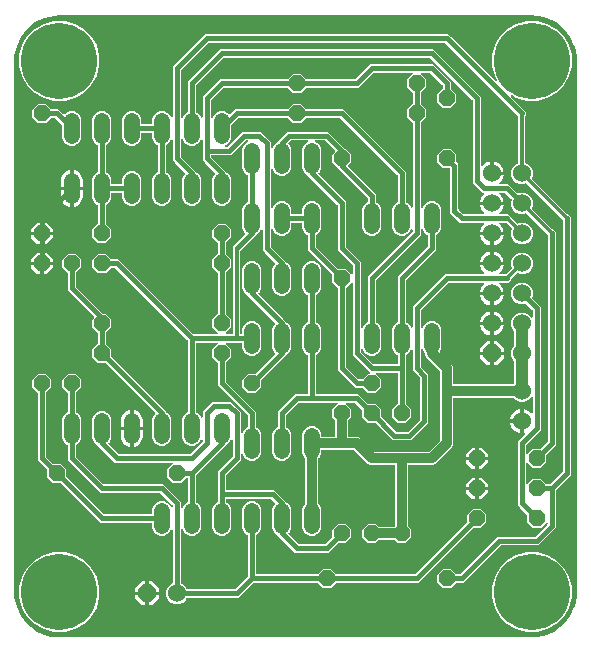
<source format=gtl>
G04 EAGLE Gerber RS-274X export*
G75*
%MOMM*%
%FSLAX34Y34*%
%LPD*%
%INTop Copper*%
%IPPOS*%
%AMOC8*
5,1,8,0,0,1.08239X$1,22.5*%
G01*
%ADD10P,1.429621X8X112.500000*%
%ADD11P,1.429621X8X202.500000*%
%ADD12C,1.320800*%
%ADD13P,1.429621X8X292.500000*%
%ADD14P,1.429621X8X22.500000*%
%ADD15C,6.451600*%
%ADD16P,1.649562X8X202.500000*%
%ADD17P,1.649562X8X112.500000*%
%ADD18C,1.524000*%
%ADD19C,0.406400*%
%ADD20C,0.812800*%
%ADD21C,1.016000*%
%ADD22C,0.304800*%
%ADD23C,0.756400*%

G36*
X440316Y13587D02*
X440316Y13587D01*
X440343Y13586D01*
X444547Y13822D01*
X444579Y13829D01*
X444674Y13840D01*
X452873Y15711D01*
X452874Y15712D01*
X452875Y15712D01*
X453034Y15768D01*
X460610Y19416D01*
X460611Y19417D01*
X460613Y19417D01*
X460755Y19507D01*
X467329Y24750D01*
X467330Y24751D01*
X467331Y24752D01*
X467450Y24871D01*
X472693Y31445D01*
X472694Y31447D01*
X472695Y31448D01*
X472784Y31590D01*
X476432Y39166D01*
X476433Y39168D01*
X476434Y39169D01*
X476489Y39327D01*
X478360Y47526D01*
X478362Y47558D01*
X478378Y47653D01*
X478614Y51857D01*
X478612Y51874D01*
X478615Y51900D01*
X478615Y501900D01*
X478613Y501916D01*
X478614Y501943D01*
X478378Y506147D01*
X478371Y506179D01*
X478360Y506274D01*
X476489Y514473D01*
X476488Y514474D01*
X476488Y514475D01*
X476432Y514634D01*
X472784Y522210D01*
X472783Y522211D01*
X472783Y522213D01*
X472693Y522355D01*
X467450Y528929D01*
X467449Y528930D01*
X467448Y528931D01*
X467329Y529050D01*
X460755Y534293D01*
X460753Y534294D01*
X460752Y534295D01*
X460610Y534384D01*
X453034Y538032D01*
X453032Y538033D01*
X453031Y538034D01*
X452873Y538089D01*
X449631Y538829D01*
X446295Y539590D01*
X444674Y539960D01*
X444642Y539962D01*
X444547Y539978D01*
X440343Y540214D01*
X440326Y540212D01*
X440300Y540215D01*
X40300Y540215D01*
X40284Y540213D01*
X40257Y540214D01*
X36053Y539978D01*
X36021Y539971D01*
X35926Y539960D01*
X27727Y538089D01*
X27726Y538088D01*
X27725Y538088D01*
X27566Y538032D01*
X19990Y534384D01*
X19989Y534383D01*
X19987Y534383D01*
X19845Y534293D01*
X13271Y529050D01*
X13270Y529049D01*
X13269Y529048D01*
X13150Y528929D01*
X7907Y522355D01*
X7906Y522353D01*
X7905Y522352D01*
X7816Y522210D01*
X4168Y514634D01*
X4167Y514632D01*
X4166Y514631D01*
X4111Y514473D01*
X2240Y506274D01*
X2238Y506242D01*
X2222Y506147D01*
X1986Y501943D01*
X1988Y501926D01*
X1985Y501900D01*
X1985Y51900D01*
X1987Y51884D01*
X1986Y51857D01*
X2222Y47653D01*
X2229Y47621D01*
X2240Y47526D01*
X4111Y39327D01*
X4112Y39326D01*
X4112Y39325D01*
X4159Y39191D01*
X4160Y39187D01*
X4161Y39185D01*
X4168Y39166D01*
X7816Y31590D01*
X7817Y31589D01*
X7817Y31587D01*
X7907Y31445D01*
X13150Y24871D01*
X13151Y24870D01*
X13152Y24869D01*
X13271Y24750D01*
X19845Y19507D01*
X19847Y19506D01*
X19848Y19505D01*
X19990Y19416D01*
X27566Y15768D01*
X27568Y15767D01*
X27569Y15766D01*
X27727Y15711D01*
X30293Y15126D01*
X33628Y14364D01*
X35926Y13840D01*
X35958Y13838D01*
X36053Y13822D01*
X40257Y13586D01*
X40274Y13588D01*
X40300Y13585D01*
X440300Y13585D01*
X440316Y13587D01*
G37*
%LPC*%
G36*
X137881Y41655D02*
X137881Y41655D01*
X134520Y43047D01*
X131947Y45620D01*
X130555Y48981D01*
X130555Y52619D01*
X131947Y55980D01*
X134520Y58553D01*
X135673Y59030D01*
X135773Y59092D01*
X135873Y59152D01*
X135877Y59157D01*
X135882Y59160D01*
X135957Y59250D01*
X136033Y59339D01*
X136035Y59345D01*
X136039Y59349D01*
X136081Y59458D01*
X136125Y59567D01*
X136126Y59574D01*
X136127Y59579D01*
X136128Y59597D01*
X136143Y59734D01*
X136143Y104701D01*
X136128Y104797D01*
X136118Y104894D01*
X136108Y104918D01*
X136104Y104944D01*
X136058Y105030D01*
X136018Y105119D01*
X136001Y105138D01*
X135988Y105162D01*
X135918Y105229D01*
X135852Y105300D01*
X135829Y105313D01*
X135810Y105331D01*
X135722Y105372D01*
X135636Y105419D01*
X135611Y105424D01*
X135587Y105435D01*
X135490Y105445D01*
X135394Y105463D01*
X135368Y105459D01*
X135343Y105462D01*
X135247Y105441D01*
X135151Y105427D01*
X135128Y105415D01*
X135102Y105409D01*
X135019Y105359D01*
X134932Y105315D01*
X134913Y105297D01*
X134891Y105283D01*
X134828Y105209D01*
X134760Y105140D01*
X134744Y105111D01*
X134731Y105096D01*
X134719Y105066D01*
X134679Y104993D01*
X133891Y103091D01*
X131605Y100805D01*
X128617Y99567D01*
X125383Y99567D01*
X122395Y100805D01*
X120109Y103091D01*
X118871Y106079D01*
X118871Y109982D01*
X118868Y110002D01*
X118870Y110021D01*
X118848Y110123D01*
X118832Y110225D01*
X118822Y110242D01*
X118818Y110262D01*
X118765Y110351D01*
X118716Y110442D01*
X118702Y110456D01*
X118692Y110473D01*
X118613Y110540D01*
X118538Y110612D01*
X118520Y110620D01*
X118505Y110633D01*
X118409Y110672D01*
X118315Y110715D01*
X118295Y110717D01*
X118277Y110725D01*
X118110Y110743D01*
X74727Y110743D01*
X41422Y144048D01*
X41348Y144101D01*
X41278Y144161D01*
X41248Y144173D01*
X41222Y144192D01*
X41135Y144219D01*
X41050Y144253D01*
X41009Y144257D01*
X40987Y144264D01*
X40955Y144263D01*
X40883Y144271D01*
X34733Y144271D01*
X29971Y149033D01*
X29971Y155183D01*
X29968Y155201D01*
X29970Y155217D01*
X29956Y155283D01*
X29949Y155364D01*
X29937Y155394D01*
X29932Y155426D01*
X29920Y155448D01*
X29918Y155457D01*
X29893Y155498D01*
X29889Y155507D01*
X29853Y155591D01*
X29827Y155623D01*
X29816Y155644D01*
X29793Y155665D01*
X29792Y155668D01*
X29790Y155670D01*
X29748Y155722D01*
X21843Y163627D01*
X21843Y220346D01*
X21829Y220436D01*
X21821Y220527D01*
X21809Y220556D01*
X21804Y220588D01*
X21761Y220669D01*
X21725Y220753D01*
X21699Y220785D01*
X21688Y220806D01*
X21665Y220828D01*
X21620Y220884D01*
X17271Y225233D01*
X17271Y231967D01*
X22033Y236729D01*
X28767Y236729D01*
X33529Y231967D01*
X33529Y225233D01*
X29180Y220884D01*
X29127Y220810D01*
X29067Y220741D01*
X29055Y220710D01*
X29036Y220684D01*
X29009Y220597D01*
X28975Y220512D01*
X28971Y220471D01*
X28964Y220449D01*
X28965Y220417D01*
X28957Y220346D01*
X28957Y166889D01*
X28971Y166798D01*
X28979Y166708D01*
X28991Y166678D01*
X28996Y166646D01*
X29039Y166565D01*
X29075Y166481D01*
X29101Y166449D01*
X29112Y166428D01*
X29135Y166406D01*
X29180Y166350D01*
X34778Y160752D01*
X34852Y160699D01*
X34922Y160639D01*
X34952Y160627D01*
X34978Y160608D01*
X35065Y160581D01*
X35150Y160547D01*
X35191Y160543D01*
X35213Y160536D01*
X35245Y160537D01*
X35317Y160529D01*
X41467Y160529D01*
X46229Y155767D01*
X46229Y149617D01*
X46243Y149526D01*
X46251Y149436D01*
X46263Y149406D01*
X46268Y149374D01*
X46311Y149293D01*
X46347Y149209D01*
X46373Y149177D01*
X46384Y149156D01*
X46407Y149134D01*
X46452Y149078D01*
X77450Y118080D01*
X77524Y118027D01*
X77594Y117967D01*
X77624Y117955D01*
X77650Y117936D01*
X77737Y117909D01*
X77822Y117875D01*
X77863Y117871D01*
X77885Y117864D01*
X77917Y117865D01*
X77989Y117857D01*
X118110Y117857D01*
X118130Y117860D01*
X118149Y117858D01*
X118251Y117880D01*
X118353Y117896D01*
X118370Y117906D01*
X118390Y117910D01*
X118479Y117963D01*
X118570Y118012D01*
X118584Y118026D01*
X118601Y118036D01*
X118668Y118115D01*
X118740Y118190D01*
X118748Y118208D01*
X118761Y118223D01*
X118800Y118319D01*
X118843Y118413D01*
X118845Y118433D01*
X118853Y118451D01*
X118871Y118618D01*
X118871Y122521D01*
X120109Y125509D01*
X122395Y127795D01*
X125383Y129033D01*
X128617Y129033D01*
X131605Y127795D01*
X133891Y125509D01*
X134679Y123607D01*
X134730Y123524D01*
X134776Y123438D01*
X134794Y123421D01*
X134808Y123398D01*
X134884Y123336D01*
X134954Y123269D01*
X134978Y123258D01*
X134998Y123241D01*
X135089Y123207D01*
X135177Y123165D01*
X135203Y123163D01*
X135227Y123153D01*
X135325Y123149D01*
X135421Y123138D01*
X135447Y123144D01*
X135473Y123143D01*
X135567Y123170D01*
X135662Y123191D01*
X135684Y123204D01*
X135709Y123211D01*
X135789Y123267D01*
X135873Y123317D01*
X135890Y123337D01*
X135911Y123352D01*
X135970Y123430D01*
X136033Y123504D01*
X136043Y123528D01*
X136058Y123549D01*
X136088Y123641D01*
X136125Y123732D01*
X136128Y123764D01*
X136134Y123783D01*
X136134Y123816D01*
X136143Y123899D01*
X136143Y125211D01*
X136129Y125302D01*
X136121Y125392D01*
X136109Y125422D01*
X136104Y125454D01*
X136061Y125535D01*
X136025Y125619D01*
X135999Y125651D01*
X135988Y125672D01*
X135965Y125694D01*
X135920Y125750D01*
X125750Y135920D01*
X125676Y135973D01*
X125606Y136033D01*
X125576Y136045D01*
X125550Y136064D01*
X125463Y136091D01*
X125378Y136125D01*
X125337Y136129D01*
X125315Y136136D01*
X125283Y136135D01*
X125211Y136143D01*
X74727Y136143D01*
X47243Y163627D01*
X47243Y176062D01*
X47224Y176177D01*
X47207Y176293D01*
X47205Y176299D01*
X47204Y176305D01*
X47149Y176407D01*
X47096Y176512D01*
X47091Y176517D01*
X47088Y176522D01*
X47004Y176602D01*
X46920Y176685D01*
X46914Y176688D01*
X46910Y176692D01*
X46893Y176699D01*
X46773Y176765D01*
X46195Y177005D01*
X43909Y179291D01*
X42671Y182279D01*
X42671Y198721D01*
X43909Y201709D01*
X46195Y203995D01*
X46773Y204235D01*
X46873Y204296D01*
X46973Y204356D01*
X46977Y204361D01*
X46982Y204364D01*
X47057Y204454D01*
X47133Y204543D01*
X47135Y204549D01*
X47139Y204554D01*
X47181Y204662D01*
X47225Y204771D01*
X47226Y204779D01*
X47227Y204783D01*
X47228Y204802D01*
X47243Y204938D01*
X47243Y220346D01*
X47229Y220436D01*
X47221Y220527D01*
X47209Y220556D01*
X47204Y220588D01*
X47161Y220669D01*
X47125Y220753D01*
X47099Y220785D01*
X47088Y220806D01*
X47065Y220828D01*
X47020Y220884D01*
X42671Y225233D01*
X42671Y231967D01*
X47433Y236729D01*
X54167Y236729D01*
X58929Y231967D01*
X58929Y225233D01*
X54580Y220884D01*
X54527Y220810D01*
X54467Y220741D01*
X54455Y220710D01*
X54436Y220684D01*
X54409Y220597D01*
X54375Y220512D01*
X54371Y220471D01*
X54364Y220449D01*
X54365Y220417D01*
X54357Y220346D01*
X54357Y204938D01*
X54376Y204823D01*
X54393Y204707D01*
X54395Y204701D01*
X54396Y204695D01*
X54451Y204593D01*
X54504Y204488D01*
X54509Y204483D01*
X54512Y204478D01*
X54596Y204398D01*
X54680Y204315D01*
X54686Y204312D01*
X54690Y204308D01*
X54707Y204301D01*
X54827Y204235D01*
X55405Y203995D01*
X57691Y201709D01*
X58929Y198721D01*
X58929Y182279D01*
X57691Y179291D01*
X55405Y177005D01*
X54827Y176765D01*
X54727Y176704D01*
X54627Y176644D01*
X54623Y176639D01*
X54618Y176636D01*
X54543Y176546D01*
X54467Y176457D01*
X54465Y176451D01*
X54461Y176446D01*
X54419Y176338D01*
X54375Y176229D01*
X54374Y176221D01*
X54373Y176217D01*
X54372Y176198D01*
X54357Y176062D01*
X54357Y166889D01*
X54371Y166798D01*
X54379Y166708D01*
X54391Y166678D01*
X54396Y166646D01*
X54439Y166565D01*
X54475Y166481D01*
X54501Y166449D01*
X54512Y166428D01*
X54535Y166406D01*
X54580Y166350D01*
X77450Y143480D01*
X77524Y143427D01*
X77594Y143367D01*
X77624Y143355D01*
X77650Y143336D01*
X77737Y143309D01*
X77822Y143275D01*
X77863Y143271D01*
X77885Y143264D01*
X77917Y143265D01*
X77989Y143257D01*
X128473Y143257D01*
X143257Y128473D01*
X143257Y123899D01*
X143272Y123803D01*
X143282Y123706D01*
X143292Y123682D01*
X143296Y123656D01*
X143342Y123570D01*
X143382Y123481D01*
X143399Y123462D01*
X143412Y123438D01*
X143482Y123371D01*
X143548Y123300D01*
X143571Y123287D01*
X143590Y123269D01*
X143678Y123228D01*
X143764Y123181D01*
X143789Y123176D01*
X143813Y123165D01*
X143910Y123155D01*
X144006Y123137D01*
X144032Y123141D01*
X144057Y123138D01*
X144153Y123159D01*
X144249Y123173D01*
X144272Y123185D01*
X144298Y123191D01*
X144381Y123241D01*
X144468Y123285D01*
X144487Y123303D01*
X144509Y123317D01*
X144572Y123391D01*
X144640Y123460D01*
X144656Y123489D01*
X144669Y123504D01*
X144681Y123534D01*
X144721Y123607D01*
X145509Y125509D01*
X147795Y127795D01*
X148373Y128035D01*
X148472Y128096D01*
X148573Y128156D01*
X148577Y128161D01*
X148582Y128164D01*
X148656Y128254D01*
X148733Y128343D01*
X148735Y128349D01*
X148739Y128354D01*
X148781Y128461D01*
X148825Y128571D01*
X148826Y128579D01*
X148827Y128583D01*
X148828Y128602D01*
X148843Y128738D01*
X148843Y148082D01*
X148840Y148102D01*
X148842Y148121D01*
X148820Y148223D01*
X148804Y148325D01*
X148794Y148342D01*
X148790Y148362D01*
X148737Y148451D01*
X148688Y148542D01*
X148674Y148556D01*
X148664Y148573D01*
X148585Y148640D01*
X148510Y148712D01*
X148492Y148720D01*
X148477Y148733D01*
X148381Y148772D01*
X148287Y148815D01*
X148267Y148817D01*
X148249Y148825D01*
X148082Y148843D01*
X147954Y148843D01*
X147864Y148829D01*
X147773Y148821D01*
X147744Y148809D01*
X147712Y148804D01*
X147631Y148761D01*
X147547Y148725D01*
X147515Y148699D01*
X147494Y148688D01*
X147472Y148665D01*
X147416Y148620D01*
X143067Y144271D01*
X136333Y144271D01*
X131571Y149033D01*
X131571Y155767D01*
X136048Y160244D01*
X136090Y160302D01*
X136139Y160354D01*
X136161Y160401D01*
X136192Y160443D01*
X136213Y160512D01*
X136243Y160577D01*
X136249Y160629D01*
X136264Y160679D01*
X136262Y160750D01*
X136270Y160821D01*
X136259Y160872D01*
X136258Y160924D01*
X136233Y160992D01*
X136218Y161062D01*
X136191Y161107D01*
X136173Y161155D01*
X136128Y161211D01*
X136091Y161273D01*
X136052Y161307D01*
X136019Y161347D01*
X135959Y161386D01*
X135905Y161433D01*
X135856Y161452D01*
X135812Y161480D01*
X135743Y161498D01*
X135676Y161525D01*
X135605Y161533D01*
X135574Y161541D01*
X135551Y161539D01*
X135510Y161543D01*
X87427Y161543D01*
X85120Y163850D01*
X72535Y176435D01*
X72496Y176512D01*
X72491Y176517D01*
X72488Y176522D01*
X72404Y176602D01*
X72320Y176685D01*
X72314Y176688D01*
X72310Y176692D01*
X72293Y176699D01*
X72173Y176765D01*
X71595Y177005D01*
X69309Y179291D01*
X68071Y182279D01*
X68071Y198721D01*
X69309Y201709D01*
X71595Y203995D01*
X74583Y205233D01*
X77817Y205233D01*
X80805Y203995D01*
X83091Y201709D01*
X84329Y198721D01*
X84329Y182279D01*
X83091Y179291D01*
X81953Y178153D01*
X81942Y178137D01*
X81926Y178125D01*
X81870Y178038D01*
X81810Y177954D01*
X81804Y177935D01*
X81793Y177918D01*
X81768Y177817D01*
X81737Y177719D01*
X81738Y177699D01*
X81733Y177679D01*
X81741Y177576D01*
X81744Y177473D01*
X81750Y177454D01*
X81752Y177434D01*
X81792Y177339D01*
X81828Y177242D01*
X81841Y177226D01*
X81848Y177208D01*
X81953Y177077D01*
X90150Y168880D01*
X90224Y168827D01*
X90294Y168767D01*
X90324Y168755D01*
X90350Y168736D01*
X90437Y168709D01*
X90522Y168675D01*
X90563Y168671D01*
X90585Y168664D01*
X90617Y168665D01*
X90689Y168657D01*
X150611Y168657D01*
X150702Y168671D01*
X150792Y168679D01*
X150822Y168691D01*
X150854Y168696D01*
X150935Y168739D01*
X151019Y168775D01*
X151051Y168801D01*
X151072Y168812D01*
X151094Y168835D01*
X151150Y168880D01*
X161320Y179050D01*
X161373Y179124D01*
X161433Y179194D01*
X161445Y179224D01*
X161464Y179250D01*
X161491Y179337D01*
X161525Y179422D01*
X161529Y179463D01*
X161536Y179485D01*
X161535Y179517D01*
X161543Y179589D01*
X161543Y180901D01*
X161528Y180997D01*
X161518Y181094D01*
X161508Y181118D01*
X161504Y181144D01*
X161458Y181230D01*
X161418Y181319D01*
X161401Y181338D01*
X161388Y181362D01*
X161318Y181429D01*
X161252Y181500D01*
X161229Y181513D01*
X161210Y181531D01*
X161122Y181572D01*
X161036Y181619D01*
X161011Y181624D01*
X160987Y181635D01*
X160890Y181645D01*
X160794Y181663D01*
X160768Y181659D01*
X160743Y181662D01*
X160647Y181641D01*
X160551Y181627D01*
X160528Y181615D01*
X160502Y181609D01*
X160419Y181559D01*
X160332Y181515D01*
X160313Y181497D01*
X160291Y181483D01*
X160228Y181409D01*
X160160Y181340D01*
X160144Y181311D01*
X160131Y181296D01*
X160119Y181266D01*
X160079Y181193D01*
X159291Y179291D01*
X157005Y177005D01*
X154017Y175767D01*
X150783Y175767D01*
X147795Y177005D01*
X145509Y179291D01*
X144271Y182279D01*
X144271Y198721D01*
X145509Y201709D01*
X147795Y203995D01*
X148373Y204235D01*
X148473Y204296D01*
X148573Y204356D01*
X148577Y204361D01*
X148582Y204364D01*
X148657Y204454D01*
X148733Y204543D01*
X148735Y204549D01*
X148739Y204554D01*
X148781Y204662D01*
X148825Y204771D01*
X148826Y204779D01*
X148827Y204783D01*
X148828Y204802D01*
X148843Y204938D01*
X148843Y264911D01*
X148829Y265002D01*
X148821Y265092D01*
X148809Y265122D01*
X148804Y265154D01*
X148761Y265235D01*
X148725Y265319D01*
X148699Y265351D01*
X148688Y265372D01*
X148665Y265394D01*
X148620Y265450D01*
X87650Y326420D01*
X87576Y326473D01*
X87506Y326533D01*
X87476Y326545D01*
X87450Y326564D01*
X87363Y326591D01*
X87278Y326625D01*
X87237Y326629D01*
X87215Y326636D01*
X87183Y326635D01*
X87111Y326643D01*
X84454Y326643D01*
X84364Y326629D01*
X84273Y326621D01*
X84244Y326609D01*
X84212Y326604D01*
X84131Y326561D01*
X84047Y326525D01*
X84015Y326499D01*
X83994Y326488D01*
X83972Y326465D01*
X83916Y326420D01*
X79567Y322071D01*
X72833Y322071D01*
X68071Y326833D01*
X68071Y333567D01*
X72833Y338329D01*
X79567Y338329D01*
X83916Y333980D01*
X83990Y333927D01*
X84059Y333867D01*
X84090Y333855D01*
X84116Y333836D01*
X84203Y333809D01*
X84288Y333775D01*
X84329Y333771D01*
X84351Y333764D01*
X84383Y333765D01*
X84454Y333757D01*
X90373Y333757D01*
X92680Y331450D01*
X153650Y270480D01*
X153724Y270427D01*
X153794Y270367D01*
X153824Y270355D01*
X153850Y270336D01*
X153937Y270309D01*
X154022Y270275D01*
X154063Y270271D01*
X154085Y270264D01*
X154117Y270265D01*
X154189Y270257D01*
X173610Y270257D01*
X173680Y270268D01*
X173752Y270270D01*
X173801Y270288D01*
X173852Y270296D01*
X173916Y270330D01*
X173983Y270355D01*
X174024Y270387D01*
X174070Y270412D01*
X174119Y270464D01*
X174175Y270508D01*
X174203Y270552D01*
X174239Y270590D01*
X174269Y270655D01*
X174308Y270715D01*
X174321Y270766D01*
X174343Y270813D01*
X174351Y270884D01*
X174368Y270954D01*
X174364Y271006D01*
X174370Y271057D01*
X174355Y271128D01*
X174349Y271199D01*
X174329Y271247D01*
X174318Y271298D01*
X174281Y271359D01*
X174253Y271425D01*
X174208Y271481D01*
X174191Y271509D01*
X174174Y271524D01*
X174148Y271556D01*
X169671Y276033D01*
X169671Y282767D01*
X174020Y287116D01*
X174065Y287179D01*
X174092Y287207D01*
X174097Y287217D01*
X174133Y287259D01*
X174145Y287290D01*
X174164Y287316D01*
X174191Y287403D01*
X174225Y287488D01*
X174229Y287529D01*
X174236Y287551D01*
X174235Y287583D01*
X174243Y287654D01*
X174243Y321946D01*
X174229Y322036D01*
X174221Y322127D01*
X174209Y322156D01*
X174204Y322188D01*
X174161Y322269D01*
X174125Y322353D01*
X174099Y322385D01*
X174088Y322406D01*
X174065Y322428D01*
X174020Y322484D01*
X169671Y326833D01*
X169671Y333567D01*
X174020Y337916D01*
X174073Y337990D01*
X174133Y338059D01*
X174145Y338090D01*
X174164Y338116D01*
X174191Y338203D01*
X174225Y338288D01*
X174229Y338329D01*
X174236Y338351D01*
X174235Y338383D01*
X174243Y338454D01*
X174243Y347346D01*
X174229Y347436D01*
X174221Y347527D01*
X174209Y347556D01*
X174204Y347588D01*
X174161Y347669D01*
X174125Y347753D01*
X174099Y347785D01*
X174088Y347806D01*
X174065Y347828D01*
X174020Y347884D01*
X169671Y352233D01*
X169671Y358967D01*
X174433Y363729D01*
X181167Y363729D01*
X185929Y358967D01*
X185929Y352233D01*
X181580Y347884D01*
X181527Y347810D01*
X181467Y347741D01*
X181455Y347710D01*
X181436Y347684D01*
X181409Y347597D01*
X181375Y347512D01*
X181371Y347471D01*
X181364Y347449D01*
X181365Y347417D01*
X181357Y347346D01*
X181357Y338454D01*
X181371Y338364D01*
X181379Y338273D01*
X181391Y338244D01*
X181396Y338212D01*
X181439Y338131D01*
X181475Y338047D01*
X181501Y338015D01*
X181512Y337994D01*
X181535Y337972D01*
X181580Y337916D01*
X185929Y333567D01*
X185929Y326833D01*
X181580Y322484D01*
X181527Y322410D01*
X181467Y322341D01*
X181455Y322310D01*
X181436Y322284D01*
X181409Y322197D01*
X181375Y322112D01*
X181371Y322071D01*
X181364Y322049D01*
X181365Y322017D01*
X181357Y321946D01*
X181357Y287654D01*
X181371Y287564D01*
X181379Y287473D01*
X181391Y287444D01*
X181396Y287412D01*
X181439Y287331D01*
X181475Y287247D01*
X181501Y287215D01*
X181512Y287194D01*
X181535Y287172D01*
X181551Y287152D01*
X181556Y287144D01*
X181561Y287139D01*
X181580Y287116D01*
X185929Y282767D01*
X185929Y276033D01*
X181452Y271556D01*
X181410Y271498D01*
X181361Y271446D01*
X181339Y271399D01*
X181308Y271357D01*
X181287Y271288D01*
X181257Y271223D01*
X181251Y271171D01*
X181236Y271121D01*
X181238Y271050D01*
X181230Y270979D01*
X181241Y270928D01*
X181242Y270876D01*
X181267Y270808D01*
X181282Y270738D01*
X181309Y270693D01*
X181327Y270645D01*
X181372Y270589D01*
X181409Y270527D01*
X181448Y270493D01*
X181481Y270453D01*
X181541Y270414D01*
X181595Y270367D01*
X181644Y270348D01*
X181688Y270320D01*
X181757Y270302D01*
X181824Y270275D01*
X181895Y270267D01*
X181926Y270259D01*
X181949Y270261D01*
X181990Y270257D01*
X186690Y270257D01*
X186710Y270260D01*
X186729Y270258D01*
X186831Y270280D01*
X186933Y270296D01*
X186950Y270306D01*
X186970Y270310D01*
X187059Y270363D01*
X187150Y270412D01*
X187164Y270426D01*
X187181Y270436D01*
X187248Y270515D01*
X187320Y270590D01*
X187328Y270608D01*
X187341Y270623D01*
X187380Y270719D01*
X187423Y270813D01*
X187425Y270833D01*
X187433Y270851D01*
X187451Y271018D01*
X187451Y340603D01*
X187437Y340694D01*
X187429Y340784D01*
X187417Y340814D01*
X187412Y340846D01*
X187369Y340927D01*
X187333Y341011D01*
X187307Y341043D01*
X187296Y341064D01*
X187273Y341086D01*
X187228Y341142D01*
X186943Y341427D01*
X186943Y344373D01*
X197447Y354877D01*
X197458Y354893D01*
X197474Y354905D01*
X197505Y354954D01*
X197509Y354958D01*
X197512Y354965D01*
X197530Y354993D01*
X197590Y355077D01*
X197596Y355096D01*
X197607Y355112D01*
X197632Y355213D01*
X197663Y355312D01*
X197662Y355332D01*
X197667Y355351D01*
X197659Y355454D01*
X197656Y355558D01*
X197650Y355576D01*
X197648Y355596D01*
X197608Y355691D01*
X197572Y355789D01*
X197559Y355804D01*
X197552Y355822D01*
X197447Y355953D01*
X196309Y357091D01*
X195071Y360079D01*
X195071Y376521D01*
X196309Y379509D01*
X198595Y381795D01*
X199173Y382035D01*
X199273Y382096D01*
X199373Y382156D01*
X199377Y382161D01*
X199382Y382164D01*
X199457Y382254D01*
X199533Y382343D01*
X199535Y382349D01*
X199539Y382354D01*
X199581Y382462D01*
X199625Y382571D01*
X199626Y382579D01*
X199627Y382583D01*
X199628Y382602D01*
X199643Y382738D01*
X199643Y404662D01*
X199624Y404777D01*
X199607Y404893D01*
X199605Y404899D01*
X199604Y404905D01*
X199549Y405007D01*
X199496Y405112D01*
X199491Y405117D01*
X199488Y405122D01*
X199404Y405202D01*
X199320Y405285D01*
X199314Y405288D01*
X199310Y405292D01*
X199293Y405299D01*
X199173Y405365D01*
X198595Y405605D01*
X196309Y407891D01*
X195071Y410879D01*
X195071Y427321D01*
X196309Y430309D01*
X198595Y432595D01*
X199883Y433129D01*
X199966Y433180D01*
X200052Y433226D01*
X200070Y433244D01*
X200093Y433258D01*
X200155Y433334D01*
X200222Y433404D01*
X200233Y433428D01*
X200249Y433448D01*
X200284Y433539D01*
X200325Y433627D01*
X200328Y433653D01*
X200338Y433677D01*
X200342Y433775D01*
X200352Y433871D01*
X200347Y433897D01*
X200348Y433923D01*
X200321Y434017D01*
X200300Y434112D01*
X200287Y434134D01*
X200279Y434159D01*
X200224Y434239D01*
X200174Y434323D01*
X200154Y434340D01*
X200139Y434361D01*
X200061Y434420D01*
X199987Y434483D01*
X199963Y434493D01*
X199942Y434508D01*
X199849Y434538D01*
X199759Y434575D01*
X199726Y434578D01*
X199708Y434584D01*
X199675Y434584D01*
X199592Y434593D01*
X198639Y434593D01*
X198548Y434579D01*
X198458Y434571D01*
X198428Y434559D01*
X198396Y434554D01*
X198315Y434511D01*
X198231Y434475D01*
X198199Y434449D01*
X198178Y434438D01*
X198156Y434415D01*
X198100Y434370D01*
X185623Y421893D01*
X169418Y421893D01*
X169398Y421890D01*
X169379Y421892D01*
X169277Y421870D01*
X169175Y421854D01*
X169158Y421844D01*
X169138Y421840D01*
X169049Y421787D01*
X168958Y421738D01*
X168944Y421724D01*
X168927Y421714D01*
X168860Y421635D01*
X168788Y421560D01*
X168780Y421542D01*
X168767Y421527D01*
X168728Y421431D01*
X168685Y421337D01*
X168683Y421317D01*
X168675Y421299D01*
X168657Y421132D01*
X168657Y420889D01*
X168671Y420798D01*
X168679Y420708D01*
X168691Y420678D01*
X168696Y420646D01*
X168739Y420565D01*
X168775Y420481D01*
X168801Y420449D01*
X168812Y420428D01*
X168835Y420406D01*
X168880Y420350D01*
X181465Y407765D01*
X181504Y407688D01*
X181509Y407683D01*
X181512Y407678D01*
X181596Y407598D01*
X181680Y407515D01*
X181686Y407512D01*
X181690Y407508D01*
X181707Y407501D01*
X181827Y407435D01*
X182405Y407195D01*
X184691Y404909D01*
X185929Y401921D01*
X185929Y385479D01*
X184691Y382491D01*
X182405Y380205D01*
X179417Y378967D01*
X176183Y378967D01*
X173195Y380205D01*
X170909Y382491D01*
X169671Y385479D01*
X169671Y401921D01*
X170909Y404909D01*
X172047Y406047D01*
X172058Y406063D01*
X172074Y406075D01*
X172130Y406162D01*
X172190Y406246D01*
X172196Y406265D01*
X172207Y406282D01*
X172232Y406383D01*
X172263Y406481D01*
X172262Y406501D01*
X172267Y406521D01*
X172259Y406624D01*
X172256Y406727D01*
X172250Y406746D01*
X172248Y406766D01*
X172208Y406861D01*
X172172Y406958D01*
X172159Y406974D01*
X172152Y406992D01*
X172047Y407123D01*
X163850Y415320D01*
X161543Y417627D01*
X161543Y434901D01*
X161528Y434997D01*
X161518Y435094D01*
X161508Y435118D01*
X161504Y435144D01*
X161458Y435230D01*
X161418Y435319D01*
X161401Y435338D01*
X161388Y435362D01*
X161318Y435429D01*
X161252Y435500D01*
X161229Y435513D01*
X161210Y435531D01*
X161122Y435572D01*
X161036Y435619D01*
X161011Y435624D01*
X160987Y435635D01*
X160890Y435645D01*
X160794Y435663D01*
X160768Y435659D01*
X160743Y435662D01*
X160647Y435641D01*
X160551Y435627D01*
X160528Y435615D01*
X160502Y435609D01*
X160419Y435559D01*
X160332Y435515D01*
X160313Y435497D01*
X160291Y435483D01*
X160228Y435409D01*
X160160Y435340D01*
X160144Y435311D01*
X160131Y435296D01*
X160119Y435266D01*
X160079Y435193D01*
X159291Y433291D01*
X157005Y431005D01*
X154017Y429767D01*
X150783Y429767D01*
X147795Y431005D01*
X145509Y433291D01*
X144721Y435193D01*
X144670Y435276D01*
X144624Y435361D01*
X144606Y435379D01*
X144592Y435402D01*
X144516Y435464D01*
X144446Y435531D01*
X144422Y435542D01*
X144402Y435559D01*
X144311Y435593D01*
X144223Y435634D01*
X144197Y435637D01*
X144173Y435647D01*
X144075Y435651D01*
X143979Y435662D01*
X143953Y435656D01*
X143927Y435657D01*
X143833Y435630D01*
X143738Y435609D01*
X143716Y435596D01*
X143691Y435589D01*
X143611Y435533D01*
X143527Y435483D01*
X143510Y435463D01*
X143489Y435448D01*
X143430Y435370D01*
X143367Y435296D01*
X143357Y435272D01*
X143342Y435251D01*
X143312Y435158D01*
X143275Y435068D01*
X143272Y435036D01*
X143266Y435017D01*
X143266Y434984D01*
X143257Y434901D01*
X143257Y420889D01*
X143271Y420798D01*
X143279Y420708D01*
X143291Y420678D01*
X143296Y420646D01*
X143339Y420565D01*
X143375Y420481D01*
X143401Y420449D01*
X143412Y420428D01*
X143435Y420406D01*
X143480Y420350D01*
X156065Y407765D01*
X156104Y407688D01*
X156109Y407683D01*
X156112Y407678D01*
X156196Y407598D01*
X156280Y407515D01*
X156286Y407512D01*
X156290Y407508D01*
X156307Y407501D01*
X156427Y407435D01*
X157005Y407195D01*
X159291Y404909D01*
X160529Y401921D01*
X160529Y385479D01*
X159291Y382491D01*
X157005Y380205D01*
X154017Y378967D01*
X150783Y378967D01*
X147795Y380205D01*
X145509Y382491D01*
X144271Y385479D01*
X144271Y401921D01*
X145509Y404909D01*
X146647Y406047D01*
X146658Y406063D01*
X146674Y406075D01*
X146730Y406162D01*
X146790Y406246D01*
X146796Y406265D01*
X146807Y406282D01*
X146832Y406383D01*
X146863Y406481D01*
X146862Y406501D01*
X146867Y406521D01*
X146859Y406624D01*
X146856Y406727D01*
X146850Y406746D01*
X146848Y406766D01*
X146808Y406861D01*
X146772Y406958D01*
X146759Y406974D01*
X146752Y406992D01*
X146647Y407123D01*
X138450Y415320D01*
X136143Y417627D01*
X136143Y434901D01*
X136128Y434997D01*
X136118Y435094D01*
X136108Y435118D01*
X136104Y435144D01*
X136058Y435230D01*
X136018Y435319D01*
X136001Y435338D01*
X135988Y435361D01*
X135918Y435429D01*
X135852Y435500D01*
X135829Y435513D01*
X135810Y435531D01*
X135722Y435572D01*
X135636Y435619D01*
X135611Y435623D01*
X135587Y435634D01*
X135490Y435645D01*
X135394Y435663D01*
X135368Y435659D01*
X135343Y435662D01*
X135247Y435641D01*
X135151Y435627D01*
X135128Y435615D01*
X135102Y435609D01*
X135019Y435559D01*
X134932Y435515D01*
X134913Y435497D01*
X134891Y435483D01*
X134828Y435409D01*
X134760Y435340D01*
X134744Y435311D01*
X134731Y435296D01*
X134719Y435266D01*
X134679Y435193D01*
X133891Y433291D01*
X131605Y431005D01*
X131027Y430765D01*
X130927Y430704D01*
X130827Y430644D01*
X130823Y430639D01*
X130818Y430636D01*
X130743Y430546D01*
X130667Y430457D01*
X130665Y430451D01*
X130661Y430446D01*
X130619Y430338D01*
X130575Y430229D01*
X130574Y430221D01*
X130573Y430217D01*
X130572Y430198D01*
X130557Y430062D01*
X130557Y408138D01*
X130576Y408023D01*
X130593Y407907D01*
X130595Y407901D01*
X130596Y407895D01*
X130651Y407791D01*
X130704Y407688D01*
X130709Y407683D01*
X130712Y407678D01*
X130796Y407598D01*
X130880Y407515D01*
X130886Y407512D01*
X130890Y407508D01*
X130907Y407501D01*
X131027Y407435D01*
X131605Y407195D01*
X133891Y404909D01*
X135129Y401921D01*
X135129Y385479D01*
X133891Y382491D01*
X131605Y380205D01*
X128617Y378967D01*
X125383Y378967D01*
X122395Y380205D01*
X120109Y382491D01*
X118871Y385479D01*
X118871Y401921D01*
X120109Y404909D01*
X122395Y407195D01*
X122973Y407435D01*
X123073Y407496D01*
X123173Y407556D01*
X123177Y407561D01*
X123182Y407564D01*
X123257Y407654D01*
X123333Y407743D01*
X123335Y407749D01*
X123339Y407754D01*
X123381Y407862D01*
X123425Y407971D01*
X123426Y407979D01*
X123427Y407983D01*
X123428Y408002D01*
X123443Y408138D01*
X123443Y430062D01*
X123424Y430177D01*
X123407Y430293D01*
X123405Y430299D01*
X123404Y430305D01*
X123349Y430407D01*
X123296Y430512D01*
X123291Y430517D01*
X123288Y430522D01*
X123204Y430602D01*
X123120Y430685D01*
X123114Y430688D01*
X123110Y430692D01*
X123093Y430699D01*
X122973Y430765D01*
X122395Y431005D01*
X120109Y433291D01*
X118871Y436279D01*
X118871Y440182D01*
X118868Y440202D01*
X118870Y440221D01*
X118848Y440323D01*
X118832Y440425D01*
X118822Y440442D01*
X118818Y440462D01*
X118765Y440551D01*
X118716Y440642D01*
X118702Y440656D01*
X118692Y440673D01*
X118613Y440740D01*
X118538Y440812D01*
X118520Y440820D01*
X118505Y440833D01*
X118409Y440872D01*
X118315Y440915D01*
X118295Y440917D01*
X118277Y440925D01*
X118110Y440943D01*
X110490Y440943D01*
X110470Y440940D01*
X110451Y440942D01*
X110349Y440920D01*
X110247Y440904D01*
X110230Y440894D01*
X110210Y440890D01*
X110121Y440837D01*
X110030Y440788D01*
X110016Y440774D01*
X109999Y440764D01*
X109932Y440685D01*
X109860Y440610D01*
X109852Y440592D01*
X109839Y440577D01*
X109800Y440481D01*
X109757Y440387D01*
X109755Y440367D01*
X109747Y440349D01*
X109729Y440182D01*
X109729Y436279D01*
X108491Y433291D01*
X106205Y431005D01*
X103217Y429767D01*
X99983Y429767D01*
X96995Y431005D01*
X94709Y433291D01*
X93471Y436279D01*
X93471Y452721D01*
X94709Y455709D01*
X96995Y457995D01*
X99983Y459233D01*
X103217Y459233D01*
X106205Y457995D01*
X108491Y455709D01*
X109729Y452721D01*
X109729Y448818D01*
X109732Y448798D01*
X109730Y448779D01*
X109752Y448677D01*
X109768Y448575D01*
X109778Y448558D01*
X109782Y448538D01*
X109835Y448449D01*
X109884Y448358D01*
X109898Y448344D01*
X109908Y448327D01*
X109987Y448260D01*
X110062Y448188D01*
X110080Y448180D01*
X110095Y448167D01*
X110191Y448128D01*
X110285Y448085D01*
X110305Y448083D01*
X110323Y448075D01*
X110490Y448057D01*
X118110Y448057D01*
X118130Y448060D01*
X118149Y448058D01*
X118251Y448080D01*
X118353Y448096D01*
X118370Y448106D01*
X118390Y448110D01*
X118479Y448163D01*
X118570Y448212D01*
X118584Y448226D01*
X118601Y448236D01*
X118668Y448315D01*
X118740Y448390D01*
X118748Y448408D01*
X118761Y448423D01*
X118800Y448519D01*
X118843Y448613D01*
X118845Y448633D01*
X118853Y448651D01*
X118871Y448818D01*
X118871Y452721D01*
X120109Y455709D01*
X122395Y457995D01*
X125383Y459233D01*
X128617Y459233D01*
X131605Y457995D01*
X133891Y455709D01*
X134679Y453807D01*
X134730Y453724D01*
X134776Y453639D01*
X134794Y453621D01*
X134808Y453598D01*
X134884Y453536D01*
X134954Y453469D01*
X134978Y453458D01*
X134998Y453441D01*
X135089Y453407D01*
X135177Y453366D01*
X135203Y453363D01*
X135227Y453353D01*
X135325Y453349D01*
X135421Y453338D01*
X135447Y453344D01*
X135473Y453343D01*
X135567Y453370D01*
X135662Y453391D01*
X135684Y453404D01*
X135709Y453411D01*
X135789Y453467D01*
X135873Y453517D01*
X135890Y453537D01*
X135911Y453552D01*
X135970Y453630D01*
X136033Y453704D01*
X136043Y453728D01*
X136058Y453749D01*
X136088Y453842D01*
X136125Y453932D01*
X136128Y453964D01*
X136134Y453983D01*
X136134Y454016D01*
X136143Y454099D01*
X136143Y496773D01*
X163627Y524257D01*
X369773Y524257D01*
X372080Y521950D01*
X409717Y484313D01*
X409736Y484299D01*
X409752Y484281D01*
X409836Y484228D01*
X409916Y484170D01*
X409939Y484163D01*
X409960Y484150D01*
X410057Y484127D01*
X410152Y484097D01*
X410176Y484098D01*
X410199Y484092D01*
X410298Y484101D01*
X410397Y484104D01*
X410420Y484112D01*
X410444Y484114D01*
X410535Y484154D01*
X410628Y484188D01*
X410647Y484203D01*
X410669Y484213D01*
X410743Y484280D01*
X410820Y484342D01*
X410833Y484362D01*
X410851Y484378D01*
X410900Y484465D01*
X410953Y484549D01*
X410959Y484572D01*
X410971Y484593D01*
X410989Y484691D01*
X411014Y484787D01*
X411012Y484811D01*
X411016Y484835D01*
X411002Y484934D01*
X410994Y485033D01*
X410985Y485055D01*
X410982Y485079D01*
X410914Y485232D01*
X408820Y488860D01*
X406517Y497452D01*
X406517Y506348D01*
X408820Y514940D01*
X413267Y522643D01*
X419557Y528933D01*
X427260Y533380D01*
X435852Y535683D01*
X444748Y535683D01*
X453340Y533380D01*
X461043Y528933D01*
X467333Y522643D01*
X471780Y514940D01*
X474083Y506348D01*
X474083Y497452D01*
X471780Y488860D01*
X467333Y481157D01*
X461043Y474867D01*
X453340Y470420D01*
X444748Y468117D01*
X435852Y468117D01*
X427260Y470420D01*
X423632Y472514D01*
X423610Y472523D01*
X423590Y472537D01*
X423495Y472566D01*
X423402Y472601D01*
X423378Y472602D01*
X423355Y472609D01*
X423256Y472607D01*
X423156Y472610D01*
X423133Y472603D01*
X423109Y472603D01*
X423016Y472569D01*
X422920Y472540D01*
X422901Y472527D01*
X422878Y472518D01*
X422801Y472456D01*
X422719Y472399D01*
X422705Y472380D01*
X422686Y472365D01*
X422632Y472281D01*
X422573Y472201D01*
X422566Y472178D01*
X422553Y472158D01*
X422529Y472061D01*
X422499Y471967D01*
X422499Y471942D01*
X422493Y471919D01*
X422501Y471820D01*
X422502Y471721D01*
X422510Y471698D01*
X422512Y471674D01*
X422551Y471583D01*
X422584Y471489D01*
X422599Y471470D01*
X422608Y471448D01*
X422713Y471317D01*
X435357Y458673D01*
X435357Y455727D01*
X435072Y455442D01*
X435018Y455368D01*
X434959Y455298D01*
X434947Y455268D01*
X434928Y455242D01*
X434901Y455155D01*
X434867Y455070D01*
X434863Y455029D01*
X434856Y455007D01*
X434857Y454975D01*
X434849Y454903D01*
X434849Y415544D01*
X434868Y415429D01*
X434885Y415313D01*
X434887Y415307D01*
X434888Y415301D01*
X434943Y415199D01*
X434996Y415094D01*
X435001Y415089D01*
X435004Y415084D01*
X435088Y415004D01*
X435172Y414922D01*
X435178Y414918D01*
X435182Y414915D01*
X435199Y414907D01*
X435319Y414841D01*
X436980Y414153D01*
X439553Y411580D01*
X440945Y408219D01*
X440945Y404581D01*
X440257Y402920D01*
X440230Y402805D01*
X440201Y402693D01*
X440202Y402686D01*
X440200Y402680D01*
X440211Y402564D01*
X440220Y402447D01*
X440223Y402442D01*
X440223Y402435D01*
X440271Y402328D01*
X440317Y402221D01*
X440321Y402215D01*
X440323Y402211D01*
X440336Y402197D01*
X440422Y402090D01*
X470432Y372080D01*
X470506Y372027D01*
X470575Y371967D01*
X470605Y371955D01*
X470632Y371936D01*
X470719Y371909D01*
X470803Y371875D01*
X470844Y371871D01*
X470867Y371864D01*
X470899Y371865D01*
X470970Y371857D01*
X471373Y371857D01*
X473457Y369773D01*
X473457Y150927D01*
X460980Y138450D01*
X460927Y138376D01*
X460867Y138306D01*
X460855Y138276D01*
X460836Y138250D01*
X460809Y138163D01*
X460775Y138078D01*
X460771Y138037D01*
X460764Y138015D01*
X460765Y137983D01*
X460757Y137911D01*
X460757Y106477D01*
X445973Y91693D01*
X414539Y91693D01*
X414448Y91679D01*
X414358Y91671D01*
X414328Y91659D01*
X414296Y91654D01*
X414215Y91611D01*
X414131Y91575D01*
X414099Y91549D01*
X414078Y91538D01*
X414056Y91515D01*
X414000Y91470D01*
X382473Y59943D01*
X376554Y59943D01*
X376464Y59929D01*
X376373Y59921D01*
X376344Y59909D01*
X376312Y59904D01*
X376231Y59861D01*
X376147Y59825D01*
X376115Y59799D01*
X376094Y59788D01*
X376072Y59765D01*
X376016Y59720D01*
X371667Y55371D01*
X364933Y55371D01*
X360171Y60133D01*
X360171Y66867D01*
X364933Y71629D01*
X371667Y71629D01*
X376016Y67280D01*
X376090Y67227D01*
X376159Y67167D01*
X376190Y67155D01*
X376216Y67136D01*
X376303Y67109D01*
X376388Y67075D01*
X376429Y67071D01*
X376451Y67064D01*
X376483Y67065D01*
X376554Y67057D01*
X379211Y67057D01*
X379302Y67071D01*
X379392Y67079D01*
X379422Y67091D01*
X379454Y67096D01*
X379535Y67139D01*
X379619Y67175D01*
X379651Y67201D01*
X379672Y67212D01*
X379694Y67235D01*
X379750Y67280D01*
X411277Y98807D01*
X442711Y98807D01*
X442802Y98821D01*
X442892Y98829D01*
X442922Y98841D01*
X442954Y98846D01*
X443035Y98889D01*
X443119Y98925D01*
X443151Y98951D01*
X443172Y98962D01*
X443194Y98985D01*
X443250Y99030D01*
X453420Y109200D01*
X453473Y109274D01*
X453533Y109344D01*
X453545Y109374D01*
X453564Y109400D01*
X453591Y109487D01*
X453625Y109572D01*
X453629Y109613D01*
X453636Y109635D01*
X453635Y109667D01*
X453643Y109739D01*
X453643Y110110D01*
X453632Y110180D01*
X453630Y110252D01*
X453612Y110301D01*
X453604Y110352D01*
X453570Y110416D01*
X453545Y110483D01*
X453513Y110524D01*
X453488Y110570D01*
X453436Y110619D01*
X453392Y110675D01*
X453348Y110703D01*
X453310Y110739D01*
X453245Y110769D01*
X453185Y110808D01*
X453134Y110821D01*
X453087Y110843D01*
X453016Y110851D01*
X452946Y110868D01*
X452894Y110864D01*
X452843Y110870D01*
X452772Y110855D01*
X452701Y110849D01*
X452653Y110829D01*
X452602Y110818D01*
X452541Y110781D01*
X452475Y110753D01*
X452419Y110708D01*
X452391Y110691D01*
X452376Y110674D01*
X452344Y110648D01*
X447867Y106171D01*
X441133Y106171D01*
X436371Y110933D01*
X436371Y117083D01*
X436357Y117174D01*
X436349Y117264D01*
X436337Y117294D01*
X436332Y117326D01*
X436289Y117407D01*
X436253Y117491D01*
X436227Y117523D01*
X436216Y117544D01*
X436193Y117566D01*
X436148Y117622D01*
X430550Y123220D01*
X428243Y125527D01*
X428243Y179273D01*
X430550Y181580D01*
X434578Y185608D01*
X434583Y185615D01*
X434589Y185620D01*
X434655Y185715D01*
X434722Y185808D01*
X434724Y185816D01*
X434729Y185822D01*
X434760Y185933D01*
X434794Y186043D01*
X434794Y186051D01*
X434796Y186059D01*
X434791Y186173D01*
X434788Y186289D01*
X434785Y186297D01*
X434785Y186305D01*
X434743Y186412D01*
X434704Y186520D01*
X434698Y186526D01*
X434696Y186534D01*
X434622Y186622D01*
X434550Y186712D01*
X434543Y186716D01*
X434538Y186723D01*
X434440Y186783D01*
X434343Y186845D01*
X434335Y186847D01*
X434328Y186851D01*
X434216Y186877D01*
X434104Y186905D01*
X434096Y186905D01*
X434089Y186906D01*
X433921Y186899D01*
X433323Y186804D01*
X433323Y196088D01*
X433320Y196108D01*
X433322Y196127D01*
X433300Y196229D01*
X433283Y196331D01*
X433274Y196348D01*
X433270Y196368D01*
X433217Y196457D01*
X433168Y196548D01*
X433154Y196562D01*
X433144Y196579D01*
X433065Y196646D01*
X432990Y196717D01*
X432972Y196726D01*
X432957Y196739D01*
X432861Y196777D01*
X432767Y196821D01*
X432747Y196823D01*
X432729Y196831D01*
X432562Y196849D01*
X431799Y196849D01*
X431799Y196851D01*
X432562Y196851D01*
X432582Y196854D01*
X432601Y196852D01*
X432703Y196874D01*
X432805Y196891D01*
X432822Y196900D01*
X432842Y196904D01*
X432931Y196957D01*
X433022Y197006D01*
X433036Y197020D01*
X433053Y197030D01*
X433120Y197109D01*
X433191Y197184D01*
X433200Y197202D01*
X433213Y197217D01*
X433252Y197313D01*
X433295Y197407D01*
X433297Y197427D01*
X433305Y197445D01*
X433323Y197612D01*
X433323Y206896D01*
X434179Y206761D01*
X435700Y206266D01*
X437125Y205540D01*
X438419Y204600D01*
X439550Y203469D01*
X439566Y203447D01*
X439572Y203442D01*
X439576Y203435D01*
X439589Y203422D01*
X439598Y203406D01*
X439666Y203349D01*
X439741Y203274D01*
X439748Y203271D01*
X439754Y203265D01*
X439774Y203256D01*
X439785Y203246D01*
X439854Y203219D01*
X439858Y203217D01*
X439962Y203166D01*
X439970Y203165D01*
X439977Y203162D01*
X440003Y203159D01*
X440013Y203154D01*
X440180Y203136D01*
X440182Y203136D01*
X440185Y203137D01*
X440205Y203134D01*
X440213Y203135D01*
X440221Y203134D01*
X440334Y203159D01*
X440394Y203171D01*
X440425Y203176D01*
X440428Y203177D01*
X440447Y203181D01*
X440454Y203185D01*
X440462Y203187D01*
X440561Y203246D01*
X440607Y203272D01*
X440642Y203291D01*
X440645Y203294D01*
X440661Y203303D01*
X440666Y203309D01*
X440673Y203313D01*
X440748Y203400D01*
X440772Y203428D01*
X440812Y203469D01*
X440814Y203475D01*
X440824Y203486D01*
X440828Y203494D01*
X440833Y203500D01*
X440876Y203607D01*
X440882Y203620D01*
X440915Y203692D01*
X440916Y203701D01*
X440921Y203712D01*
X440922Y203720D01*
X440925Y203728D01*
X440943Y203895D01*
X440943Y216623D01*
X440932Y216694D01*
X440930Y216765D01*
X440912Y216814D01*
X440904Y216866D01*
X440870Y216929D01*
X440845Y216996D01*
X440813Y217037D01*
X440788Y217083D01*
X440736Y217132D01*
X440692Y217188D01*
X440648Y217217D01*
X440610Y217252D01*
X440545Y217283D01*
X440485Y217321D01*
X440434Y217334D01*
X440387Y217356D01*
X440316Y217364D01*
X440246Y217381D01*
X440194Y217377D01*
X440143Y217383D01*
X440072Y217368D01*
X440001Y217362D01*
X439953Y217342D01*
X439902Y217331D01*
X439841Y217294D01*
X439775Y217266D01*
X439719Y217221D01*
X439691Y217205D01*
X439676Y217187D01*
X439644Y217161D01*
X436980Y214497D01*
X433619Y213105D01*
X429981Y213105D01*
X426620Y214497D01*
X424679Y216438D01*
X424605Y216491D01*
X424536Y216551D01*
X424506Y216563D01*
X424479Y216582D01*
X424392Y216609D01*
X424308Y216643D01*
X424267Y216647D01*
X424244Y216654D01*
X424212Y216653D01*
X424141Y216661D01*
X374650Y216661D01*
X374630Y216658D01*
X374611Y216660D01*
X374509Y216638D01*
X374407Y216622D01*
X374390Y216612D01*
X374370Y216608D01*
X374281Y216555D01*
X374190Y216506D01*
X374176Y216492D01*
X374159Y216482D01*
X374092Y216403D01*
X374020Y216328D01*
X374012Y216310D01*
X373999Y216295D01*
X373960Y216199D01*
X373917Y216105D01*
X373915Y216085D01*
X373907Y216067D01*
X373889Y215900D01*
X373889Y176688D01*
X373038Y174634D01*
X371359Y172955D01*
X360445Y162041D01*
X358766Y160362D01*
X356712Y159511D01*
X336550Y159511D01*
X336530Y159508D01*
X336511Y159510D01*
X336409Y159488D01*
X336307Y159472D01*
X336290Y159462D01*
X336270Y159458D01*
X336181Y159405D01*
X336090Y159356D01*
X336076Y159342D01*
X336059Y159332D01*
X335992Y159253D01*
X335920Y159178D01*
X335912Y159160D01*
X335899Y159145D01*
X335860Y159049D01*
X335817Y158955D01*
X335815Y158935D01*
X335807Y158917D01*
X335789Y158750D01*
X335789Y107822D01*
X335803Y107732D01*
X335811Y107641D01*
X335823Y107612D01*
X335828Y107580D01*
X335871Y107499D01*
X335907Y107415D01*
X335933Y107383D01*
X335944Y107362D01*
X335967Y107340D01*
X336012Y107284D01*
X338329Y104967D01*
X338329Y98233D01*
X333567Y93471D01*
X326833Y93471D01*
X324516Y95788D01*
X324442Y95841D01*
X324373Y95901D01*
X324342Y95913D01*
X324316Y95932D01*
X324229Y95959D01*
X324144Y95993D01*
X324103Y95997D01*
X324081Y96004D01*
X324049Y96003D01*
X323978Y96011D01*
X311022Y96011D01*
X310932Y95997D01*
X310841Y95989D01*
X310812Y95977D01*
X310780Y95972D01*
X310699Y95929D01*
X310615Y95893D01*
X310583Y95867D01*
X310562Y95856D01*
X310540Y95833D01*
X310484Y95788D01*
X308167Y93471D01*
X301433Y93471D01*
X296671Y98233D01*
X296671Y104967D01*
X301433Y109729D01*
X308167Y109729D01*
X310484Y107412D01*
X310558Y107359D01*
X310627Y107299D01*
X310658Y107287D01*
X310684Y107268D01*
X310771Y107241D01*
X310856Y107207D01*
X310897Y107203D01*
X310919Y107196D01*
X310951Y107197D01*
X311022Y107189D01*
X323850Y107189D01*
X323870Y107192D01*
X323889Y107190D01*
X323991Y107212D01*
X324093Y107228D01*
X324110Y107238D01*
X324130Y107242D01*
X324219Y107295D01*
X324310Y107344D01*
X324324Y107358D01*
X324341Y107368D01*
X324408Y107447D01*
X324480Y107522D01*
X324488Y107540D01*
X324501Y107555D01*
X324540Y107651D01*
X324583Y107745D01*
X324585Y107765D01*
X324593Y107783D01*
X324611Y107950D01*
X324611Y158750D01*
X324608Y158770D01*
X324610Y158789D01*
X324588Y158891D01*
X324572Y158993D01*
X324562Y159010D01*
X324558Y159030D01*
X324505Y159119D01*
X324456Y159210D01*
X324442Y159224D01*
X324432Y159241D01*
X324353Y159308D01*
X324278Y159380D01*
X324260Y159388D01*
X324245Y159401D01*
X324149Y159440D01*
X324055Y159483D01*
X324035Y159485D01*
X324017Y159493D01*
X323850Y159511D01*
X303688Y159511D01*
X301634Y160362D01*
X290008Y171988D01*
X289934Y172041D01*
X289865Y172101D01*
X289834Y172113D01*
X289808Y172132D01*
X289721Y172159D01*
X289636Y172193D01*
X289596Y172197D01*
X289573Y172204D01*
X289541Y172203D01*
X289470Y172211D01*
X262890Y172211D01*
X262870Y172208D01*
X262851Y172210D01*
X262749Y172188D01*
X262647Y172172D01*
X262630Y172162D01*
X262610Y172158D01*
X262521Y172105D01*
X262430Y172056D01*
X262416Y172042D01*
X262399Y172032D01*
X262332Y171953D01*
X262260Y171878D01*
X262252Y171860D01*
X262239Y171845D01*
X262200Y171749D01*
X262157Y171655D01*
X262155Y171635D01*
X262147Y171617D01*
X262129Y171450D01*
X262129Y169579D01*
X260891Y166591D01*
X259812Y165512D01*
X259759Y165438D01*
X259699Y165369D01*
X259687Y165338D01*
X259668Y165312D01*
X259641Y165225D01*
X259607Y165140D01*
X259603Y165099D01*
X259596Y165077D01*
X259597Y165045D01*
X259589Y164974D01*
X259589Y127126D01*
X259603Y127036D01*
X259611Y126945D01*
X259623Y126916D01*
X259628Y126884D01*
X259671Y126803D01*
X259707Y126719D01*
X259733Y126687D01*
X259744Y126666D01*
X259767Y126644D01*
X259812Y126588D01*
X260891Y125509D01*
X262129Y122521D01*
X262129Y106079D01*
X260891Y103091D01*
X258605Y100805D01*
X255617Y99567D01*
X252383Y99567D01*
X249395Y100805D01*
X247109Y103091D01*
X245871Y106079D01*
X245871Y122521D01*
X247109Y125509D01*
X248188Y126588D01*
X248241Y126662D01*
X248301Y126731D01*
X248313Y126762D01*
X248332Y126788D01*
X248359Y126875D01*
X248393Y126960D01*
X248397Y127001D01*
X248404Y127023D01*
X248403Y127055D01*
X248411Y127126D01*
X248411Y164974D01*
X248397Y165064D01*
X248389Y165155D01*
X248377Y165184D01*
X248372Y165216D01*
X248329Y165297D01*
X248293Y165381D01*
X248267Y165413D01*
X248256Y165434D01*
X248233Y165456D01*
X248188Y165512D01*
X247109Y166591D01*
X245871Y169579D01*
X245871Y186021D01*
X247109Y189009D01*
X249395Y191295D01*
X252383Y192533D01*
X255617Y192533D01*
X258605Y191295D01*
X260891Y189009D01*
X262129Y186021D01*
X262129Y184150D01*
X262132Y184130D01*
X262130Y184111D01*
X262152Y184009D01*
X262168Y183907D01*
X262178Y183890D01*
X262182Y183870D01*
X262235Y183781D01*
X262284Y183690D01*
X262298Y183676D01*
X262308Y183659D01*
X262387Y183592D01*
X262462Y183520D01*
X262480Y183512D01*
X262495Y183499D01*
X262591Y183460D01*
X262685Y183417D01*
X262705Y183415D01*
X262723Y183407D01*
X262890Y183389D01*
X273050Y183389D01*
X273070Y183392D01*
X273089Y183390D01*
X273191Y183412D01*
X273293Y183428D01*
X273310Y183438D01*
X273330Y183442D01*
X273419Y183495D01*
X273510Y183544D01*
X273524Y183558D01*
X273541Y183568D01*
X273608Y183647D01*
X273680Y183722D01*
X273688Y183740D01*
X273701Y183755D01*
X273740Y183851D01*
X273783Y183945D01*
X273785Y183965D01*
X273793Y183983D01*
X273811Y184150D01*
X273811Y196978D01*
X273797Y197068D01*
X273789Y197159D01*
X273777Y197188D01*
X273772Y197220D01*
X273729Y197301D01*
X273693Y197385D01*
X273667Y197417D01*
X273656Y197438D01*
X273633Y197460D01*
X273588Y197516D01*
X271271Y199833D01*
X271271Y206567D01*
X275748Y211044D01*
X275790Y211102D01*
X275839Y211154D01*
X275861Y211201D01*
X275892Y211243D01*
X275913Y211312D01*
X275943Y211377D01*
X275949Y211429D01*
X275964Y211479D01*
X275962Y211550D01*
X275970Y211621D01*
X275959Y211672D01*
X275958Y211724D01*
X275933Y211792D01*
X275918Y211862D01*
X275891Y211907D01*
X275873Y211955D01*
X275828Y212011D01*
X275791Y212073D01*
X275752Y212107D01*
X275719Y212147D01*
X275659Y212186D01*
X275605Y212233D01*
X275556Y212252D01*
X275512Y212280D01*
X275443Y212298D01*
X275376Y212325D01*
X275305Y212333D01*
X275274Y212341D01*
X275251Y212339D01*
X275210Y212343D01*
X243089Y212343D01*
X242998Y212329D01*
X242908Y212321D01*
X242878Y212309D01*
X242846Y212304D01*
X242765Y212261D01*
X242681Y212225D01*
X242649Y212199D01*
X242628Y212188D01*
X242606Y212165D01*
X242550Y212120D01*
X232380Y201950D01*
X232327Y201876D01*
X232267Y201806D01*
X232255Y201776D01*
X232236Y201750D01*
X232209Y201663D01*
X232175Y201578D01*
X232171Y201537D01*
X232164Y201515D01*
X232165Y201483D01*
X232157Y201411D01*
X232157Y192238D01*
X232175Y192123D01*
X232193Y192007D01*
X232195Y192001D01*
X232196Y191995D01*
X232251Y191892D01*
X232304Y191788D01*
X232309Y191783D01*
X232312Y191778D01*
X232396Y191697D01*
X232480Y191615D01*
X232486Y191612D01*
X232490Y191608D01*
X232507Y191600D01*
X232627Y191535D01*
X233205Y191295D01*
X235491Y189009D01*
X236729Y186021D01*
X236729Y169579D01*
X235491Y166591D01*
X233205Y164305D01*
X230217Y163067D01*
X226983Y163067D01*
X223995Y164305D01*
X221709Y166591D01*
X220471Y169579D01*
X220471Y186021D01*
X221709Y189009D01*
X223995Y191295D01*
X224573Y191535D01*
X224672Y191596D01*
X224773Y191656D01*
X224777Y191661D01*
X224782Y191664D01*
X224856Y191753D01*
X224933Y191843D01*
X224935Y191849D01*
X224939Y191854D01*
X224981Y191961D01*
X225025Y192071D01*
X225026Y192079D01*
X225027Y192083D01*
X225028Y192102D01*
X225043Y192238D01*
X225043Y204673D01*
X239827Y219457D01*
X249682Y219457D01*
X249702Y219460D01*
X249721Y219458D01*
X249823Y219480D01*
X249925Y219496D01*
X249942Y219506D01*
X249962Y219510D01*
X250051Y219563D01*
X250142Y219612D01*
X250156Y219626D01*
X250173Y219636D01*
X250240Y219715D01*
X250312Y219790D01*
X250320Y219808D01*
X250333Y219823D01*
X250372Y219919D01*
X250415Y220013D01*
X250417Y220033D01*
X250425Y220051D01*
X250443Y220218D01*
X250443Y252262D01*
X250424Y252377D01*
X250407Y252493D01*
X250405Y252499D01*
X250404Y252505D01*
X250350Y252607D01*
X250296Y252712D01*
X250291Y252717D01*
X250288Y252722D01*
X250204Y252802D01*
X250120Y252885D01*
X250114Y252888D01*
X250110Y252892D01*
X250093Y252899D01*
X249973Y252965D01*
X249395Y253205D01*
X247109Y255491D01*
X245871Y258479D01*
X245871Y274921D01*
X247109Y277909D01*
X249395Y280195D01*
X249973Y280435D01*
X250073Y280496D01*
X250173Y280556D01*
X250177Y280561D01*
X250182Y280564D01*
X250257Y280654D01*
X250333Y280743D01*
X250335Y280749D01*
X250339Y280754D01*
X250381Y280862D01*
X250425Y280971D01*
X250426Y280979D01*
X250427Y280983D01*
X250428Y281002D01*
X250443Y281138D01*
X250443Y303062D01*
X250424Y303177D01*
X250407Y303293D01*
X250405Y303299D01*
X250404Y303305D01*
X250349Y303407D01*
X250296Y303512D01*
X250291Y303517D01*
X250288Y303522D01*
X250204Y303602D01*
X250120Y303685D01*
X250114Y303688D01*
X250110Y303692D01*
X250093Y303699D01*
X249973Y303765D01*
X249395Y304005D01*
X247109Y306291D01*
X245871Y309279D01*
X245871Y325721D01*
X247109Y328709D01*
X249395Y330995D01*
X252383Y332233D01*
X255617Y332233D01*
X258605Y330995D01*
X260891Y328709D01*
X262129Y325721D01*
X262129Y309279D01*
X260891Y306291D01*
X258605Y304005D01*
X258027Y303765D01*
X257927Y303704D01*
X257827Y303644D01*
X257823Y303639D01*
X257818Y303636D01*
X257743Y303546D01*
X257667Y303457D01*
X257665Y303451D01*
X257661Y303446D01*
X257619Y303338D01*
X257575Y303229D01*
X257574Y303221D01*
X257573Y303217D01*
X257572Y303198D01*
X257557Y303062D01*
X257557Y281138D01*
X257576Y281023D01*
X257593Y280907D01*
X257595Y280901D01*
X257596Y280895D01*
X257651Y280791D01*
X257704Y280688D01*
X257709Y280683D01*
X257712Y280678D01*
X257796Y280598D01*
X257880Y280515D01*
X257886Y280512D01*
X257890Y280508D01*
X257907Y280501D01*
X258027Y280435D01*
X258605Y280195D01*
X260891Y277909D01*
X262129Y274921D01*
X262129Y258479D01*
X260891Y255491D01*
X258605Y253205D01*
X258027Y252965D01*
X257927Y252904D01*
X257827Y252844D01*
X257823Y252839D01*
X257818Y252836D01*
X257743Y252746D01*
X257667Y252657D01*
X257665Y252651D01*
X257661Y252646D01*
X257619Y252538D01*
X257575Y252429D01*
X257574Y252421D01*
X257573Y252417D01*
X257572Y252398D01*
X257557Y252262D01*
X257557Y220218D01*
X257560Y220198D01*
X257558Y220179D01*
X257580Y220077D01*
X257596Y219975D01*
X257606Y219958D01*
X257610Y219938D01*
X257663Y219849D01*
X257712Y219758D01*
X257726Y219744D01*
X257736Y219727D01*
X257815Y219660D01*
X257890Y219588D01*
X257908Y219580D01*
X257923Y219567D01*
X258019Y219528D01*
X258113Y219485D01*
X258133Y219483D01*
X258151Y219475D01*
X258318Y219457D01*
X293573Y219457D01*
X295880Y217150D01*
X301478Y211552D01*
X301552Y211499D01*
X301622Y211439D01*
X301652Y211427D01*
X301678Y211408D01*
X301765Y211381D01*
X301850Y211347D01*
X301891Y211343D01*
X301913Y211336D01*
X301945Y211337D01*
X302017Y211329D01*
X308167Y211329D01*
X312929Y206567D01*
X312929Y200417D01*
X312943Y200326D01*
X312951Y200236D01*
X312963Y200206D01*
X312968Y200174D01*
X313011Y200093D01*
X313047Y200009D01*
X313073Y199977D01*
X313084Y199956D01*
X313107Y199934D01*
X313152Y199878D01*
X325100Y187930D01*
X325174Y187877D01*
X325244Y187817D01*
X325274Y187805D01*
X325300Y187786D01*
X325387Y187759D01*
X325472Y187725D01*
X325513Y187721D01*
X325535Y187714D01*
X325567Y187715D01*
X325639Y187707D01*
X334761Y187707D01*
X334852Y187721D01*
X334942Y187729D01*
X334972Y187741D01*
X335004Y187746D01*
X335085Y187789D01*
X335169Y187825D01*
X335201Y187851D01*
X335222Y187862D01*
X335244Y187885D01*
X335300Y187930D01*
X345470Y198100D01*
X345523Y198174D01*
X345583Y198244D01*
X345595Y198274D01*
X345614Y198300D01*
X345641Y198387D01*
X345675Y198472D01*
X345679Y198513D01*
X345686Y198535D01*
X345685Y198567D01*
X345693Y198639D01*
X345693Y233161D01*
X345679Y233252D01*
X345671Y233342D01*
X345659Y233372D01*
X345654Y233404D01*
X345611Y233485D01*
X345575Y233569D01*
X345549Y233601D01*
X345538Y233622D01*
X345515Y233644D01*
X345470Y233700D01*
X339343Y239827D01*
X339343Y257101D01*
X339328Y257197D01*
X339318Y257294D01*
X339308Y257318D01*
X339304Y257344D01*
X339258Y257430D01*
X339218Y257519D01*
X339201Y257538D01*
X339188Y257561D01*
X339118Y257629D01*
X339052Y257700D01*
X339029Y257713D01*
X339010Y257731D01*
X338922Y257772D01*
X338836Y257819D01*
X338811Y257823D01*
X338787Y257834D01*
X338690Y257845D01*
X338594Y257863D01*
X338568Y257859D01*
X338543Y257862D01*
X338447Y257841D01*
X338351Y257827D01*
X338328Y257815D01*
X338302Y257809D01*
X338219Y257759D01*
X338132Y257715D01*
X338113Y257697D01*
X338091Y257683D01*
X338028Y257609D01*
X337960Y257540D01*
X337944Y257511D01*
X337931Y257496D01*
X337919Y257466D01*
X337879Y257393D01*
X337091Y255491D01*
X334805Y253205D01*
X334227Y252965D01*
X334127Y252904D01*
X334027Y252844D01*
X334023Y252839D01*
X334018Y252836D01*
X333943Y252746D01*
X333867Y252657D01*
X333865Y252651D01*
X333861Y252646D01*
X333819Y252538D01*
X333775Y252429D01*
X333774Y252421D01*
X333773Y252417D01*
X333772Y252398D01*
X333757Y252262D01*
X333757Y211454D01*
X333771Y211364D01*
X333779Y211273D01*
X333791Y211244D01*
X333796Y211212D01*
X333839Y211131D01*
X333875Y211047D01*
X333901Y211015D01*
X333912Y210994D01*
X333935Y210972D01*
X333980Y210916D01*
X338329Y206567D01*
X338329Y199833D01*
X333567Y195071D01*
X326833Y195071D01*
X322071Y199833D01*
X322071Y206567D01*
X326420Y210916D01*
X326473Y210990D01*
X326533Y211059D01*
X326545Y211090D01*
X326564Y211116D01*
X326591Y211203D01*
X326625Y211288D01*
X326629Y211329D01*
X326636Y211351D01*
X326635Y211383D01*
X326643Y211454D01*
X326643Y236982D01*
X326640Y237002D01*
X326642Y237021D01*
X326620Y237123D01*
X326604Y237225D01*
X326594Y237242D01*
X326590Y237262D01*
X326537Y237351D01*
X326488Y237442D01*
X326474Y237456D01*
X326464Y237473D01*
X326385Y237540D01*
X326310Y237612D01*
X326292Y237620D01*
X326277Y237633D01*
X326181Y237672D01*
X326087Y237715D01*
X326067Y237717D01*
X326049Y237725D01*
X325882Y237743D01*
X308990Y237743D01*
X308920Y237732D01*
X308848Y237730D01*
X308799Y237712D01*
X308748Y237704D01*
X308684Y237670D01*
X308617Y237645D01*
X308576Y237613D01*
X308530Y237588D01*
X308481Y237536D01*
X308425Y237492D01*
X308397Y237448D01*
X308361Y237410D01*
X308331Y237345D01*
X308292Y237285D01*
X308279Y237234D01*
X308257Y237187D01*
X308249Y237116D01*
X308232Y237046D01*
X308236Y236994D01*
X308230Y236943D01*
X308245Y236872D01*
X308251Y236801D01*
X308271Y236753D01*
X308282Y236702D01*
X308319Y236641D01*
X308347Y236575D01*
X308392Y236519D01*
X308409Y236491D01*
X308426Y236476D01*
X308452Y236444D01*
X312929Y231967D01*
X312929Y225233D01*
X308167Y220471D01*
X301433Y220471D01*
X297084Y224820D01*
X297010Y224873D01*
X296941Y224933D01*
X296910Y224945D01*
X296884Y224964D01*
X296797Y224991D01*
X296712Y225025D01*
X296671Y225029D01*
X296649Y225036D01*
X296617Y225035D01*
X296546Y225043D01*
X290627Y225043D01*
X275843Y239827D01*
X275843Y309246D01*
X275829Y309336D01*
X275821Y309427D01*
X275809Y309456D01*
X275804Y309488D01*
X275761Y309569D01*
X275725Y309653D01*
X275699Y309685D01*
X275688Y309706D01*
X275665Y309728D01*
X275620Y309784D01*
X271271Y314133D01*
X271271Y320283D01*
X271257Y320374D01*
X271249Y320464D01*
X271237Y320494D01*
X271232Y320526D01*
X271189Y320607D01*
X271153Y320691D01*
X271127Y320723D01*
X271116Y320744D01*
X271093Y320766D01*
X271048Y320822D01*
X250443Y341427D01*
X250443Y353862D01*
X250438Y353895D01*
X250439Y353903D01*
X250430Y353946D01*
X250424Y353977D01*
X250407Y354093D01*
X250405Y354099D01*
X250404Y354105D01*
X250389Y354132D01*
X250387Y354143D01*
X250356Y354194D01*
X250349Y354207D01*
X250296Y354312D01*
X250291Y354317D01*
X250288Y354322D01*
X250268Y354341D01*
X250260Y354354D01*
X250202Y354405D01*
X250120Y354485D01*
X250114Y354488D01*
X250110Y354492D01*
X250093Y354499D01*
X250087Y354503D01*
X250074Y354514D01*
X250046Y354525D01*
X249973Y354565D01*
X249395Y354805D01*
X247109Y357091D01*
X245871Y360079D01*
X245871Y363982D01*
X245868Y364002D01*
X245870Y364021D01*
X245848Y364123D01*
X245832Y364225D01*
X245822Y364242D01*
X245818Y364262D01*
X245765Y364351D01*
X245716Y364442D01*
X245702Y364456D01*
X245692Y364473D01*
X245613Y364540D01*
X245538Y364612D01*
X245520Y364620D01*
X245505Y364633D01*
X245409Y364672D01*
X245315Y364715D01*
X245295Y364717D01*
X245277Y364725D01*
X245110Y364743D01*
X237490Y364743D01*
X237470Y364740D01*
X237451Y364742D01*
X237349Y364720D01*
X237247Y364704D01*
X237230Y364694D01*
X237210Y364690D01*
X237121Y364637D01*
X237030Y364588D01*
X237016Y364574D01*
X236999Y364564D01*
X236932Y364485D01*
X236860Y364410D01*
X236852Y364392D01*
X236839Y364377D01*
X236800Y364281D01*
X236757Y364187D01*
X236755Y364167D01*
X236747Y364149D01*
X236729Y363982D01*
X236729Y360079D01*
X235491Y357091D01*
X233205Y354805D01*
X230217Y353567D01*
X226983Y353567D01*
X223995Y354805D01*
X221709Y357091D01*
X220921Y358993D01*
X220870Y359076D01*
X220824Y359162D01*
X220806Y359180D01*
X220792Y359202D01*
X220716Y359264D01*
X220646Y359331D01*
X220622Y359342D01*
X220602Y359359D01*
X220511Y359394D01*
X220423Y359435D01*
X220397Y359437D01*
X220373Y359447D01*
X220275Y359451D01*
X220178Y359462D01*
X220153Y359456D01*
X220127Y359457D01*
X220033Y359430D01*
X219938Y359409D01*
X219916Y359396D01*
X219891Y359389D01*
X219811Y359333D01*
X219727Y359283D01*
X219710Y359263D01*
X219689Y359248D01*
X219630Y359170D01*
X219567Y359096D01*
X219557Y359072D01*
X219542Y359051D01*
X219512Y358959D01*
X219475Y358868D01*
X219472Y358836D01*
X219466Y358817D01*
X219466Y358784D01*
X219457Y358701D01*
X219457Y344689D01*
X219471Y344599D01*
X219479Y344508D01*
X219491Y344478D01*
X219496Y344446D01*
X219539Y344365D01*
X219575Y344281D01*
X219601Y344249D01*
X219612Y344228D01*
X219635Y344206D01*
X219680Y344150D01*
X232265Y331565D01*
X232304Y331488D01*
X232309Y331483D01*
X232312Y331478D01*
X232396Y331398D01*
X232480Y331315D01*
X232486Y331312D01*
X232490Y331308D01*
X232507Y331301D01*
X232627Y331235D01*
X233205Y330995D01*
X235491Y328709D01*
X236729Y325721D01*
X236729Y309279D01*
X235491Y306291D01*
X233205Y304005D01*
X230217Y302767D01*
X226983Y302767D01*
X223995Y304005D01*
X221709Y306291D01*
X220471Y309279D01*
X220471Y325721D01*
X221709Y328709D01*
X222847Y329847D01*
X222858Y329863D01*
X222874Y329875D01*
X222930Y329962D01*
X222990Y330046D01*
X222996Y330065D01*
X223007Y330082D01*
X223032Y330183D01*
X223063Y330281D01*
X223062Y330301D01*
X223067Y330321D01*
X223059Y330424D01*
X223056Y330527D01*
X223050Y330546D01*
X223048Y330566D01*
X223008Y330661D01*
X222972Y330758D01*
X222959Y330774D01*
X222952Y330792D01*
X222847Y330923D01*
X214650Y339120D01*
X212343Y341427D01*
X212343Y358701D01*
X212328Y358797D01*
X212318Y358894D01*
X212308Y358918D01*
X212303Y358944D01*
X212258Y359030D01*
X212218Y359119D01*
X212201Y359138D01*
X212188Y359161D01*
X212118Y359228D01*
X212052Y359300D01*
X212029Y359313D01*
X212010Y359331D01*
X211922Y359372D01*
X211836Y359419D01*
X211811Y359423D01*
X211787Y359434D01*
X211690Y359445D01*
X211594Y359462D01*
X211568Y359459D01*
X211543Y359462D01*
X211447Y359441D01*
X211351Y359427D01*
X211328Y359415D01*
X211302Y359409D01*
X211219Y359359D01*
X211132Y359315D01*
X211113Y359296D01*
X211091Y359283D01*
X211028Y359209D01*
X210960Y359140D01*
X210944Y359111D01*
X210931Y359096D01*
X210919Y359066D01*
X210879Y358993D01*
X210091Y357091D01*
X207805Y354805D01*
X207227Y354565D01*
X207140Y354511D01*
X207061Y354470D01*
X207049Y354457D01*
X207027Y354444D01*
X207023Y354439D01*
X207018Y354436D01*
X206943Y354346D01*
X206941Y354344D01*
X206892Y354292D01*
X206886Y354279D01*
X206867Y354257D01*
X206865Y354251D01*
X206861Y354246D01*
X206851Y354221D01*
X193772Y341142D01*
X193719Y341068D01*
X193659Y340998D01*
X193647Y340968D01*
X193628Y340942D01*
X193601Y340855D01*
X193567Y340770D01*
X193563Y340729D01*
X193556Y340707D01*
X193557Y340675D01*
X193549Y340603D01*
X193549Y271018D01*
X193552Y270998D01*
X193550Y270979D01*
X193572Y270877D01*
X193588Y270775D01*
X193598Y270758D01*
X193602Y270738D01*
X193655Y270649D01*
X193704Y270558D01*
X193718Y270544D01*
X193728Y270527D01*
X193807Y270460D01*
X193882Y270388D01*
X193900Y270380D01*
X193915Y270367D01*
X194011Y270328D01*
X194105Y270285D01*
X194125Y270283D01*
X194143Y270275D01*
X194310Y270257D01*
X194330Y270260D01*
X194349Y270258D01*
X194451Y270280D01*
X194553Y270296D01*
X194570Y270306D01*
X194590Y270310D01*
X194679Y270363D01*
X194770Y270412D01*
X194784Y270426D01*
X194801Y270436D01*
X194868Y270515D01*
X194940Y270590D01*
X194948Y270608D01*
X194961Y270623D01*
X195000Y270719D01*
X195043Y270813D01*
X195045Y270833D01*
X195053Y270851D01*
X195071Y271018D01*
X195071Y274921D01*
X196309Y277909D01*
X198595Y280195D01*
X201583Y281433D01*
X204817Y281433D01*
X207805Y280195D01*
X210091Y277909D01*
X211329Y274921D01*
X211329Y258479D01*
X210091Y255491D01*
X207805Y253205D01*
X204817Y251967D01*
X201583Y251967D01*
X198595Y253205D01*
X196309Y255491D01*
X195071Y258479D01*
X195071Y262382D01*
X195068Y262402D01*
X195070Y262421D01*
X195048Y262523D01*
X195032Y262625D01*
X195022Y262642D01*
X195018Y262662D01*
X194965Y262751D01*
X194916Y262842D01*
X194902Y262856D01*
X194892Y262873D01*
X194813Y262940D01*
X194738Y263012D01*
X194720Y263020D01*
X194705Y263033D01*
X194609Y263072D01*
X194515Y263115D01*
X194495Y263117D01*
X194477Y263125D01*
X194310Y263143D01*
X181990Y263143D01*
X181920Y263132D01*
X181848Y263130D01*
X181799Y263112D01*
X181748Y263104D01*
X181684Y263070D01*
X181617Y263045D01*
X181576Y263013D01*
X181530Y262988D01*
X181481Y262936D01*
X181425Y262892D01*
X181397Y262848D01*
X181361Y262810D01*
X181331Y262745D01*
X181292Y262685D01*
X181279Y262634D01*
X181257Y262587D01*
X181249Y262516D01*
X181232Y262446D01*
X181236Y262394D01*
X181230Y262343D01*
X181245Y262272D01*
X181251Y262201D01*
X181271Y262153D01*
X181282Y262102D01*
X181319Y262041D01*
X181347Y261975D01*
X181392Y261919D01*
X181409Y261891D01*
X181426Y261876D01*
X181452Y261844D01*
X185929Y257367D01*
X185929Y250633D01*
X181580Y246284D01*
X181535Y246221D01*
X181509Y246194D01*
X181504Y246184D01*
X181467Y246141D01*
X181455Y246110D01*
X181436Y246084D01*
X181409Y245997D01*
X181375Y245912D01*
X181371Y245871D01*
X181364Y245849D01*
X181365Y245817D01*
X181357Y245746D01*
X181357Y230389D01*
X181371Y230298D01*
X181379Y230208D01*
X181391Y230178D01*
X181396Y230146D01*
X181439Y230065D01*
X181475Y229981D01*
X181501Y229949D01*
X181512Y229928D01*
X181535Y229906D01*
X181580Y229850D01*
X206757Y204673D01*
X206757Y192238D01*
X206776Y192123D01*
X206793Y192007D01*
X206795Y192001D01*
X206796Y191995D01*
X206851Y191891D01*
X206904Y191788D01*
X206909Y191783D01*
X206912Y191778D01*
X206996Y191698D01*
X207080Y191615D01*
X207086Y191612D01*
X207090Y191608D01*
X207107Y191601D01*
X207227Y191535D01*
X207805Y191295D01*
X210091Y189009D01*
X211329Y186021D01*
X211329Y169579D01*
X210091Y166591D01*
X207805Y164305D01*
X204817Y163067D01*
X201583Y163067D01*
X198595Y164305D01*
X196309Y166591D01*
X195521Y168493D01*
X195470Y168576D01*
X195424Y168661D01*
X195406Y168679D01*
X195392Y168702D01*
X195316Y168764D01*
X195246Y168831D01*
X195222Y168842D01*
X195202Y168859D01*
X195111Y168893D01*
X195023Y168934D01*
X194997Y168937D01*
X194973Y168947D01*
X194875Y168951D01*
X194779Y168962D01*
X194753Y168956D01*
X194727Y168957D01*
X194633Y168930D01*
X194538Y168909D01*
X194516Y168896D01*
X194491Y168889D01*
X194411Y168833D01*
X194327Y168783D01*
X194310Y168763D01*
X194289Y168748D01*
X194230Y168670D01*
X194167Y168596D01*
X194157Y168572D01*
X194142Y168551D01*
X194112Y168458D01*
X194075Y168368D01*
X194072Y168336D01*
X194066Y168317D01*
X194066Y168284D01*
X194057Y168201D01*
X194057Y163627D01*
X181580Y151150D01*
X181533Y151085D01*
X181488Y151038D01*
X181482Y151023D01*
X181467Y151006D01*
X181455Y150976D01*
X181436Y150950D01*
X181414Y150877D01*
X181385Y150815D01*
X181383Y150797D01*
X181375Y150778D01*
X181371Y150737D01*
X181364Y150715D01*
X181365Y150683D01*
X181357Y150611D01*
X181357Y139079D01*
X181360Y139059D01*
X181358Y139040D01*
X181380Y138938D01*
X181396Y138836D01*
X181406Y138819D01*
X181410Y138799D01*
X181463Y138710D01*
X181512Y138619D01*
X181526Y138605D01*
X181536Y138588D01*
X181615Y138521D01*
X181690Y138450D01*
X181708Y138441D01*
X181723Y138428D01*
X181819Y138389D01*
X181913Y138346D01*
X181933Y138344D01*
X181951Y138336D01*
X182118Y138318D01*
X222312Y138318D01*
X232265Y128365D01*
X232304Y128288D01*
X232309Y128283D01*
X232312Y128278D01*
X232396Y128198D01*
X232480Y128115D01*
X232486Y128112D01*
X232490Y128108D01*
X232507Y128101D01*
X232627Y128035D01*
X233205Y127795D01*
X235491Y125509D01*
X236729Y122521D01*
X236729Y106079D01*
X235491Y103091D01*
X234353Y101953D01*
X234342Y101937D01*
X234326Y101925D01*
X234270Y101838D01*
X234210Y101754D01*
X234204Y101735D01*
X234193Y101718D01*
X234168Y101617D01*
X234137Y101519D01*
X234138Y101499D01*
X234133Y101479D01*
X234141Y101376D01*
X234144Y101273D01*
X234150Y101254D01*
X234152Y101234D01*
X234192Y101139D01*
X234228Y101042D01*
X234241Y101026D01*
X234248Y101008D01*
X234353Y100877D01*
X242550Y92680D01*
X242624Y92627D01*
X242694Y92567D01*
X242724Y92555D01*
X242750Y92536D01*
X242837Y92509D01*
X242922Y92475D01*
X242963Y92471D01*
X242985Y92464D01*
X243017Y92465D01*
X243089Y92457D01*
X264911Y92457D01*
X265002Y92471D01*
X265092Y92479D01*
X265122Y92491D01*
X265154Y92496D01*
X265235Y92539D01*
X265319Y92575D01*
X265351Y92601D01*
X265372Y92612D01*
X265394Y92635D01*
X265450Y92680D01*
X271048Y98278D01*
X271101Y98352D01*
X271161Y98422D01*
X271173Y98452D01*
X271192Y98478D01*
X271219Y98565D01*
X271253Y98650D01*
X271257Y98691D01*
X271264Y98713D01*
X271263Y98745D01*
X271271Y98817D01*
X271271Y104967D01*
X276033Y109729D01*
X282767Y109729D01*
X287529Y104967D01*
X287529Y98233D01*
X282767Y93471D01*
X276617Y93471D01*
X276526Y93457D01*
X276436Y93449D01*
X276406Y93437D01*
X276374Y93432D01*
X276293Y93389D01*
X276209Y93353D01*
X276177Y93327D01*
X276156Y93316D01*
X276134Y93293D01*
X276078Y93248D01*
X268173Y85343D01*
X239827Y85343D01*
X224935Y100235D01*
X224896Y100312D01*
X224891Y100317D01*
X224888Y100322D01*
X224804Y100402D01*
X224720Y100485D01*
X224714Y100488D01*
X224710Y100492D01*
X224693Y100499D01*
X224573Y100565D01*
X223995Y100805D01*
X221709Y103091D01*
X220471Y106079D01*
X220471Y122521D01*
X221709Y125509D01*
X222847Y126647D01*
X222858Y126663D01*
X222874Y126675D01*
X222930Y126762D01*
X222990Y126846D01*
X222996Y126865D01*
X223007Y126882D01*
X223032Y126983D01*
X223063Y127081D01*
X223062Y127101D01*
X223067Y127121D01*
X223059Y127224D01*
X223056Y127327D01*
X223050Y127346D01*
X223048Y127366D01*
X223008Y127461D01*
X222972Y127558D01*
X222959Y127574D01*
X222952Y127592D01*
X222847Y127723D01*
X219589Y130981D01*
X219515Y131035D01*
X219445Y131094D01*
X219415Y131106D01*
X219389Y131125D01*
X219302Y131152D01*
X219217Y131186D01*
X219176Y131190D01*
X219154Y131197D01*
X219122Y131196D01*
X219050Y131204D01*
X182118Y131204D01*
X182098Y131201D01*
X182079Y131203D01*
X181977Y131181D01*
X181875Y131165D01*
X181858Y131155D01*
X181838Y131151D01*
X181749Y131098D01*
X181658Y131050D01*
X181644Y131035D01*
X181627Y131025D01*
X181560Y130946D01*
X181488Y130871D01*
X181480Y130853D01*
X181467Y130838D01*
X181428Y130742D01*
X181385Y130648D01*
X181383Y130628D01*
X181375Y130610D01*
X181357Y130443D01*
X181357Y128738D01*
X181375Y128623D01*
X181393Y128507D01*
X181395Y128501D01*
X181396Y128495D01*
X181451Y128392D01*
X181504Y128288D01*
X181509Y128283D01*
X181512Y128278D01*
X181596Y128197D01*
X181680Y128115D01*
X181686Y128112D01*
X181690Y128108D01*
X181707Y128100D01*
X181827Y128035D01*
X182405Y127795D01*
X184691Y125509D01*
X185929Y122521D01*
X185929Y106079D01*
X184691Y103091D01*
X182405Y100805D01*
X179417Y99567D01*
X176183Y99567D01*
X173195Y100805D01*
X170909Y103091D01*
X169671Y106079D01*
X169671Y122521D01*
X170909Y125509D01*
X173195Y127795D01*
X173773Y128035D01*
X173872Y128096D01*
X173973Y128156D01*
X173977Y128161D01*
X173982Y128164D01*
X174056Y128254D01*
X174133Y128343D01*
X174135Y128349D01*
X174139Y128354D01*
X174181Y128461D01*
X174225Y128571D01*
X174226Y128579D01*
X174227Y128583D01*
X174228Y128602D01*
X174243Y128738D01*
X174243Y153873D01*
X186720Y166350D01*
X186773Y166424D01*
X186833Y166494D01*
X186845Y166524D01*
X186864Y166550D01*
X186891Y166637D01*
X186925Y166722D01*
X186929Y166763D01*
X186936Y166785D01*
X186935Y166817D01*
X186943Y166889D01*
X186943Y180901D01*
X186928Y180997D01*
X186918Y181094D01*
X186908Y181118D01*
X186904Y181144D01*
X186858Y181230D01*
X186818Y181319D01*
X186801Y181338D01*
X186788Y181362D01*
X186718Y181429D01*
X186652Y181500D01*
X186629Y181513D01*
X186610Y181531D01*
X186522Y181572D01*
X186436Y181619D01*
X186411Y181624D01*
X186387Y181635D01*
X186290Y181645D01*
X186194Y181663D01*
X186168Y181659D01*
X186143Y181662D01*
X186047Y181641D01*
X185951Y181627D01*
X185928Y181615D01*
X185902Y181609D01*
X185819Y181559D01*
X185732Y181515D01*
X185713Y181497D01*
X185691Y181483D01*
X185628Y181409D01*
X185560Y181340D01*
X185544Y181311D01*
X185531Y181296D01*
X185519Y181266D01*
X185479Y181193D01*
X184691Y179291D01*
X182405Y177005D01*
X181827Y176765D01*
X181728Y176704D01*
X181627Y176644D01*
X181623Y176639D01*
X181618Y176636D01*
X181544Y176546D01*
X181467Y176457D01*
X181465Y176451D01*
X181461Y176446D01*
X181451Y176421D01*
X156180Y151150D01*
X156133Y151085D01*
X156088Y151038D01*
X156082Y151023D01*
X156067Y151006D01*
X156055Y150976D01*
X156036Y150950D01*
X156014Y150877D01*
X155985Y150815D01*
X155983Y150797D01*
X155975Y150778D01*
X155971Y150737D01*
X155964Y150715D01*
X155965Y150683D01*
X155957Y150611D01*
X155957Y128738D01*
X155975Y128623D01*
X155993Y128507D01*
X155995Y128501D01*
X155996Y128495D01*
X156051Y128392D01*
X156104Y128288D01*
X156109Y128283D01*
X156112Y128278D01*
X156196Y128197D01*
X156280Y128115D01*
X156286Y128112D01*
X156290Y128108D01*
X156307Y128100D01*
X156427Y128035D01*
X157005Y127795D01*
X159291Y125509D01*
X160529Y122521D01*
X160529Y106079D01*
X159291Y103091D01*
X157005Y100805D01*
X154017Y99567D01*
X150783Y99567D01*
X147795Y100805D01*
X145509Y103091D01*
X144721Y104993D01*
X144670Y105076D01*
X144624Y105162D01*
X144606Y105179D01*
X144592Y105202D01*
X144516Y105264D01*
X144446Y105331D01*
X144422Y105342D01*
X144402Y105359D01*
X144311Y105393D01*
X144223Y105435D01*
X144197Y105437D01*
X144173Y105447D01*
X144075Y105451D01*
X143979Y105462D01*
X143953Y105456D01*
X143927Y105457D01*
X143833Y105430D01*
X143738Y105409D01*
X143716Y105396D01*
X143691Y105389D01*
X143611Y105333D01*
X143527Y105283D01*
X143510Y105263D01*
X143489Y105248D01*
X143430Y105170D01*
X143367Y105096D01*
X143357Y105072D01*
X143342Y105051D01*
X143312Y104959D01*
X143275Y104868D01*
X143272Y104836D01*
X143266Y104817D01*
X143266Y104784D01*
X143257Y104701D01*
X143257Y59734D01*
X143276Y59619D01*
X143293Y59503D01*
X143295Y59497D01*
X143296Y59491D01*
X143351Y59387D01*
X143404Y59283D01*
X143409Y59279D01*
X143412Y59273D01*
X143496Y59194D01*
X143580Y59111D01*
X143586Y59108D01*
X143590Y59104D01*
X143607Y59096D01*
X143727Y59030D01*
X144880Y58553D01*
X147453Y55980D01*
X147930Y54827D01*
X147992Y54727D01*
X148052Y54627D01*
X148057Y54623D01*
X148060Y54618D01*
X148150Y54543D01*
X148239Y54467D01*
X148245Y54465D01*
X148249Y54461D01*
X148358Y54419D01*
X148467Y54375D01*
X148474Y54374D01*
X148479Y54373D01*
X148497Y54372D01*
X148634Y54357D01*
X188711Y54357D01*
X188802Y54371D01*
X188892Y54379D01*
X188922Y54391D01*
X188954Y54396D01*
X189035Y54439D01*
X189119Y54475D01*
X189151Y54501D01*
X189172Y54512D01*
X189194Y54535D01*
X189250Y54580D01*
X199420Y64750D01*
X199473Y64824D01*
X199533Y64894D01*
X199545Y64924D01*
X199564Y64950D01*
X199591Y65037D01*
X199625Y65122D01*
X199629Y65163D01*
X199636Y65185D01*
X199635Y65217D01*
X199643Y65289D01*
X199643Y99862D01*
X199624Y99977D01*
X199607Y100093D01*
X199605Y100099D01*
X199604Y100105D01*
X199549Y100207D01*
X199496Y100312D01*
X199491Y100317D01*
X199488Y100322D01*
X199404Y100402D01*
X199320Y100485D01*
X199314Y100488D01*
X199310Y100492D01*
X199293Y100499D01*
X199173Y100565D01*
X198595Y100805D01*
X196309Y103091D01*
X195071Y106079D01*
X195071Y122521D01*
X196309Y125509D01*
X198595Y127795D01*
X201583Y129033D01*
X204817Y129033D01*
X207805Y127795D01*
X210091Y125509D01*
X211329Y122521D01*
X211329Y106079D01*
X210091Y103091D01*
X207805Y100805D01*
X207227Y100565D01*
X207127Y100504D01*
X207027Y100444D01*
X207023Y100439D01*
X207018Y100436D01*
X206943Y100346D01*
X206867Y100257D01*
X206865Y100251D01*
X206861Y100246D01*
X206819Y100138D01*
X206775Y100029D01*
X206774Y100021D01*
X206773Y100017D01*
X206772Y99998D01*
X206757Y99862D01*
X206757Y67818D01*
X206760Y67798D01*
X206758Y67779D01*
X206780Y67677D01*
X206796Y67575D01*
X206806Y67558D01*
X206810Y67538D01*
X206863Y67449D01*
X206912Y67358D01*
X206926Y67344D01*
X206936Y67327D01*
X207015Y67260D01*
X207090Y67188D01*
X207108Y67180D01*
X207123Y67167D01*
X207219Y67128D01*
X207313Y67085D01*
X207333Y67083D01*
X207351Y67075D01*
X207518Y67057D01*
X258446Y67057D01*
X258536Y67071D01*
X258627Y67079D01*
X258656Y67091D01*
X258688Y67096D01*
X258769Y67139D01*
X258853Y67175D01*
X258885Y67201D01*
X258906Y67212D01*
X258928Y67235D01*
X258984Y67280D01*
X263333Y71629D01*
X270067Y71629D01*
X274416Y67280D01*
X274490Y67227D01*
X274559Y67167D01*
X274590Y67155D01*
X274616Y67136D01*
X274703Y67109D01*
X274788Y67075D01*
X274829Y67071D01*
X274851Y67064D01*
X274883Y67065D01*
X274954Y67057D01*
X341111Y67057D01*
X341202Y67071D01*
X341292Y67079D01*
X341322Y67091D01*
X341354Y67096D01*
X341435Y67139D01*
X341519Y67175D01*
X341551Y67201D01*
X341572Y67212D01*
X341594Y67235D01*
X341650Y67280D01*
X385348Y110978D01*
X385401Y111052D01*
X385461Y111122D01*
X385473Y111152D01*
X385492Y111178D01*
X385519Y111265D01*
X385553Y111350D01*
X385557Y111391D01*
X385564Y111413D01*
X385563Y111445D01*
X385571Y111517D01*
X385571Y117667D01*
X390333Y122429D01*
X397067Y122429D01*
X401829Y117667D01*
X401829Y110933D01*
X397067Y106171D01*
X390917Y106171D01*
X390826Y106157D01*
X390736Y106149D01*
X390706Y106137D01*
X390674Y106132D01*
X390593Y106089D01*
X390509Y106053D01*
X390477Y106027D01*
X390456Y106016D01*
X390434Y105993D01*
X390378Y105948D01*
X344373Y59943D01*
X274954Y59943D01*
X274864Y59929D01*
X274773Y59921D01*
X274744Y59909D01*
X274712Y59904D01*
X274631Y59861D01*
X274547Y59825D01*
X274515Y59799D01*
X274494Y59788D01*
X274472Y59765D01*
X274416Y59720D01*
X270067Y55371D01*
X263333Y55371D01*
X258984Y59720D01*
X258910Y59773D01*
X258841Y59833D01*
X258810Y59845D01*
X258784Y59864D01*
X258697Y59891D01*
X258612Y59925D01*
X258571Y59929D01*
X258549Y59936D01*
X258517Y59935D01*
X258446Y59943D01*
X204989Y59943D01*
X204898Y59929D01*
X204808Y59921D01*
X204778Y59909D01*
X204746Y59904D01*
X204665Y59861D01*
X204581Y59825D01*
X204549Y59799D01*
X204528Y59788D01*
X204506Y59765D01*
X204450Y59720D01*
X191973Y47243D01*
X148634Y47243D01*
X148519Y47224D01*
X148403Y47207D01*
X148397Y47205D01*
X148391Y47204D01*
X148288Y47149D01*
X148183Y47096D01*
X148179Y47091D01*
X148173Y47088D01*
X148093Y47004D01*
X148011Y46920D01*
X148008Y46914D01*
X148004Y46910D01*
X147996Y46893D01*
X147930Y46773D01*
X147453Y45620D01*
X144880Y43047D01*
X141519Y41655D01*
X137881Y41655D01*
G37*
%LPD*%
G36*
X436228Y168545D02*
X436228Y168545D01*
X436299Y168551D01*
X436347Y168571D01*
X436398Y168582D01*
X436459Y168619D01*
X436525Y168647D01*
X436581Y168692D01*
X436609Y168709D01*
X436624Y168726D01*
X436656Y168752D01*
X441133Y173229D01*
X447283Y173229D01*
X447374Y173243D01*
X447464Y173251D01*
X447494Y173263D01*
X447526Y173268D01*
X447607Y173311D01*
X447691Y173347D01*
X447723Y173373D01*
X447744Y173384D01*
X447766Y173407D01*
X447822Y173452D01*
X453420Y179050D01*
X453473Y179124D01*
X453533Y179194D01*
X453545Y179224D01*
X453564Y179250D01*
X453591Y179337D01*
X453625Y179422D01*
X453629Y179463D01*
X453636Y179485D01*
X453635Y179517D01*
X453643Y179589D01*
X453643Y354530D01*
X453629Y354620D01*
X453621Y354711D01*
X453609Y354741D01*
X453604Y354773D01*
X453561Y354853D01*
X453525Y354937D01*
X453499Y354969D01*
X453488Y354990D01*
X453465Y355012D01*
X453420Y355068D01*
X436110Y372378D01*
X436016Y372446D01*
X435921Y372516D01*
X435915Y372518D01*
X435910Y372522D01*
X435799Y372556D01*
X435687Y372593D01*
X435681Y372592D01*
X435675Y372594D01*
X435558Y372591D01*
X435441Y372590D01*
X435434Y372588D01*
X435429Y372588D01*
X435412Y372582D01*
X435280Y372543D01*
X433619Y371855D01*
X429981Y371855D01*
X426620Y373247D01*
X424047Y375820D01*
X422655Y379181D01*
X422655Y382819D01*
X423133Y383972D01*
X423160Y384086D01*
X423188Y384200D01*
X423188Y384206D01*
X423189Y384212D01*
X423178Y384328D01*
X423169Y384445D01*
X423167Y384450D01*
X423166Y384457D01*
X423118Y384564D01*
X423073Y384671D01*
X423068Y384677D01*
X423066Y384681D01*
X423053Y384695D01*
X422968Y384802D01*
X417850Y389920D01*
X417776Y389973D01*
X417706Y390033D01*
X417676Y390045D01*
X417650Y390064D01*
X417563Y390091D01*
X417478Y390125D01*
X417437Y390129D01*
X417415Y390136D01*
X417383Y390135D01*
X417311Y390143D01*
X413445Y390143D01*
X413437Y390142D01*
X413429Y390143D01*
X413315Y390122D01*
X413202Y390104D01*
X413195Y390100D01*
X413187Y390098D01*
X413086Y390042D01*
X412985Y389988D01*
X412979Y389983D01*
X412972Y389979D01*
X412894Y389893D01*
X412815Y389810D01*
X412812Y389803D01*
X412806Y389797D01*
X412760Y389691D01*
X412712Y389587D01*
X412711Y389579D01*
X412707Y389572D01*
X412697Y389457D01*
X412684Y389343D01*
X412686Y389335D01*
X412685Y389327D01*
X412712Y389215D01*
X412737Y389102D01*
X412741Y389095D01*
X412743Y389087D01*
X412804Y388990D01*
X412863Y388891D01*
X412869Y388886D01*
X412873Y388879D01*
X412997Y388766D01*
X413019Y388750D01*
X414150Y387619D01*
X415090Y386325D01*
X415816Y384900D01*
X416311Y383379D01*
X416446Y382523D01*
X407162Y382523D01*
X407142Y382520D01*
X407123Y382522D01*
X407021Y382500D01*
X406919Y382483D01*
X406902Y382474D01*
X406882Y382470D01*
X406793Y382417D01*
X406702Y382368D01*
X406688Y382354D01*
X406671Y382344D01*
X406604Y382265D01*
X406533Y382190D01*
X406524Y382172D01*
X406511Y382157D01*
X406473Y382061D01*
X406429Y381967D01*
X406427Y381947D01*
X406419Y381929D01*
X406401Y381762D01*
X406401Y380238D01*
X406404Y380218D01*
X406402Y380199D01*
X406424Y380097D01*
X406441Y379995D01*
X406450Y379978D01*
X406454Y379958D01*
X406507Y379869D01*
X406556Y379778D01*
X406570Y379764D01*
X406580Y379747D01*
X406659Y379680D01*
X406734Y379609D01*
X406752Y379600D01*
X406767Y379587D01*
X406863Y379548D01*
X406957Y379505D01*
X406977Y379503D01*
X406995Y379495D01*
X407162Y379477D01*
X416446Y379477D01*
X416311Y378621D01*
X415816Y377100D01*
X415090Y375675D01*
X414150Y374381D01*
X413019Y373250D01*
X412997Y373234D01*
X412992Y373228D01*
X412985Y373224D01*
X412905Y373141D01*
X412824Y373059D01*
X412821Y373052D01*
X412815Y373046D01*
X412767Y372942D01*
X412716Y372838D01*
X412715Y372830D01*
X412712Y372823D01*
X412699Y372709D01*
X412684Y372595D01*
X412685Y372587D01*
X412684Y372579D01*
X412709Y372466D01*
X412731Y372353D01*
X412735Y372346D01*
X412737Y372338D01*
X412796Y372239D01*
X412853Y372139D01*
X412859Y372134D01*
X412863Y372127D01*
X412950Y372052D01*
X413036Y371976D01*
X413044Y371972D01*
X413050Y371967D01*
X413157Y371924D01*
X413262Y371879D01*
X413270Y371878D01*
X413278Y371875D01*
X413445Y371857D01*
X420573Y371857D01*
X422657Y369773D01*
X422657Y369370D01*
X422671Y369280D01*
X422679Y369189D01*
X422691Y369159D01*
X422696Y369127D01*
X422739Y369047D01*
X422775Y368963D01*
X422801Y368931D01*
X422812Y368910D01*
X422835Y368888D01*
X422880Y368832D01*
X427490Y364222D01*
X427584Y364154D01*
X427679Y364084D01*
X427685Y364082D01*
X427690Y364078D01*
X427801Y364044D01*
X427913Y364007D01*
X427919Y364008D01*
X427925Y364006D01*
X428042Y364009D01*
X428158Y364010D01*
X428166Y364012D01*
X428171Y364012D01*
X428188Y364018D01*
X428320Y364057D01*
X429981Y364745D01*
X433619Y364745D01*
X436980Y363353D01*
X439553Y360780D01*
X440945Y357419D01*
X440945Y353781D01*
X439553Y350420D01*
X436980Y347847D01*
X433619Y346455D01*
X429981Y346455D01*
X426620Y347847D01*
X424047Y350420D01*
X422655Y353781D01*
X422655Y357419D01*
X423343Y359080D01*
X423370Y359194D01*
X423399Y359308D01*
X423398Y359314D01*
X423400Y359320D01*
X423389Y359436D01*
X423380Y359553D01*
X423377Y359558D01*
X423377Y359565D01*
X423329Y359672D01*
X423283Y359779D01*
X423279Y359785D01*
X423277Y359789D01*
X423264Y359803D01*
X423178Y359910D01*
X418568Y364520D01*
X418494Y364573D01*
X418425Y364633D01*
X418395Y364645D01*
X418368Y364664D01*
X418281Y364691D01*
X418197Y364725D01*
X418156Y364729D01*
X418133Y364736D01*
X418101Y364735D01*
X418030Y364743D01*
X413445Y364743D01*
X413437Y364742D01*
X413429Y364743D01*
X413315Y364722D01*
X413202Y364704D01*
X413195Y364700D01*
X413187Y364698D01*
X413086Y364642D01*
X412985Y364588D01*
X412979Y364583D01*
X412972Y364579D01*
X412894Y364493D01*
X412815Y364410D01*
X412812Y364403D01*
X412806Y364397D01*
X412760Y364291D01*
X412712Y364187D01*
X412711Y364179D01*
X412707Y364172D01*
X412697Y364057D01*
X412684Y363943D01*
X412686Y363935D01*
X412685Y363927D01*
X412712Y363815D01*
X412737Y363702D01*
X412741Y363695D01*
X412743Y363687D01*
X412804Y363590D01*
X412863Y363491D01*
X412869Y363486D01*
X412873Y363479D01*
X412997Y363366D01*
X413019Y363350D01*
X414150Y362219D01*
X415090Y360925D01*
X415816Y359500D01*
X416311Y357979D01*
X416446Y357123D01*
X407162Y357123D01*
X407142Y357120D01*
X407123Y357122D01*
X407021Y357100D01*
X406919Y357083D01*
X406902Y357074D01*
X406882Y357070D01*
X406793Y357017D01*
X406702Y356968D01*
X406688Y356954D01*
X406671Y356944D01*
X406604Y356865D01*
X406533Y356790D01*
X406524Y356772D01*
X406511Y356757D01*
X406473Y356661D01*
X406429Y356567D01*
X406427Y356547D01*
X406419Y356529D01*
X406401Y356362D01*
X406401Y355599D01*
X406399Y355599D01*
X406399Y356362D01*
X406396Y356382D01*
X406398Y356401D01*
X406376Y356503D01*
X406359Y356605D01*
X406350Y356622D01*
X406346Y356642D01*
X406293Y356731D01*
X406244Y356822D01*
X406230Y356836D01*
X406220Y356853D01*
X406141Y356920D01*
X406066Y356991D01*
X406048Y357000D01*
X406033Y357013D01*
X405937Y357052D01*
X405843Y357095D01*
X405823Y357097D01*
X405805Y357105D01*
X405638Y357123D01*
X396354Y357123D01*
X396489Y357979D01*
X396984Y359500D01*
X397710Y360925D01*
X398650Y362219D01*
X399781Y363350D01*
X399803Y363366D01*
X399808Y363372D01*
X399815Y363376D01*
X399895Y363459D01*
X399976Y363541D01*
X399979Y363548D01*
X399985Y363554D01*
X400033Y363658D01*
X400084Y363762D01*
X400085Y363770D01*
X400088Y363777D01*
X400101Y363891D01*
X400116Y364005D01*
X400115Y364013D01*
X400116Y364021D01*
X400091Y364134D01*
X400069Y364247D01*
X400065Y364254D01*
X400063Y364262D01*
X400004Y364361D01*
X399947Y364461D01*
X399941Y364466D01*
X399937Y364473D01*
X399850Y364548D01*
X399764Y364624D01*
X399756Y364628D01*
X399750Y364633D01*
X399643Y364676D01*
X399538Y364721D01*
X399530Y364722D01*
X399522Y364725D01*
X399355Y364743D01*
X379527Y364743D01*
X371093Y373177D01*
X371093Y410210D01*
X371091Y410224D01*
X371092Y410235D01*
X371091Y410240D01*
X371092Y410249D01*
X371070Y410351D01*
X371054Y410453D01*
X371044Y410470D01*
X371040Y410490D01*
X370987Y410579D01*
X370938Y410670D01*
X370924Y410684D01*
X370914Y410701D01*
X370835Y410768D01*
X370760Y410840D01*
X370742Y410848D01*
X370727Y410861D01*
X370631Y410900D01*
X370537Y410943D01*
X370517Y410945D01*
X370499Y410953D01*
X370332Y410971D01*
X364933Y410971D01*
X360171Y415733D01*
X360171Y422467D01*
X364933Y427229D01*
X371667Y427229D01*
X376429Y422467D01*
X376429Y416317D01*
X376443Y416226D01*
X376451Y416136D01*
X376463Y416106D01*
X376468Y416074D01*
X376511Y415993D01*
X376547Y415909D01*
X376573Y415877D01*
X376584Y415856D01*
X376607Y415834D01*
X376652Y415778D01*
X378207Y414223D01*
X378207Y376439D01*
X378221Y376348D01*
X378229Y376258D01*
X378241Y376228D01*
X378246Y376196D01*
X378289Y376115D01*
X378325Y376031D01*
X378351Y375999D01*
X378362Y375978D01*
X378385Y375956D01*
X378430Y375900D01*
X382250Y372080D01*
X382324Y372027D01*
X382394Y371967D01*
X382424Y371955D01*
X382450Y371936D01*
X382537Y371909D01*
X382622Y371875D01*
X382663Y371871D01*
X382685Y371864D01*
X382717Y371865D01*
X382789Y371857D01*
X399355Y371857D01*
X399363Y371858D01*
X399371Y371857D01*
X399485Y371878D01*
X399598Y371896D01*
X399605Y371900D01*
X399613Y371902D01*
X399714Y371958D01*
X399815Y372012D01*
X399821Y372017D01*
X399828Y372021D01*
X399906Y372107D01*
X399985Y372190D01*
X399988Y372197D01*
X399994Y372203D01*
X400040Y372309D01*
X400088Y372413D01*
X400089Y372421D01*
X400093Y372428D01*
X400103Y372543D01*
X400116Y372657D01*
X400114Y372665D01*
X400115Y372673D01*
X400088Y372785D01*
X400063Y372898D01*
X400059Y372905D01*
X400057Y372913D01*
X399996Y373010D01*
X399937Y373109D01*
X399931Y373114D01*
X399927Y373121D01*
X399803Y373234D01*
X399781Y373250D01*
X398650Y374381D01*
X397710Y375675D01*
X396984Y377100D01*
X396489Y378621D01*
X396354Y379477D01*
X405638Y379477D01*
X405658Y379480D01*
X405677Y379478D01*
X405779Y379500D01*
X405881Y379517D01*
X405898Y379526D01*
X405918Y379530D01*
X406007Y379583D01*
X406098Y379632D01*
X406112Y379646D01*
X406129Y379656D01*
X406196Y379735D01*
X406267Y379810D01*
X406276Y379828D01*
X406289Y379843D01*
X406327Y379939D01*
X406371Y380033D01*
X406373Y380053D01*
X406381Y380071D01*
X406399Y380238D01*
X406399Y381762D01*
X406396Y381782D01*
X406398Y381801D01*
X406376Y381902D01*
X406359Y382005D01*
X406350Y382022D01*
X406346Y382042D01*
X406293Y382131D01*
X406244Y382222D01*
X406230Y382236D01*
X406220Y382253D01*
X406141Y382320D01*
X406066Y382391D01*
X406048Y382400D01*
X406033Y382413D01*
X405937Y382452D01*
X405843Y382495D01*
X405823Y382497D01*
X405805Y382505D01*
X405638Y382523D01*
X396354Y382523D01*
X396489Y383379D01*
X396984Y384900D01*
X397710Y386325D01*
X398650Y387619D01*
X399781Y388750D01*
X399803Y388766D01*
X399808Y388772D01*
X399815Y388776D01*
X399895Y388859D01*
X399976Y388941D01*
X399979Y388948D01*
X399985Y388954D01*
X400033Y389058D01*
X400084Y389162D01*
X400085Y389170D01*
X400088Y389177D01*
X400101Y389291D01*
X400116Y389405D01*
X400115Y389413D01*
X400116Y389421D01*
X400091Y389534D01*
X400069Y389647D01*
X400065Y389654D01*
X400063Y389662D01*
X400004Y389761D01*
X399947Y389861D01*
X399941Y389866D01*
X399937Y389873D01*
X399850Y389948D01*
X399764Y390024D01*
X399756Y390028D01*
X399750Y390033D01*
X399643Y390076D01*
X399538Y390121D01*
X399530Y390122D01*
X399522Y390125D01*
X399355Y390143D01*
X398577Y390143D01*
X390143Y398577D01*
X390143Y468111D01*
X390129Y468202D01*
X390121Y468292D01*
X390109Y468322D01*
X390104Y468354D01*
X390061Y468435D01*
X390025Y468519D01*
X389999Y468551D01*
X389988Y468572D01*
X389965Y468594D01*
X389920Y468650D01*
X354350Y504220D01*
X354276Y504273D01*
X354206Y504333D01*
X354176Y504345D01*
X354150Y504364D01*
X354063Y504391D01*
X353978Y504425D01*
X353937Y504429D01*
X353915Y504436D01*
X353883Y504435D01*
X353811Y504443D01*
X179589Y504443D01*
X179498Y504429D01*
X179408Y504421D01*
X179378Y504409D01*
X179346Y504404D01*
X179265Y504361D01*
X179181Y504325D01*
X179149Y504299D01*
X179128Y504288D01*
X179106Y504265D01*
X179050Y504220D01*
X156180Y481350D01*
X156127Y481276D01*
X156067Y481206D01*
X156055Y481176D01*
X156036Y481150D01*
X156009Y481063D01*
X155975Y480978D01*
X155971Y480937D01*
X155964Y480915D01*
X155965Y480883D01*
X155957Y480811D01*
X155957Y458938D01*
X155976Y458823D01*
X155993Y458707D01*
X155995Y458701D01*
X155996Y458695D01*
X156051Y458593D01*
X156104Y458488D01*
X156109Y458483D01*
X156112Y458478D01*
X156196Y458398D01*
X156280Y458315D01*
X156286Y458312D01*
X156290Y458308D01*
X156307Y458301D01*
X156427Y458235D01*
X157005Y457995D01*
X159291Y455709D01*
X160079Y453807D01*
X160130Y453724D01*
X160176Y453638D01*
X160194Y453621D01*
X160208Y453598D01*
X160284Y453536D01*
X160354Y453469D01*
X160378Y453458D01*
X160398Y453441D01*
X160489Y453407D01*
X160577Y453365D01*
X160603Y453363D01*
X160627Y453353D01*
X160725Y453349D01*
X160821Y453338D01*
X160847Y453344D01*
X160873Y453343D01*
X160967Y453370D01*
X161062Y453391D01*
X161084Y453404D01*
X161109Y453411D01*
X161189Y453467D01*
X161273Y453517D01*
X161290Y453537D01*
X161311Y453552D01*
X161370Y453630D01*
X161433Y453704D01*
X161443Y453728D01*
X161458Y453749D01*
X161488Y453841D01*
X161525Y453932D01*
X161528Y453964D01*
X161534Y453983D01*
X161534Y454016D01*
X161543Y454099D01*
X161543Y471373D01*
X176327Y486157D01*
X233046Y486157D01*
X233136Y486171D01*
X233227Y486179D01*
X233256Y486191D01*
X233288Y486196D01*
X233369Y486239D01*
X233453Y486275D01*
X233485Y486301D01*
X233506Y486312D01*
X233528Y486335D01*
X233584Y486380D01*
X237933Y490729D01*
X244667Y490729D01*
X249016Y486380D01*
X249090Y486327D01*
X249159Y486267D01*
X249190Y486255D01*
X249216Y486236D01*
X249303Y486209D01*
X249388Y486175D01*
X249429Y486171D01*
X249451Y486164D01*
X249483Y486165D01*
X249554Y486157D01*
X290311Y486157D01*
X290402Y486171D01*
X290492Y486179D01*
X290522Y486191D01*
X290554Y486196D01*
X290635Y486239D01*
X290719Y486275D01*
X290751Y486301D01*
X290772Y486312D01*
X290794Y486335D01*
X290850Y486380D01*
X303327Y498857D01*
X357073Y498857D01*
X371857Y484073D01*
X371857Y478154D01*
X371871Y478064D01*
X371879Y477973D01*
X371891Y477943D01*
X371896Y477912D01*
X371939Y477831D01*
X371975Y477747D01*
X372001Y477715D01*
X372012Y477694D01*
X372035Y477672D01*
X372080Y477616D01*
X376429Y473267D01*
X376429Y466533D01*
X371667Y461771D01*
X364933Y461771D01*
X360171Y466533D01*
X360171Y473267D01*
X364520Y477616D01*
X364573Y477690D01*
X364633Y477759D01*
X364645Y477790D01*
X364664Y477816D01*
X364691Y477903D01*
X364725Y477988D01*
X364729Y478029D01*
X364736Y478051D01*
X364735Y478083D01*
X364743Y478154D01*
X364743Y480811D01*
X364729Y480902D01*
X364721Y480992D01*
X364709Y481022D01*
X364704Y481054D01*
X364661Y481135D01*
X364625Y481219D01*
X364599Y481251D01*
X364588Y481272D01*
X364565Y481294D01*
X364520Y481350D01*
X354350Y491520D01*
X354276Y491573D01*
X354206Y491633D01*
X354176Y491645D01*
X354150Y491664D01*
X354063Y491691D01*
X353978Y491725D01*
X353937Y491729D01*
X353915Y491736D01*
X353883Y491735D01*
X353811Y491743D01*
X347090Y491743D01*
X347020Y491732D01*
X346948Y491730D01*
X346899Y491712D01*
X346848Y491704D01*
X346784Y491670D01*
X346717Y491645D01*
X346676Y491613D01*
X346630Y491588D01*
X346581Y491536D01*
X346525Y491492D01*
X346497Y491448D01*
X346461Y491410D01*
X346431Y491345D01*
X346392Y491285D01*
X346379Y491234D01*
X346357Y491187D01*
X346349Y491116D01*
X346332Y491046D01*
X346336Y490994D01*
X346330Y490943D01*
X346345Y490872D01*
X346351Y490801D01*
X346371Y490753D01*
X346382Y490702D01*
X346419Y490641D01*
X346447Y490575D01*
X346492Y490519D01*
X346509Y490491D01*
X346526Y490476D01*
X346552Y490444D01*
X351029Y485967D01*
X351029Y479233D01*
X346680Y474884D01*
X346627Y474810D01*
X346567Y474741D01*
X346555Y474710D01*
X346536Y474684D01*
X346509Y474597D01*
X346475Y474512D01*
X346471Y474471D01*
X346464Y474449D01*
X346465Y474417D01*
X346457Y474346D01*
X346457Y465454D01*
X346471Y465364D01*
X346479Y465273D01*
X346491Y465244D01*
X346496Y465212D01*
X346539Y465131D01*
X346575Y465047D01*
X346601Y465015D01*
X346612Y464994D01*
X346635Y464972D01*
X346680Y464916D01*
X351029Y460567D01*
X351029Y453833D01*
X346680Y449484D01*
X346627Y449410D01*
X346567Y449341D01*
X346555Y449310D01*
X346536Y449284D01*
X346509Y449197D01*
X346475Y449112D01*
X346471Y449071D01*
X346464Y449049D01*
X346465Y449017D01*
X346457Y448946D01*
X346457Y377899D01*
X346472Y377803D01*
X346482Y377706D01*
X346492Y377682D01*
X346496Y377656D01*
X346542Y377570D01*
X346582Y377481D01*
X346599Y377462D01*
X346612Y377438D01*
X346682Y377371D01*
X346748Y377300D01*
X346771Y377287D01*
X346790Y377269D01*
X346878Y377228D01*
X346964Y377181D01*
X346989Y377176D01*
X347013Y377165D01*
X347110Y377155D01*
X347206Y377137D01*
X347232Y377141D01*
X347257Y377138D01*
X347353Y377159D01*
X347449Y377173D01*
X347472Y377185D01*
X347498Y377191D01*
X347581Y377241D01*
X347668Y377285D01*
X347687Y377303D01*
X347709Y377317D01*
X347772Y377391D01*
X347840Y377460D01*
X347856Y377489D01*
X347869Y377504D01*
X347881Y377534D01*
X347921Y377607D01*
X348709Y379509D01*
X350995Y381795D01*
X353983Y383033D01*
X357217Y383033D01*
X360205Y381795D01*
X362491Y379509D01*
X363729Y376521D01*
X363729Y360079D01*
X362491Y357091D01*
X360205Y354805D01*
X359627Y354565D01*
X359540Y354511D01*
X359461Y354470D01*
X359449Y354457D01*
X359427Y354444D01*
X359423Y354439D01*
X359418Y354436D01*
X359343Y354346D01*
X359341Y354344D01*
X359292Y354292D01*
X359286Y354279D01*
X359267Y354257D01*
X359265Y354251D01*
X359261Y354246D01*
X359219Y354138D01*
X359211Y354117D01*
X359188Y354068D01*
X359187Y354058D01*
X359175Y354029D01*
X359174Y354021D01*
X359173Y354017D01*
X359172Y353998D01*
X359157Y353862D01*
X359157Y341427D01*
X333980Y316250D01*
X333927Y316176D01*
X333867Y316106D01*
X333855Y316076D01*
X333836Y316050D01*
X333809Y315963D01*
X333775Y315878D01*
X333771Y315837D01*
X333764Y315815D01*
X333765Y315783D01*
X333757Y315711D01*
X333757Y281138D01*
X333776Y281023D01*
X333793Y280907D01*
X333795Y280901D01*
X333796Y280895D01*
X333851Y280791D01*
X333904Y280688D01*
X333909Y280683D01*
X333912Y280678D01*
X333996Y280598D01*
X334080Y280515D01*
X334086Y280512D01*
X334090Y280508D01*
X334107Y280501D01*
X334227Y280435D01*
X334805Y280195D01*
X337091Y277909D01*
X337879Y276007D01*
X337930Y275924D01*
X337976Y275839D01*
X337994Y275821D01*
X338008Y275798D01*
X338084Y275736D01*
X338154Y275669D01*
X338178Y275658D01*
X338198Y275641D01*
X338289Y275607D01*
X338377Y275566D01*
X338403Y275563D01*
X338427Y275553D01*
X338525Y275549D01*
X338621Y275538D01*
X338647Y275544D01*
X338673Y275543D01*
X338767Y275570D01*
X338862Y275591D01*
X338884Y275604D01*
X338909Y275611D01*
X338989Y275667D01*
X339073Y275717D01*
X339090Y275737D01*
X339111Y275752D01*
X339170Y275830D01*
X339233Y275904D01*
X339243Y275928D01*
X339258Y275949D01*
X339288Y276042D01*
X339325Y276132D01*
X339328Y276164D01*
X339334Y276183D01*
X339334Y276216D01*
X339343Y276299D01*
X339343Y293573D01*
X366827Y321057D01*
X399355Y321057D01*
X399363Y321058D01*
X399371Y321057D01*
X399485Y321078D01*
X399598Y321096D01*
X399605Y321100D01*
X399613Y321102D01*
X399714Y321158D01*
X399815Y321212D01*
X399821Y321217D01*
X399828Y321221D01*
X399906Y321307D01*
X399985Y321390D01*
X399988Y321397D01*
X399994Y321403D01*
X400040Y321509D01*
X400088Y321613D01*
X400089Y321621D01*
X400093Y321628D01*
X400103Y321743D01*
X400116Y321857D01*
X400114Y321865D01*
X400115Y321873D01*
X400088Y321985D01*
X400063Y322098D01*
X400059Y322105D01*
X400057Y322113D01*
X399996Y322210D01*
X399937Y322309D01*
X399931Y322314D01*
X399927Y322321D01*
X399803Y322434D01*
X399781Y322450D01*
X398650Y323581D01*
X397710Y324875D01*
X396984Y326300D01*
X396489Y327821D01*
X396354Y328677D01*
X405638Y328677D01*
X405658Y328680D01*
X405677Y328678D01*
X405779Y328700D01*
X405881Y328717D01*
X405898Y328726D01*
X405918Y328730D01*
X406007Y328783D01*
X406098Y328832D01*
X406112Y328846D01*
X406129Y328856D01*
X406196Y328935D01*
X406267Y329010D01*
X406276Y329028D01*
X406289Y329043D01*
X406327Y329139D01*
X406371Y329233D01*
X406373Y329253D01*
X406381Y329271D01*
X406399Y329438D01*
X406399Y330201D01*
X406401Y330201D01*
X406401Y329438D01*
X406404Y329418D01*
X406402Y329399D01*
X406424Y329297D01*
X406441Y329195D01*
X406450Y329178D01*
X406454Y329158D01*
X406507Y329069D01*
X406556Y328978D01*
X406570Y328964D01*
X406580Y328947D01*
X406659Y328880D01*
X406734Y328809D01*
X406752Y328800D01*
X406767Y328787D01*
X406863Y328748D01*
X406957Y328705D01*
X406977Y328703D01*
X406995Y328695D01*
X407162Y328677D01*
X416446Y328677D01*
X416311Y327821D01*
X415816Y326300D01*
X415090Y324875D01*
X414150Y323581D01*
X413019Y322450D01*
X412997Y322434D01*
X412992Y322428D01*
X412985Y322424D01*
X412905Y322341D01*
X412824Y322259D01*
X412821Y322252D01*
X412815Y322246D01*
X412767Y322142D01*
X412716Y322038D01*
X412715Y322030D01*
X412712Y322023D01*
X412699Y321909D01*
X412684Y321795D01*
X412685Y321787D01*
X412684Y321779D01*
X412709Y321666D01*
X412731Y321553D01*
X412735Y321546D01*
X412737Y321538D01*
X412796Y321439D01*
X412853Y321339D01*
X412859Y321334D01*
X412863Y321327D01*
X412950Y321252D01*
X413036Y321176D01*
X413044Y321172D01*
X413050Y321167D01*
X413157Y321124D01*
X413262Y321079D01*
X413270Y321078D01*
X413278Y321075D01*
X413445Y321057D01*
X418030Y321057D01*
X418120Y321071D01*
X418211Y321079D01*
X418241Y321091D01*
X418273Y321096D01*
X418353Y321139D01*
X418437Y321175D01*
X418469Y321201D01*
X418490Y321212D01*
X418512Y321235D01*
X418568Y321280D01*
X423178Y325890D01*
X423246Y325984D01*
X423316Y326079D01*
X423318Y326085D01*
X423322Y326090D01*
X423356Y326201D01*
X423393Y326313D01*
X423392Y326319D01*
X423394Y326325D01*
X423391Y326440D01*
X423390Y326559D01*
X423388Y326566D01*
X423388Y326571D01*
X423382Y326588D01*
X423343Y326720D01*
X422655Y328381D01*
X422655Y332019D01*
X424047Y335380D01*
X426620Y337953D01*
X429981Y339345D01*
X433619Y339345D01*
X436980Y337953D01*
X439553Y335380D01*
X440945Y332019D01*
X440945Y328381D01*
X439553Y325020D01*
X436980Y322447D01*
X433619Y321055D01*
X429981Y321055D01*
X428320Y321743D01*
X428206Y321770D01*
X428093Y321799D01*
X428086Y321798D01*
X428080Y321800D01*
X427964Y321789D01*
X427847Y321780D01*
X427842Y321777D01*
X427835Y321777D01*
X427728Y321729D01*
X427621Y321683D01*
X427615Y321679D01*
X427611Y321677D01*
X427597Y321664D01*
X427490Y321578D01*
X422880Y316968D01*
X422827Y316894D01*
X422767Y316825D01*
X422755Y316795D01*
X422736Y316768D01*
X422709Y316681D01*
X422675Y316597D01*
X422671Y316556D01*
X422664Y316533D01*
X422665Y316501D01*
X422657Y316430D01*
X422657Y316027D01*
X420573Y313943D01*
X413445Y313943D01*
X413437Y313942D01*
X413429Y313943D01*
X413315Y313922D01*
X413202Y313904D01*
X413195Y313900D01*
X413187Y313898D01*
X413086Y313842D01*
X412985Y313788D01*
X412979Y313783D01*
X412972Y313779D01*
X412894Y313693D01*
X412815Y313610D01*
X412812Y313603D01*
X412806Y313597D01*
X412760Y313491D01*
X412712Y313387D01*
X412711Y313379D01*
X412707Y313372D01*
X412697Y313257D01*
X412684Y313143D01*
X412686Y313135D01*
X412685Y313127D01*
X412712Y313015D01*
X412737Y312902D01*
X412741Y312895D01*
X412743Y312887D01*
X412804Y312790D01*
X412863Y312691D01*
X412869Y312686D01*
X412873Y312679D01*
X412997Y312566D01*
X413019Y312550D01*
X414150Y311419D01*
X415090Y310125D01*
X415816Y308700D01*
X416311Y307179D01*
X416446Y306323D01*
X407162Y306323D01*
X407142Y306320D01*
X407123Y306322D01*
X407021Y306300D01*
X406919Y306283D01*
X406902Y306274D01*
X406882Y306270D01*
X406793Y306217D01*
X406702Y306168D01*
X406688Y306154D01*
X406671Y306144D01*
X406604Y306065D01*
X406533Y305990D01*
X406524Y305972D01*
X406511Y305957D01*
X406473Y305861D01*
X406429Y305767D01*
X406427Y305747D01*
X406419Y305729D01*
X406401Y305562D01*
X406401Y304799D01*
X406399Y304799D01*
X406399Y305562D01*
X406396Y305582D01*
X406398Y305601D01*
X406376Y305703D01*
X406359Y305805D01*
X406350Y305822D01*
X406346Y305842D01*
X406293Y305931D01*
X406244Y306022D01*
X406230Y306036D01*
X406220Y306053D01*
X406141Y306120D01*
X406066Y306191D01*
X406048Y306200D01*
X406033Y306213D01*
X405937Y306252D01*
X405843Y306295D01*
X405823Y306297D01*
X405805Y306305D01*
X405638Y306323D01*
X396354Y306323D01*
X396489Y307179D01*
X396984Y308700D01*
X397710Y310125D01*
X398650Y311419D01*
X399781Y312550D01*
X399803Y312566D01*
X399808Y312572D01*
X399815Y312576D01*
X399895Y312659D01*
X399976Y312741D01*
X399979Y312748D01*
X399985Y312754D01*
X400033Y312858D01*
X400084Y312962D01*
X400085Y312970D01*
X400088Y312977D01*
X400101Y313091D01*
X400116Y313205D01*
X400115Y313213D01*
X400116Y313221D01*
X400091Y313334D01*
X400069Y313447D01*
X400065Y313454D01*
X400063Y313462D01*
X400004Y313561D01*
X399947Y313661D01*
X399941Y313666D01*
X399937Y313673D01*
X399850Y313747D01*
X399764Y313824D01*
X399756Y313828D01*
X399750Y313833D01*
X399643Y313876D01*
X399538Y313921D01*
X399530Y313922D01*
X399522Y313925D01*
X399355Y313943D01*
X370089Y313943D01*
X369998Y313929D01*
X369908Y313921D01*
X369878Y313909D01*
X369846Y313904D01*
X369765Y313861D01*
X369681Y313825D01*
X369649Y313799D01*
X369628Y313788D01*
X369606Y313765D01*
X369550Y313720D01*
X346680Y290850D01*
X346627Y290776D01*
X346567Y290706D01*
X346555Y290676D01*
X346536Y290650D01*
X346509Y290563D01*
X346475Y290478D01*
X346471Y290437D01*
X346464Y290415D01*
X346465Y290383D01*
X346457Y290311D01*
X346457Y276299D01*
X346472Y276203D01*
X346482Y276106D01*
X346492Y276082D01*
X346496Y276056D01*
X346542Y275970D01*
X346582Y275881D01*
X346599Y275862D01*
X346612Y275839D01*
X346682Y275771D01*
X346748Y275700D01*
X346771Y275687D01*
X346790Y275669D01*
X346878Y275628D01*
X346964Y275581D01*
X346989Y275577D01*
X347013Y275566D01*
X347110Y275555D01*
X347206Y275537D01*
X347232Y275541D01*
X347257Y275538D01*
X347353Y275559D01*
X347449Y275573D01*
X347472Y275585D01*
X347498Y275591D01*
X347581Y275641D01*
X347668Y275685D01*
X347687Y275703D01*
X347709Y275717D01*
X347772Y275791D01*
X347840Y275860D01*
X347856Y275889D01*
X347869Y275904D01*
X347881Y275934D01*
X347921Y276007D01*
X348709Y277909D01*
X350995Y280195D01*
X353983Y281433D01*
X357217Y281433D01*
X360205Y280195D01*
X362491Y277909D01*
X363729Y274921D01*
X363729Y258479D01*
X362546Y255623D01*
X362519Y255509D01*
X362490Y255396D01*
X362491Y255389D01*
X362489Y255383D01*
X362500Y255267D01*
X362509Y255150D01*
X362512Y255145D01*
X362512Y255138D01*
X362560Y255031D01*
X362606Y254924D01*
X362610Y254918D01*
X362612Y254914D01*
X362625Y254900D01*
X362711Y254793D01*
X373038Y244466D01*
X373889Y242412D01*
X373889Y228600D01*
X373892Y228580D01*
X373890Y228561D01*
X373912Y228459D01*
X373928Y228357D01*
X373938Y228340D01*
X373942Y228320D01*
X373995Y228231D01*
X374044Y228140D01*
X374058Y228126D01*
X374068Y228109D01*
X374147Y228042D01*
X374222Y227970D01*
X374240Y227962D01*
X374255Y227949D01*
X374351Y227910D01*
X374445Y227867D01*
X374465Y227865D01*
X374483Y227857D01*
X374650Y227839D01*
X424141Y227839D01*
X424231Y227853D01*
X424322Y227861D01*
X424352Y227873D01*
X424384Y227878D01*
X424464Y227921D01*
X424548Y227957D01*
X424580Y227983D01*
X424601Y227994D01*
X424623Y228017D01*
X424679Y228062D01*
X424972Y228355D01*
X425025Y228429D01*
X425085Y228498D01*
X425097Y228528D01*
X425116Y228555D01*
X425143Y228642D01*
X425177Y228726D01*
X425181Y228767D01*
X425188Y228790D01*
X425187Y228822D01*
X425195Y228893D01*
X425195Y247357D01*
X425181Y247447D01*
X425173Y247538D01*
X425161Y247568D01*
X425156Y247600D01*
X425113Y247680D01*
X425077Y247764D01*
X425051Y247796D01*
X425040Y247817D01*
X425017Y247839D01*
X424972Y247895D01*
X424047Y248820D01*
X422655Y252181D01*
X422655Y255819D01*
X424047Y259180D01*
X424972Y260105D01*
X425025Y260179D01*
X425085Y260248D01*
X425097Y260278D01*
X425116Y260305D01*
X425143Y260392D01*
X425177Y260476D01*
X425181Y260517D01*
X425188Y260540D01*
X425187Y260572D01*
X425195Y260643D01*
X425195Y272757D01*
X425181Y272847D01*
X425173Y272938D01*
X425161Y272968D01*
X425156Y273000D01*
X425113Y273080D01*
X425077Y273164D01*
X425051Y273196D01*
X425040Y273217D01*
X425017Y273239D01*
X424972Y273295D01*
X424047Y274220D01*
X422655Y277581D01*
X422655Y281219D01*
X424047Y284580D01*
X426620Y287153D01*
X429981Y288545D01*
X433619Y288545D01*
X436980Y287153D01*
X439644Y284489D01*
X439702Y284447D01*
X439754Y284398D01*
X439801Y284376D01*
X439843Y284345D01*
X439912Y284324D01*
X439977Y284294D01*
X440029Y284288D01*
X440079Y284273D01*
X440150Y284275D01*
X440221Y284267D01*
X440272Y284278D01*
X440324Y284279D01*
X440392Y284304D01*
X440462Y284319D01*
X440507Y284346D01*
X440555Y284364D01*
X440611Y284409D01*
X440673Y284445D01*
X440707Y284485D01*
X440747Y284517D01*
X440786Y284578D01*
X440833Y284632D01*
X440852Y284681D01*
X440880Y284724D01*
X440898Y284794D01*
X440925Y284860D01*
X440933Y284932D01*
X440941Y284963D01*
X440939Y284986D01*
X440943Y285027D01*
X440943Y290311D01*
X440929Y290402D01*
X440921Y290492D01*
X440909Y290522D01*
X440904Y290554D01*
X440861Y290635D01*
X440825Y290719D01*
X440799Y290751D01*
X440788Y290772D01*
X440765Y290794D01*
X440720Y290850D01*
X435602Y295968D01*
X435507Y296036D01*
X435413Y296106D01*
X435407Y296108D01*
X435402Y296112D01*
X435291Y296146D01*
X435179Y296182D01*
X435173Y296182D01*
X435167Y296184D01*
X435050Y296181D01*
X434934Y296180D01*
X434926Y296178D01*
X434921Y296178D01*
X434904Y296171D01*
X434772Y296133D01*
X433619Y295655D01*
X429981Y295655D01*
X426620Y297047D01*
X424047Y299620D01*
X422655Y302981D01*
X422655Y306619D01*
X424047Y309980D01*
X426620Y312553D01*
X429981Y313945D01*
X433619Y313945D01*
X436980Y312553D01*
X439553Y309980D01*
X440945Y306619D01*
X440945Y302981D01*
X440467Y301828D01*
X440440Y301714D01*
X440412Y301600D01*
X440412Y301594D01*
X440411Y301588D01*
X440422Y301472D01*
X440431Y301355D01*
X440433Y301350D01*
X440434Y301343D01*
X440482Y301236D01*
X440527Y301129D01*
X440532Y301123D01*
X440534Y301119D01*
X440547Y301105D01*
X440632Y300998D01*
X445750Y295880D01*
X448057Y293573D01*
X448057Y189027D01*
X435580Y176550D01*
X435527Y176476D01*
X435467Y176406D01*
X435455Y176376D01*
X435436Y176350D01*
X435409Y176263D01*
X435375Y176178D01*
X435371Y176137D01*
X435364Y176115D01*
X435365Y176083D01*
X435357Y176011D01*
X435357Y169290D01*
X435368Y169220D01*
X435370Y169148D01*
X435388Y169099D01*
X435396Y169048D01*
X435430Y168984D01*
X435455Y168917D01*
X435487Y168876D01*
X435512Y168830D01*
X435564Y168781D01*
X435608Y168725D01*
X435652Y168697D01*
X435690Y168661D01*
X435755Y168631D01*
X435815Y168592D01*
X435866Y168579D01*
X435913Y168557D01*
X435984Y168549D01*
X436054Y168532D01*
X436106Y168536D01*
X436157Y168530D01*
X436228Y168545D01*
G37*
G36*
X436228Y143145D02*
X436228Y143145D01*
X436299Y143151D01*
X436347Y143171D01*
X436398Y143182D01*
X436459Y143219D01*
X436525Y143247D01*
X436581Y143292D01*
X436609Y143309D01*
X436624Y143326D01*
X436656Y143352D01*
X441133Y147829D01*
X447867Y147829D01*
X452216Y143480D01*
X452290Y143427D01*
X452359Y143367D01*
X452390Y143355D01*
X452416Y143336D01*
X452503Y143309D01*
X452588Y143275D01*
X452629Y143271D01*
X452651Y143264D01*
X452683Y143265D01*
X452754Y143257D01*
X455411Y143257D01*
X455502Y143271D01*
X455592Y143279D01*
X455622Y143291D01*
X455654Y143296D01*
X455735Y143339D01*
X455819Y143375D01*
X455851Y143401D01*
X455872Y143412D01*
X455894Y143435D01*
X455950Y143480D01*
X466120Y153650D01*
X466173Y153724D01*
X466233Y153794D01*
X466245Y153824D01*
X466264Y153850D01*
X466291Y153937D01*
X466325Y154022D01*
X466329Y154063D01*
X466336Y154085D01*
X466335Y154117D01*
X466343Y154189D01*
X466343Y367230D01*
X466329Y367320D01*
X466321Y367411D01*
X466309Y367441D01*
X466304Y367473D01*
X466261Y367553D01*
X466225Y367637D01*
X466199Y367669D01*
X466188Y367690D01*
X466165Y367712D01*
X466120Y367768D01*
X436110Y397778D01*
X436016Y397846D01*
X435921Y397916D01*
X435915Y397918D01*
X435910Y397922D01*
X435799Y397956D01*
X435687Y397993D01*
X435681Y397992D01*
X435675Y397994D01*
X435558Y397991D01*
X435441Y397990D01*
X435434Y397988D01*
X435429Y397988D01*
X435412Y397982D01*
X435280Y397943D01*
X433619Y397255D01*
X429981Y397255D01*
X426620Y398647D01*
X424047Y401220D01*
X422655Y404581D01*
X422655Y408219D01*
X424047Y411580D01*
X426620Y414153D01*
X428281Y414841D01*
X428381Y414902D01*
X428481Y414962D01*
X428485Y414967D01*
X428490Y414970D01*
X428565Y415060D01*
X428641Y415149D01*
X428643Y415155D01*
X428647Y415160D01*
X428689Y415268D01*
X428733Y415377D01*
X428734Y415385D01*
X428735Y415389D01*
X428736Y415408D01*
X428751Y415544D01*
X428751Y454903D01*
X428737Y454994D01*
X428729Y455084D01*
X428717Y455114D01*
X428712Y455146D01*
X428669Y455227D01*
X428633Y455311D01*
X428607Y455343D01*
X428596Y455364D01*
X428573Y455386D01*
X428528Y455442D01*
X367050Y516920D01*
X366976Y516973D01*
X366906Y517033D01*
X366876Y517045D01*
X366850Y517064D01*
X366763Y517091D01*
X366678Y517125D01*
X366637Y517129D01*
X366615Y517136D01*
X366583Y517135D01*
X366511Y517143D01*
X166889Y517143D01*
X166798Y517129D01*
X166708Y517121D01*
X166678Y517109D01*
X166646Y517104D01*
X166565Y517061D01*
X166481Y517025D01*
X166449Y516999D01*
X166428Y516988D01*
X166406Y516965D01*
X166350Y516920D01*
X143480Y494050D01*
X143427Y493976D01*
X143367Y493906D01*
X143355Y493876D01*
X143336Y493850D01*
X143309Y493763D01*
X143275Y493678D01*
X143271Y493637D01*
X143264Y493615D01*
X143265Y493583D01*
X143257Y493511D01*
X143257Y454099D01*
X143272Y454003D01*
X143282Y453906D01*
X143292Y453882D01*
X143296Y453856D01*
X143342Y453770D01*
X143382Y453681D01*
X143399Y453662D01*
X143412Y453639D01*
X143482Y453571D01*
X143548Y453500D01*
X143571Y453487D01*
X143590Y453469D01*
X143678Y453428D01*
X143764Y453381D01*
X143789Y453377D01*
X143813Y453366D01*
X143910Y453355D01*
X144006Y453337D01*
X144032Y453341D01*
X144057Y453338D01*
X144153Y453359D01*
X144249Y453373D01*
X144272Y453385D01*
X144298Y453391D01*
X144381Y453441D01*
X144468Y453485D01*
X144487Y453503D01*
X144509Y453517D01*
X144572Y453591D01*
X144640Y453660D01*
X144656Y453689D01*
X144669Y453704D01*
X144681Y453734D01*
X144721Y453807D01*
X145509Y455709D01*
X147795Y457995D01*
X148373Y458235D01*
X148473Y458296D01*
X148573Y458356D01*
X148577Y458361D01*
X148582Y458364D01*
X148657Y458454D01*
X148733Y458543D01*
X148735Y458549D01*
X148739Y458554D01*
X148781Y458662D01*
X148825Y458771D01*
X148826Y458779D01*
X148827Y458783D01*
X148828Y458802D01*
X148843Y458938D01*
X148843Y484073D01*
X176327Y511557D01*
X357073Y511557D01*
X397257Y471373D01*
X397257Y413445D01*
X397258Y413437D01*
X397257Y413429D01*
X397278Y413315D01*
X397296Y413202D01*
X397300Y413195D01*
X397302Y413187D01*
X397358Y413086D01*
X397412Y412985D01*
X397417Y412979D01*
X397421Y412972D01*
X397507Y412894D01*
X397590Y412815D01*
X397597Y412812D01*
X397603Y412806D01*
X397709Y412760D01*
X397813Y412712D01*
X397821Y412711D01*
X397828Y412707D01*
X397943Y412697D01*
X398057Y412684D01*
X398065Y412686D01*
X398073Y412685D01*
X398185Y412712D01*
X398298Y412737D01*
X398305Y412741D01*
X398313Y412743D01*
X398410Y412804D01*
X398509Y412863D01*
X398514Y412869D01*
X398521Y412873D01*
X398634Y412997D01*
X398650Y413019D01*
X399781Y414150D01*
X401075Y415090D01*
X402500Y415816D01*
X404021Y416311D01*
X404877Y416446D01*
X404877Y407162D01*
X404880Y407142D01*
X404878Y407123D01*
X404900Y407021D01*
X404917Y406919D01*
X404926Y406902D01*
X404930Y406882D01*
X404983Y406793D01*
X405032Y406702D01*
X405046Y406688D01*
X405056Y406671D01*
X405135Y406604D01*
X405210Y406533D01*
X405228Y406524D01*
X405243Y406511D01*
X405339Y406473D01*
X405433Y406429D01*
X405453Y406427D01*
X405471Y406419D01*
X405638Y406401D01*
X406401Y406401D01*
X406401Y405638D01*
X406404Y405618D01*
X406402Y405599D01*
X406424Y405497D01*
X406441Y405395D01*
X406450Y405378D01*
X406454Y405358D01*
X406507Y405269D01*
X406556Y405178D01*
X406570Y405164D01*
X406580Y405147D01*
X406659Y405080D01*
X406734Y405009D01*
X406752Y405000D01*
X406767Y404987D01*
X406863Y404948D01*
X406957Y404905D01*
X406977Y404903D01*
X406995Y404895D01*
X407162Y404877D01*
X416446Y404877D01*
X416311Y404021D01*
X415816Y402500D01*
X415090Y401075D01*
X414150Y399781D01*
X413019Y398650D01*
X412997Y398634D01*
X412992Y398628D01*
X412985Y398624D01*
X412905Y398541D01*
X412824Y398459D01*
X412821Y398452D01*
X412815Y398446D01*
X412767Y398342D01*
X412716Y398238D01*
X412715Y398230D01*
X412712Y398223D01*
X412699Y398109D01*
X412684Y397995D01*
X412685Y397987D01*
X412684Y397979D01*
X412709Y397866D01*
X412731Y397753D01*
X412735Y397746D01*
X412737Y397738D01*
X412796Y397639D01*
X412853Y397539D01*
X412859Y397534D01*
X412863Y397527D01*
X412950Y397452D01*
X413036Y397376D01*
X413044Y397372D01*
X413050Y397367D01*
X413157Y397324D01*
X413262Y397279D01*
X413270Y397278D01*
X413278Y397275D01*
X413445Y397257D01*
X420573Y397257D01*
X422880Y394950D01*
X427998Y389832D01*
X428093Y389764D01*
X428187Y389694D01*
X428193Y389692D01*
X428198Y389688D01*
X428309Y389654D01*
X428421Y389618D01*
X428427Y389618D01*
X428433Y389616D01*
X428550Y389619D01*
X428666Y389620D01*
X428674Y389622D01*
X428679Y389622D01*
X428696Y389629D01*
X428828Y389667D01*
X429981Y390145D01*
X433619Y390145D01*
X436980Y388753D01*
X439553Y386180D01*
X440945Y382819D01*
X440945Y379181D01*
X440257Y377520D01*
X440230Y377405D01*
X440201Y377293D01*
X440202Y377286D01*
X440200Y377280D01*
X440211Y377164D01*
X440220Y377047D01*
X440223Y377042D01*
X440223Y377035D01*
X440271Y376928D01*
X440317Y376821D01*
X440321Y376815D01*
X440323Y376811D01*
X440336Y376797D01*
X440422Y376690D01*
X457732Y359380D01*
X457806Y359327D01*
X457875Y359267D01*
X457905Y359255D01*
X457932Y359236D01*
X458019Y359209D01*
X458103Y359175D01*
X458144Y359171D01*
X458167Y359164D01*
X458199Y359165D01*
X458270Y359157D01*
X458673Y359157D01*
X460757Y357073D01*
X460757Y176327D01*
X452852Y168422D01*
X452799Y168348D01*
X452739Y168278D01*
X452727Y168248D01*
X452708Y168222D01*
X452681Y168135D01*
X452647Y168050D01*
X452643Y168009D01*
X452636Y167987D01*
X452637Y167955D01*
X452629Y167883D01*
X452629Y161733D01*
X447867Y156971D01*
X441133Y156971D01*
X436656Y161448D01*
X436598Y161490D01*
X436546Y161539D01*
X436499Y161561D01*
X436457Y161592D01*
X436388Y161613D01*
X436323Y161643D01*
X436271Y161649D01*
X436221Y161664D01*
X436150Y161662D01*
X436079Y161670D01*
X436028Y161659D01*
X435976Y161658D01*
X435908Y161633D01*
X435838Y161618D01*
X435793Y161591D01*
X435745Y161573D01*
X435689Y161528D01*
X435627Y161491D01*
X435593Y161452D01*
X435553Y161419D01*
X435514Y161359D01*
X435467Y161305D01*
X435448Y161256D01*
X435420Y161212D01*
X435402Y161143D01*
X435375Y161076D01*
X435367Y161005D01*
X435359Y160974D01*
X435361Y160951D01*
X435357Y160910D01*
X435357Y143890D01*
X435368Y143820D01*
X435370Y143748D01*
X435388Y143699D01*
X435396Y143648D01*
X435430Y143584D01*
X435455Y143517D01*
X435487Y143476D01*
X435512Y143430D01*
X435564Y143381D01*
X435608Y143325D01*
X435652Y143297D01*
X435690Y143261D01*
X435755Y143231D01*
X435815Y143192D01*
X435866Y143179D01*
X435913Y143157D01*
X435984Y143149D01*
X436054Y143132D01*
X436106Y143136D01*
X436157Y143130D01*
X436228Y143145D01*
G37*
G36*
X296432Y275541D02*
X296432Y275541D01*
X296457Y275538D01*
X296553Y275559D01*
X296649Y275573D01*
X296672Y275585D01*
X296698Y275591D01*
X296781Y275641D01*
X296868Y275685D01*
X296887Y275703D01*
X296909Y275717D01*
X296972Y275791D01*
X297040Y275860D01*
X297056Y275889D01*
X297069Y275904D01*
X297081Y275934D01*
X297121Y276007D01*
X297909Y277909D01*
X300195Y280195D01*
X300773Y280435D01*
X300873Y280496D01*
X300973Y280556D01*
X300977Y280561D01*
X300982Y280564D01*
X301057Y280654D01*
X301133Y280743D01*
X301135Y280749D01*
X301139Y280754D01*
X301181Y280862D01*
X301225Y280971D01*
X301226Y280979D01*
X301227Y280983D01*
X301228Y281002D01*
X301243Y281138D01*
X301243Y318973D01*
X339120Y356850D01*
X339173Y356924D01*
X339233Y356994D01*
X339245Y357024D01*
X339264Y357050D01*
X339291Y357137D01*
X339325Y357222D01*
X339329Y357263D01*
X339336Y357285D01*
X339335Y357317D01*
X339343Y357389D01*
X339343Y358701D01*
X339328Y358797D01*
X339318Y358894D01*
X339308Y358918D01*
X339304Y358944D01*
X339258Y359030D01*
X339218Y359119D01*
X339201Y359138D01*
X339188Y359162D01*
X339118Y359229D01*
X339052Y359300D01*
X339029Y359313D01*
X339010Y359331D01*
X338922Y359372D01*
X338836Y359419D01*
X338811Y359424D01*
X338787Y359435D01*
X338690Y359445D01*
X338594Y359463D01*
X338568Y359459D01*
X338543Y359462D01*
X338447Y359441D01*
X338351Y359427D01*
X338328Y359415D01*
X338302Y359409D01*
X338219Y359359D01*
X338132Y359315D01*
X338113Y359297D01*
X338091Y359283D01*
X338028Y359209D01*
X337960Y359140D01*
X337944Y359111D01*
X337931Y359096D01*
X337919Y359066D01*
X337879Y358993D01*
X337091Y357091D01*
X334805Y354805D01*
X331817Y353567D01*
X328583Y353567D01*
X325595Y354805D01*
X323309Y357091D01*
X322071Y360079D01*
X322071Y376521D01*
X323309Y379509D01*
X325595Y381795D01*
X326173Y382035D01*
X326273Y382096D01*
X326373Y382156D01*
X326377Y382161D01*
X326382Y382164D01*
X326457Y382254D01*
X326533Y382343D01*
X326535Y382349D01*
X326539Y382354D01*
X326581Y382462D01*
X326625Y382571D01*
X326626Y382579D01*
X326627Y382583D01*
X326628Y382602D01*
X326643Y382738D01*
X326643Y404611D01*
X326629Y404702D01*
X326621Y404792D01*
X326609Y404822D01*
X326604Y404854D01*
X326561Y404935D01*
X326525Y405019D01*
X326499Y405051D01*
X326488Y405072D01*
X326465Y405094D01*
X326420Y405150D01*
X278150Y453420D01*
X278076Y453473D01*
X278006Y453533D01*
X277976Y453545D01*
X277950Y453564D01*
X277863Y453591D01*
X277778Y453625D01*
X277737Y453629D01*
X277715Y453636D01*
X277683Y453635D01*
X277611Y453643D01*
X249554Y453643D01*
X249464Y453629D01*
X249373Y453621D01*
X249344Y453609D01*
X249312Y453604D01*
X249231Y453561D01*
X249147Y453525D01*
X249115Y453499D01*
X249094Y453488D01*
X249072Y453465D01*
X249016Y453420D01*
X244667Y449071D01*
X237933Y449071D01*
X233584Y453420D01*
X233510Y453473D01*
X233441Y453533D01*
X233410Y453545D01*
X233384Y453564D01*
X233297Y453591D01*
X233212Y453625D01*
X233171Y453629D01*
X233149Y453636D01*
X233117Y453635D01*
X233046Y453643D01*
X192289Y453643D01*
X192198Y453629D01*
X192108Y453621D01*
X192078Y453609D01*
X192046Y453604D01*
X191965Y453561D01*
X191881Y453525D01*
X191849Y453499D01*
X191828Y453488D01*
X191806Y453465D01*
X191750Y453420D01*
X186152Y447822D01*
X186099Y447748D01*
X186039Y447678D01*
X186027Y447648D01*
X186008Y447622D01*
X185981Y447535D01*
X185947Y447450D01*
X185943Y447409D01*
X185936Y447387D01*
X185937Y447355D01*
X185929Y447283D01*
X185929Y436279D01*
X184691Y433291D01*
X182405Y431005D01*
X181117Y430471D01*
X181034Y430420D01*
X180948Y430374D01*
X180930Y430355D01*
X180907Y430342D01*
X180845Y430267D01*
X180778Y430196D01*
X180767Y430172D01*
X180751Y430152D01*
X180716Y430061D01*
X180675Y429973D01*
X180672Y429947D01*
X180662Y429923D01*
X180658Y429825D01*
X180648Y429729D01*
X180653Y429703D01*
X180652Y429677D01*
X180679Y429583D01*
X180700Y429488D01*
X180713Y429466D01*
X180721Y429441D01*
X180776Y429361D01*
X180826Y429277D01*
X180846Y429260D01*
X180861Y429239D01*
X180939Y429180D01*
X181013Y429117D01*
X181037Y429107D01*
X181058Y429092D01*
X181151Y429062D01*
X181241Y429025D01*
X181274Y429022D01*
X181292Y429016D01*
X181325Y429016D01*
X181408Y429007D01*
X182361Y429007D01*
X182452Y429021D01*
X182542Y429029D01*
X182572Y429041D01*
X182604Y429046D01*
X182685Y429089D01*
X182769Y429125D01*
X182801Y429151D01*
X182822Y429162D01*
X182844Y429185D01*
X182900Y429230D01*
X195377Y441707D01*
X211023Y441707D01*
X219457Y433273D01*
X219457Y428699D01*
X219472Y428603D01*
X219482Y428506D01*
X219492Y428482D01*
X219496Y428456D01*
X219542Y428370D01*
X219582Y428281D01*
X219599Y428262D01*
X219612Y428239D01*
X219682Y428171D01*
X219748Y428100D01*
X219771Y428087D01*
X219790Y428069D01*
X219878Y428028D01*
X219964Y427981D01*
X219989Y427977D01*
X220013Y427966D01*
X220110Y427955D01*
X220206Y427937D01*
X220232Y427941D01*
X220257Y427938D01*
X220353Y427959D01*
X220449Y427973D01*
X220472Y427985D01*
X220498Y427991D01*
X220581Y428041D01*
X220668Y428085D01*
X220687Y428103D01*
X220709Y428117D01*
X220772Y428191D01*
X220840Y428260D01*
X220856Y428289D01*
X220869Y428304D01*
X220881Y428334D01*
X220921Y428407D01*
X221709Y430309D01*
X223995Y432595D01*
X224573Y432835D01*
X224673Y432896D01*
X224773Y432956D01*
X224777Y432961D01*
X224782Y432964D01*
X224857Y433054D01*
X224933Y433143D01*
X224935Y433149D01*
X224939Y433154D01*
X224949Y433179D01*
X233477Y441707D01*
X268173Y441707D01*
X280650Y429230D01*
X282428Y427452D01*
X282502Y427399D01*
X282572Y427339D01*
X282602Y427327D01*
X282628Y427308D01*
X282714Y427282D01*
X287529Y422467D01*
X287529Y415733D01*
X285026Y413230D01*
X285015Y413214D01*
X284999Y413202D01*
X284943Y413115D01*
X284883Y413031D01*
X284877Y413012D01*
X284866Y412995D01*
X284841Y412894D01*
X284810Y412796D01*
X284811Y412776D01*
X284806Y412756D01*
X284814Y412653D01*
X284817Y412550D01*
X284823Y412531D01*
X284825Y412511D01*
X284865Y412416D01*
X284901Y412319D01*
X284914Y412303D01*
X284921Y412285D01*
X285026Y412154D01*
X308357Y388823D01*
X308357Y382738D01*
X308376Y382623D01*
X308393Y382507D01*
X308395Y382501D01*
X308396Y382495D01*
X308451Y382391D01*
X308504Y382288D01*
X308509Y382283D01*
X308512Y382278D01*
X308596Y382198D01*
X308680Y382115D01*
X308686Y382112D01*
X308690Y382108D01*
X308707Y382101D01*
X308827Y382035D01*
X309405Y381795D01*
X311691Y379509D01*
X312929Y376521D01*
X312929Y360079D01*
X311691Y357091D01*
X309405Y354805D01*
X306417Y353567D01*
X303183Y353567D01*
X300195Y354805D01*
X297909Y357091D01*
X296671Y360079D01*
X296671Y376521D01*
X297909Y379509D01*
X300195Y381795D01*
X300773Y382035D01*
X300873Y382096D01*
X300973Y382156D01*
X300977Y382161D01*
X300982Y382164D01*
X301057Y382254D01*
X301133Y382343D01*
X301135Y382349D01*
X301139Y382354D01*
X301181Y382462D01*
X301225Y382571D01*
X301226Y382579D01*
X301227Y382583D01*
X301228Y382602D01*
X301243Y382738D01*
X301243Y385561D01*
X301229Y385652D01*
X301221Y385742D01*
X301209Y385772D01*
X301204Y385804D01*
X301161Y385885D01*
X301125Y385969D01*
X301099Y386001D01*
X301088Y386022D01*
X301065Y386044D01*
X301020Y386100D01*
X276372Y410748D01*
X276298Y410801D01*
X276228Y410861D01*
X276198Y410873D01*
X276172Y410892D01*
X276086Y410918D01*
X271271Y415733D01*
X271271Y422467D01*
X273774Y424970D01*
X273785Y424986D01*
X273801Y424998D01*
X273857Y425085D01*
X273917Y425169D01*
X273923Y425188D01*
X273934Y425205D01*
X273959Y425306D01*
X273990Y425404D01*
X273989Y425424D01*
X273994Y425444D01*
X273986Y425547D01*
X273983Y425650D01*
X273977Y425669D01*
X273975Y425689D01*
X273935Y425784D01*
X273899Y425881D01*
X273886Y425897D01*
X273879Y425915D01*
X273774Y426046D01*
X265450Y434370D01*
X265376Y434423D01*
X265306Y434483D01*
X265276Y434495D01*
X265250Y434514D01*
X265163Y434541D01*
X265078Y434575D01*
X265037Y434579D01*
X265015Y434586D01*
X264983Y434585D01*
X264911Y434593D01*
X257608Y434593D01*
X257512Y434578D01*
X257415Y434568D01*
X257391Y434558D01*
X257365Y434554D01*
X257279Y434508D01*
X257190Y434468D01*
X257171Y434451D01*
X257148Y434438D01*
X257081Y434368D01*
X257009Y434302D01*
X256996Y434279D01*
X256978Y434260D01*
X256937Y434172D01*
X256890Y434086D01*
X256886Y434061D01*
X256875Y434037D01*
X256864Y433940D01*
X256847Y433844D01*
X256850Y433818D01*
X256848Y433793D01*
X256868Y433697D01*
X256882Y433601D01*
X256894Y433578D01*
X256900Y433552D01*
X256950Y433469D01*
X256994Y433382D01*
X257013Y433363D01*
X257026Y433341D01*
X257100Y433278D01*
X257170Y433210D01*
X257198Y433194D01*
X257213Y433181D01*
X257244Y433169D01*
X257317Y433129D01*
X258605Y432595D01*
X260891Y430309D01*
X262129Y427321D01*
X262129Y410879D01*
X260891Y407891D01*
X259753Y406753D01*
X259742Y406737D01*
X259726Y406725D01*
X259670Y406638D01*
X259610Y406554D01*
X259604Y406535D01*
X259593Y406518D01*
X259568Y406417D01*
X259537Y406319D01*
X259538Y406299D01*
X259533Y406279D01*
X259541Y406176D01*
X259544Y406073D01*
X259550Y406054D01*
X259552Y406034D01*
X259592Y405939D01*
X259628Y405842D01*
X259641Y405826D01*
X259648Y405808D01*
X259753Y405677D01*
X282957Y382473D01*
X282957Y344689D01*
X282971Y344598D01*
X282979Y344508D01*
X282991Y344478D01*
X282996Y344446D01*
X283039Y344365D01*
X283075Y344281D01*
X283101Y344249D01*
X283112Y344228D01*
X283135Y344206D01*
X283180Y344150D01*
X295657Y331673D01*
X295657Y276299D01*
X295672Y276203D01*
X295682Y276106D01*
X295692Y276082D01*
X295696Y276056D01*
X295742Y275970D01*
X295782Y275881D01*
X295799Y275862D01*
X295812Y275839D01*
X295882Y275771D01*
X295948Y275700D01*
X295971Y275687D01*
X295990Y275669D01*
X296078Y275628D01*
X296164Y275581D01*
X296189Y275577D01*
X296213Y275566D01*
X296310Y275555D01*
X296406Y275537D01*
X296432Y275541D01*
G37*
G36*
X338647Y377144D02*
X338647Y377144D01*
X338673Y377143D01*
X338767Y377170D01*
X338862Y377191D01*
X338884Y377204D01*
X338909Y377211D01*
X338989Y377267D01*
X339073Y377317D01*
X339090Y377337D01*
X339111Y377352D01*
X339170Y377430D01*
X339233Y377504D01*
X339243Y377528D01*
X339258Y377549D01*
X339288Y377641D01*
X339325Y377732D01*
X339328Y377764D01*
X339334Y377783D01*
X339334Y377816D01*
X339343Y377899D01*
X339343Y448946D01*
X339329Y449036D01*
X339321Y449127D01*
X339309Y449156D01*
X339304Y449188D01*
X339261Y449269D01*
X339225Y449353D01*
X339199Y449385D01*
X339188Y449406D01*
X339165Y449428D01*
X339120Y449484D01*
X334771Y453833D01*
X334771Y460567D01*
X339120Y464916D01*
X339173Y464990D01*
X339233Y465059D01*
X339245Y465090D01*
X339264Y465116D01*
X339291Y465203D01*
X339325Y465288D01*
X339329Y465329D01*
X339336Y465351D01*
X339335Y465383D01*
X339343Y465454D01*
X339343Y474346D01*
X339329Y474436D01*
X339321Y474527D01*
X339309Y474556D01*
X339304Y474588D01*
X339261Y474669D01*
X339225Y474753D01*
X339199Y474785D01*
X339188Y474806D01*
X339165Y474828D01*
X339120Y474884D01*
X334771Y479233D01*
X334771Y485967D01*
X339248Y490444D01*
X339290Y490502D01*
X339339Y490554D01*
X339361Y490601D01*
X339392Y490643D01*
X339413Y490712D01*
X339443Y490777D01*
X339449Y490829D01*
X339464Y490879D01*
X339462Y490950D01*
X339470Y491021D01*
X339459Y491072D01*
X339458Y491124D01*
X339433Y491192D01*
X339418Y491262D01*
X339391Y491307D01*
X339373Y491355D01*
X339328Y491411D01*
X339291Y491473D01*
X339252Y491507D01*
X339219Y491547D01*
X339159Y491586D01*
X339105Y491633D01*
X339056Y491652D01*
X339012Y491680D01*
X338943Y491698D01*
X338876Y491725D01*
X338805Y491733D01*
X338774Y491741D01*
X338751Y491739D01*
X338710Y491743D01*
X306589Y491743D01*
X306498Y491729D01*
X306408Y491721D01*
X306378Y491709D01*
X306346Y491704D01*
X306265Y491661D01*
X306181Y491625D01*
X306149Y491599D01*
X306128Y491588D01*
X306106Y491565D01*
X306050Y491520D01*
X293573Y479043D01*
X249554Y479043D01*
X249464Y479029D01*
X249373Y479021D01*
X249344Y479009D01*
X249312Y479004D01*
X249231Y478961D01*
X249147Y478925D01*
X249115Y478899D01*
X249094Y478888D01*
X249072Y478865D01*
X249016Y478820D01*
X244667Y474471D01*
X237933Y474471D01*
X233584Y478820D01*
X233510Y478873D01*
X233441Y478933D01*
X233410Y478945D01*
X233384Y478964D01*
X233297Y478991D01*
X233212Y479025D01*
X233171Y479029D01*
X233149Y479036D01*
X233117Y479035D01*
X233046Y479043D01*
X179589Y479043D01*
X179498Y479029D01*
X179408Y479021D01*
X179378Y479009D01*
X179346Y479004D01*
X179265Y478961D01*
X179181Y478925D01*
X179149Y478899D01*
X179128Y478888D01*
X179106Y478865D01*
X179050Y478820D01*
X168880Y468650D01*
X168827Y468576D01*
X168767Y468506D01*
X168755Y468476D01*
X168736Y468450D01*
X168709Y468363D01*
X168675Y468278D01*
X168671Y468237D01*
X168664Y468215D01*
X168665Y468183D01*
X168657Y468111D01*
X168657Y454099D01*
X168672Y454003D01*
X168682Y453906D01*
X168692Y453882D01*
X168696Y453856D01*
X168742Y453770D01*
X168782Y453681D01*
X168799Y453662D01*
X168812Y453638D01*
X168882Y453571D01*
X168948Y453500D01*
X168971Y453487D01*
X168990Y453469D01*
X169078Y453428D01*
X169164Y453381D01*
X169189Y453376D01*
X169213Y453365D01*
X169310Y453355D01*
X169406Y453337D01*
X169432Y453341D01*
X169457Y453338D01*
X169553Y453359D01*
X169649Y453373D01*
X169672Y453385D01*
X169698Y453391D01*
X169781Y453441D01*
X169868Y453485D01*
X169887Y453503D01*
X169909Y453517D01*
X169972Y453591D01*
X170040Y453660D01*
X170056Y453689D01*
X170069Y453704D01*
X170081Y453734D01*
X170121Y453807D01*
X170909Y455709D01*
X173195Y457995D01*
X176183Y459233D01*
X179417Y459233D01*
X182405Y457995D01*
X183797Y456603D01*
X183813Y456592D01*
X183825Y456576D01*
X183912Y456520D01*
X183996Y456460D01*
X184015Y456454D01*
X184032Y456443D01*
X184133Y456418D01*
X184231Y456387D01*
X184251Y456388D01*
X184271Y456383D01*
X184374Y456391D01*
X184477Y456394D01*
X184496Y456400D01*
X184516Y456402D01*
X184611Y456442D01*
X184708Y456478D01*
X184724Y456491D01*
X184742Y456498D01*
X184873Y456603D01*
X186720Y458450D01*
X189027Y460757D01*
X233046Y460757D01*
X233136Y460771D01*
X233227Y460779D01*
X233256Y460791D01*
X233288Y460796D01*
X233369Y460839D01*
X233453Y460875D01*
X233485Y460901D01*
X233506Y460912D01*
X233528Y460935D01*
X233584Y460980D01*
X237933Y465329D01*
X244667Y465329D01*
X249016Y460980D01*
X249090Y460927D01*
X249159Y460867D01*
X249190Y460855D01*
X249216Y460836D01*
X249303Y460809D01*
X249388Y460775D01*
X249429Y460771D01*
X249451Y460764D01*
X249483Y460765D01*
X249554Y460757D01*
X280873Y460757D01*
X333757Y407873D01*
X333757Y382738D01*
X333776Y382623D01*
X333793Y382507D01*
X333795Y382501D01*
X333796Y382495D01*
X333851Y382391D01*
X333904Y382288D01*
X333909Y382283D01*
X333912Y382278D01*
X333996Y382198D01*
X334080Y382115D01*
X334086Y382112D01*
X334090Y382108D01*
X334107Y382101D01*
X334227Y382035D01*
X334805Y381795D01*
X337091Y379509D01*
X337879Y377607D01*
X337930Y377524D01*
X337976Y377438D01*
X337994Y377421D01*
X338008Y377398D01*
X338084Y377336D01*
X338154Y377269D01*
X338178Y377258D01*
X338198Y377241D01*
X338289Y377207D01*
X338377Y377165D01*
X338403Y377163D01*
X338427Y377153D01*
X338525Y377149D01*
X338621Y377138D01*
X338647Y377144D01*
G37*
%LPC*%
G36*
X435852Y18117D02*
X435852Y18117D01*
X427260Y20420D01*
X419557Y24867D01*
X413267Y31157D01*
X408820Y38860D01*
X406517Y47452D01*
X406517Y56348D01*
X408820Y64940D01*
X413267Y72643D01*
X419557Y78933D01*
X427260Y83380D01*
X435852Y85683D01*
X444748Y85683D01*
X453340Y83380D01*
X461043Y78933D01*
X467333Y72643D01*
X471780Y64940D01*
X474083Y56348D01*
X474083Y47452D01*
X471780Y38860D01*
X467333Y31157D01*
X461043Y24867D01*
X453340Y20420D01*
X444748Y18117D01*
X435852Y18117D01*
G37*
%LPD*%
%LPC*%
G36*
X35852Y468117D02*
X35852Y468117D01*
X27260Y470420D01*
X19557Y474867D01*
X13267Y481157D01*
X8820Y488860D01*
X6517Y497452D01*
X6517Y506348D01*
X8820Y514940D01*
X13267Y522643D01*
X19557Y528933D01*
X27260Y533380D01*
X35852Y535683D01*
X44748Y535683D01*
X53340Y533380D01*
X61043Y528933D01*
X67333Y522643D01*
X71780Y514940D01*
X74083Y506348D01*
X74083Y497452D01*
X71780Y488860D01*
X67333Y481157D01*
X61043Y474867D01*
X53340Y470420D01*
X44748Y468117D01*
X35852Y468117D01*
G37*
%LPD*%
%LPC*%
G36*
X35852Y18117D02*
X35852Y18117D01*
X27260Y20420D01*
X19557Y24867D01*
X13267Y31157D01*
X8820Y38860D01*
X6517Y47452D01*
X6517Y56348D01*
X8820Y64940D01*
X13267Y72643D01*
X19557Y78933D01*
X27260Y83380D01*
X35852Y85683D01*
X44748Y85683D01*
X53340Y83380D01*
X61043Y78933D01*
X67333Y72643D01*
X71780Y64940D01*
X74083Y56348D01*
X74083Y47452D01*
X71780Y38860D01*
X67333Y31157D01*
X61043Y24867D01*
X53340Y20420D01*
X44748Y18117D01*
X35852Y18117D01*
G37*
%LPD*%
G36*
X287872Y320941D02*
X287872Y320941D01*
X287924Y320942D01*
X287992Y320967D01*
X288062Y320982D01*
X288107Y321009D01*
X288155Y321027D01*
X288211Y321072D01*
X288273Y321109D01*
X288307Y321148D01*
X288347Y321181D01*
X288386Y321241D01*
X288433Y321295D01*
X288452Y321344D01*
X288480Y321388D01*
X288498Y321457D01*
X288525Y321524D01*
X288533Y321595D01*
X288541Y321626D01*
X288539Y321649D01*
X288543Y321690D01*
X288543Y328411D01*
X288529Y328502D01*
X288521Y328592D01*
X288509Y328622D01*
X288504Y328654D01*
X288461Y328735D01*
X288425Y328819D01*
X288399Y328851D01*
X288388Y328872D01*
X288365Y328894D01*
X288320Y328950D01*
X275843Y341427D01*
X275843Y379211D01*
X275829Y379302D01*
X275821Y379392D01*
X275809Y379422D01*
X275804Y379454D01*
X275761Y379535D01*
X275725Y379619D01*
X275699Y379651D01*
X275688Y379672D01*
X275665Y379694D01*
X275620Y379750D01*
X250335Y405035D01*
X250296Y405112D01*
X250291Y405117D01*
X250288Y405122D01*
X250204Y405202D01*
X250120Y405285D01*
X250114Y405288D01*
X250110Y405292D01*
X250093Y405299D01*
X249973Y405365D01*
X249395Y405605D01*
X247109Y407891D01*
X245871Y410879D01*
X245871Y427321D01*
X247109Y430309D01*
X249395Y432595D01*
X250683Y433129D01*
X250766Y433180D01*
X250852Y433226D01*
X250870Y433245D01*
X250893Y433258D01*
X250955Y433333D01*
X251022Y433404D01*
X251033Y433428D01*
X251049Y433448D01*
X251084Y433539D01*
X251125Y433627D01*
X251128Y433653D01*
X251138Y433677D01*
X251142Y433775D01*
X251152Y433871D01*
X251147Y433897D01*
X251148Y433923D01*
X251121Y434017D01*
X251100Y434112D01*
X251087Y434134D01*
X251079Y434159D01*
X251024Y434239D01*
X250974Y434323D01*
X250954Y434340D01*
X250939Y434361D01*
X250861Y434420D01*
X250787Y434483D01*
X250763Y434493D01*
X250742Y434508D01*
X250649Y434538D01*
X250559Y434575D01*
X250526Y434578D01*
X250508Y434584D01*
X250475Y434584D01*
X250392Y434593D01*
X236739Y434593D01*
X236648Y434579D01*
X236558Y434571D01*
X236528Y434559D01*
X236496Y434554D01*
X236415Y434511D01*
X236331Y434475D01*
X236299Y434449D01*
X236278Y434438D01*
X236256Y434415D01*
X236200Y434370D01*
X234353Y432523D01*
X234342Y432507D01*
X234326Y432495D01*
X234270Y432407D01*
X234210Y432323D01*
X234204Y432304D01*
X234193Y432288D01*
X234168Y432187D01*
X234137Y432088D01*
X234138Y432068D01*
X234133Y432049D01*
X234141Y431946D01*
X234144Y431842D01*
X234150Y431824D01*
X234152Y431804D01*
X234192Y431709D01*
X234228Y431611D01*
X234241Y431596D01*
X234248Y431578D01*
X234353Y431447D01*
X235491Y430309D01*
X236729Y427321D01*
X236729Y410879D01*
X235491Y407891D01*
X233205Y405605D01*
X230217Y404367D01*
X226983Y404367D01*
X223995Y405605D01*
X221709Y407891D01*
X220921Y409793D01*
X220870Y409876D01*
X220824Y409962D01*
X220806Y409980D01*
X220792Y410002D01*
X220716Y410064D01*
X220646Y410131D01*
X220622Y410142D01*
X220602Y410159D01*
X220511Y410194D01*
X220423Y410235D01*
X220397Y410237D01*
X220373Y410247D01*
X220275Y410251D01*
X220178Y410262D01*
X220153Y410256D01*
X220127Y410257D01*
X220033Y410230D01*
X219938Y410209D01*
X219916Y410196D01*
X219891Y410189D01*
X219811Y410133D01*
X219727Y410083D01*
X219710Y410063D01*
X219689Y410048D01*
X219630Y409970D01*
X219567Y409896D01*
X219557Y409872D01*
X219542Y409851D01*
X219512Y409759D01*
X219475Y409668D01*
X219472Y409636D01*
X219466Y409617D01*
X219466Y409584D01*
X219457Y409501D01*
X219457Y377899D01*
X219472Y377802D01*
X219482Y377706D01*
X219492Y377682D01*
X219496Y377656D01*
X219542Y377570D01*
X219582Y377481D01*
X219599Y377462D01*
X219612Y377438D01*
X219682Y377371D01*
X219748Y377300D01*
X219771Y377287D01*
X219790Y377269D01*
X219878Y377228D01*
X219963Y377181D01*
X219989Y377176D01*
X220013Y377165D01*
X220110Y377155D01*
X220206Y377137D01*
X220231Y377141D01*
X220257Y377138D01*
X220353Y377159D01*
X220449Y377173D01*
X220472Y377185D01*
X220498Y377191D01*
X220581Y377241D01*
X220668Y377285D01*
X220686Y377303D01*
X220709Y377317D01*
X220772Y377391D01*
X220840Y377460D01*
X220856Y377489D01*
X220869Y377504D01*
X220881Y377534D01*
X220921Y377607D01*
X221709Y379509D01*
X223995Y381795D01*
X226983Y383033D01*
X230217Y383033D01*
X233205Y381795D01*
X235491Y379509D01*
X236729Y376521D01*
X236729Y372618D01*
X236732Y372598D01*
X236730Y372579D01*
X236752Y372477D01*
X236768Y372375D01*
X236778Y372358D01*
X236782Y372338D01*
X236835Y372249D01*
X236884Y372158D01*
X236898Y372144D01*
X236908Y372127D01*
X236987Y372060D01*
X237062Y371988D01*
X237080Y371980D01*
X237095Y371967D01*
X237191Y371928D01*
X237285Y371885D01*
X237305Y371883D01*
X237323Y371875D01*
X237490Y371857D01*
X245110Y371857D01*
X245130Y371860D01*
X245149Y371858D01*
X245251Y371880D01*
X245353Y371896D01*
X245370Y371906D01*
X245390Y371910D01*
X245479Y371963D01*
X245570Y372012D01*
X245584Y372026D01*
X245601Y372036D01*
X245668Y372115D01*
X245740Y372190D01*
X245748Y372208D01*
X245761Y372223D01*
X245800Y372319D01*
X245843Y372413D01*
X245845Y372433D01*
X245853Y372451D01*
X245871Y372618D01*
X245871Y376521D01*
X247109Y379509D01*
X249395Y381795D01*
X252383Y383033D01*
X255617Y383033D01*
X258605Y381795D01*
X260891Y379509D01*
X262129Y376521D01*
X262129Y360079D01*
X260891Y357091D01*
X258605Y354805D01*
X258027Y354565D01*
X257940Y354511D01*
X257861Y354470D01*
X257849Y354457D01*
X257827Y354444D01*
X257823Y354439D01*
X257818Y354436D01*
X257743Y354346D01*
X257741Y354344D01*
X257692Y354292D01*
X257686Y354279D01*
X257667Y354257D01*
X257665Y354251D01*
X257661Y354246D01*
X257619Y354138D01*
X257611Y354117D01*
X257588Y354068D01*
X257587Y354058D01*
X257575Y354029D01*
X257574Y354021D01*
X257573Y354017D01*
X257572Y353998D01*
X257557Y353862D01*
X257557Y344689D01*
X257571Y344598D01*
X257579Y344508D01*
X257591Y344478D01*
X257596Y344446D01*
X257639Y344365D01*
X257675Y344281D01*
X257701Y344249D01*
X257712Y344228D01*
X257735Y344206D01*
X257780Y344150D01*
X276078Y325852D01*
X276152Y325799D01*
X276222Y325739D01*
X276252Y325727D01*
X276278Y325708D01*
X276365Y325681D01*
X276450Y325647D01*
X276491Y325643D01*
X276513Y325636D01*
X276545Y325637D01*
X276617Y325629D01*
X282767Y325629D01*
X287244Y321152D01*
X287302Y321110D01*
X287354Y321061D01*
X287401Y321039D01*
X287443Y321008D01*
X287512Y320987D01*
X287577Y320957D01*
X287629Y320951D01*
X287679Y320936D01*
X287750Y320938D01*
X287821Y320930D01*
X287872Y320941D01*
G37*
G36*
X353060Y170703D02*
X353060Y170703D01*
X353151Y170711D01*
X353181Y170723D01*
X353213Y170728D01*
X353293Y170771D01*
X353377Y170807D01*
X353409Y170833D01*
X353430Y170844D01*
X353452Y170867D01*
X353508Y170912D01*
X362488Y179892D01*
X362541Y179966D01*
X362601Y180035D01*
X362613Y180066D01*
X362632Y180092D01*
X362659Y180179D01*
X362693Y180264D01*
X362697Y180304D01*
X362704Y180327D01*
X362703Y180359D01*
X362711Y180430D01*
X362711Y238670D01*
X362697Y238760D01*
X362689Y238851D01*
X362677Y238881D01*
X362672Y238912D01*
X362629Y238993D01*
X362593Y239077D01*
X362567Y239109D01*
X362556Y239130D01*
X362533Y239152D01*
X362488Y239208D01*
X350862Y250834D01*
X350011Y252888D01*
X350011Y253874D01*
X349997Y253964D01*
X349989Y254055D01*
X349977Y254084D01*
X349972Y254116D01*
X349929Y254197D01*
X349893Y254281D01*
X349867Y254313D01*
X349856Y254334D01*
X349833Y254356D01*
X349788Y254412D01*
X348709Y255491D01*
X347921Y257393D01*
X347870Y257476D01*
X347824Y257561D01*
X347806Y257579D01*
X347792Y257602D01*
X347716Y257664D01*
X347646Y257731D01*
X347622Y257742D01*
X347602Y257759D01*
X347511Y257793D01*
X347423Y257834D01*
X347397Y257837D01*
X347373Y257847D01*
X347275Y257851D01*
X347179Y257862D01*
X347153Y257856D01*
X347127Y257857D01*
X347033Y257830D01*
X346938Y257809D01*
X346916Y257796D01*
X346891Y257789D01*
X346811Y257733D01*
X346727Y257683D01*
X346710Y257663D01*
X346689Y257648D01*
X346630Y257570D01*
X346567Y257496D01*
X346557Y257472D01*
X346542Y257451D01*
X346512Y257358D01*
X346475Y257268D01*
X346472Y257236D01*
X346466Y257217D01*
X346466Y257184D01*
X346457Y257101D01*
X346457Y243089D01*
X346471Y242998D01*
X346479Y242908D01*
X346491Y242878D01*
X346496Y242846D01*
X346539Y242765D01*
X346575Y242681D01*
X346601Y242649D01*
X346612Y242628D01*
X346635Y242606D01*
X346680Y242550D01*
X352807Y236423D01*
X352807Y195377D01*
X338023Y180593D01*
X322377Y180593D01*
X320070Y182900D01*
X308122Y194848D01*
X308048Y194901D01*
X307978Y194961D01*
X307948Y194973D01*
X307922Y194992D01*
X307835Y195019D01*
X307750Y195053D01*
X307709Y195057D01*
X307687Y195064D01*
X307655Y195063D01*
X307583Y195071D01*
X301433Y195071D01*
X296671Y199833D01*
X296671Y205983D01*
X296657Y206074D01*
X296649Y206164D01*
X296637Y206194D01*
X296632Y206226D01*
X296589Y206307D01*
X296553Y206391D01*
X296527Y206423D01*
X296516Y206444D01*
X296493Y206466D01*
X296448Y206522D01*
X290850Y212120D01*
X290776Y212173D01*
X290706Y212233D01*
X290676Y212245D01*
X290650Y212264D01*
X290563Y212291D01*
X290478Y212325D01*
X290437Y212329D01*
X290415Y212336D01*
X290383Y212335D01*
X290311Y212343D01*
X283590Y212343D01*
X283520Y212332D01*
X283448Y212330D01*
X283399Y212312D01*
X283348Y212304D01*
X283284Y212270D01*
X283217Y212245D01*
X283176Y212213D01*
X283130Y212188D01*
X283081Y212136D01*
X283025Y212092D01*
X282997Y212048D01*
X282961Y212010D01*
X282931Y211945D01*
X282892Y211885D01*
X282879Y211834D01*
X282857Y211787D01*
X282849Y211716D01*
X282832Y211646D01*
X282836Y211594D01*
X282830Y211543D01*
X282845Y211472D01*
X282851Y211401D01*
X282871Y211353D01*
X282882Y211302D01*
X282919Y211241D01*
X282947Y211175D01*
X282992Y211119D01*
X283009Y211091D01*
X283026Y211076D01*
X283052Y211044D01*
X287529Y206567D01*
X287529Y199833D01*
X285212Y197516D01*
X285159Y197442D01*
X285099Y197373D01*
X285087Y197342D01*
X285068Y197316D01*
X285041Y197229D01*
X285007Y197144D01*
X285003Y197103D01*
X284996Y197081D01*
X284997Y197049D01*
X284989Y196978D01*
X284989Y184150D01*
X284992Y184130D01*
X284990Y184111D01*
X285012Y184009D01*
X285028Y183907D01*
X285038Y183890D01*
X285042Y183870D01*
X285095Y183781D01*
X285144Y183690D01*
X285158Y183676D01*
X285168Y183659D01*
X285247Y183592D01*
X285322Y183520D01*
X285340Y183512D01*
X285355Y183499D01*
X285451Y183460D01*
X285545Y183417D01*
X285565Y183415D01*
X285583Y183407D01*
X285750Y183389D01*
X293212Y183389D01*
X295266Y182538D01*
X306892Y170912D01*
X306966Y170859D01*
X307035Y170799D01*
X307066Y170787D01*
X307092Y170768D01*
X307179Y170741D01*
X307264Y170707D01*
X307304Y170703D01*
X307327Y170696D01*
X307359Y170697D01*
X307430Y170689D01*
X352970Y170689D01*
X353060Y170703D01*
G37*
%LPC*%
G36*
X125383Y175767D02*
X125383Y175767D01*
X122395Y177005D01*
X120109Y179291D01*
X118871Y182279D01*
X118871Y198721D01*
X120109Y201709D01*
X121247Y202847D01*
X121258Y202863D01*
X121274Y202875D01*
X121330Y202962D01*
X121390Y203046D01*
X121396Y203065D01*
X121407Y203082D01*
X121432Y203183D01*
X121463Y203281D01*
X121462Y203301D01*
X121467Y203321D01*
X121459Y203424D01*
X121456Y203527D01*
X121450Y203546D01*
X121448Y203566D01*
X121408Y203661D01*
X121372Y203758D01*
X121359Y203774D01*
X121352Y203792D01*
X121247Y203923D01*
X79522Y245648D01*
X79448Y245701D01*
X79378Y245761D01*
X79348Y245773D01*
X79322Y245792D01*
X79235Y245819D01*
X79150Y245853D01*
X79109Y245857D01*
X79087Y245864D01*
X79055Y245863D01*
X78983Y245871D01*
X72833Y245871D01*
X68071Y250633D01*
X68071Y257367D01*
X72420Y261716D01*
X72473Y261790D01*
X72533Y261859D01*
X72545Y261890D01*
X72564Y261916D01*
X72591Y262003D01*
X72625Y262088D01*
X72629Y262129D01*
X72636Y262151D01*
X72635Y262183D01*
X72643Y262254D01*
X72643Y271146D01*
X72629Y271236D01*
X72621Y271327D01*
X72609Y271356D01*
X72604Y271388D01*
X72561Y271469D01*
X72525Y271553D01*
X72499Y271585D01*
X72488Y271606D01*
X72465Y271628D01*
X72420Y271684D01*
X68071Y276033D01*
X68071Y282767D01*
X69516Y284211D01*
X69527Y284227D01*
X69543Y284240D01*
X69599Y284327D01*
X69659Y284411D01*
X69665Y284430D01*
X69676Y284447D01*
X69701Y284547D01*
X69731Y284646D01*
X69731Y284666D01*
X69736Y284685D01*
X69728Y284788D01*
X69725Y284892D01*
X69718Y284911D01*
X69717Y284931D01*
X69676Y285025D01*
X69641Y285123D01*
X69628Y285139D01*
X69620Y285157D01*
X69516Y285288D01*
X47243Y307560D01*
X47243Y321946D01*
X47229Y322036D01*
X47221Y322127D01*
X47209Y322156D01*
X47204Y322188D01*
X47161Y322269D01*
X47125Y322353D01*
X47099Y322385D01*
X47088Y322406D01*
X47065Y322428D01*
X47020Y322484D01*
X42671Y326833D01*
X42671Y333567D01*
X47433Y338329D01*
X54167Y338329D01*
X58929Y333567D01*
X58929Y326833D01*
X54580Y322484D01*
X54527Y322410D01*
X54467Y322341D01*
X54455Y322310D01*
X54436Y322284D01*
X54409Y322197D01*
X54375Y322112D01*
X54371Y322071D01*
X54364Y322049D01*
X54365Y322017D01*
X54357Y321946D01*
X54357Y310822D01*
X54371Y310732D01*
X54379Y310641D01*
X54391Y310611D01*
X54396Y310579D01*
X54439Y310498D01*
X54475Y310415D01*
X54501Y310382D01*
X54512Y310362D01*
X54535Y310340D01*
X54580Y310284D01*
X77112Y287752D01*
X77186Y287699D01*
X77255Y287639D01*
X77285Y287627D01*
X77311Y287608D01*
X77398Y287581D01*
X77483Y287547D01*
X77524Y287543D01*
X77546Y287536D01*
X77579Y287537D01*
X77650Y287529D01*
X79567Y287529D01*
X84329Y282767D01*
X84329Y276033D01*
X79980Y271684D01*
X79927Y271610D01*
X79867Y271541D01*
X79855Y271510D01*
X79836Y271484D01*
X79809Y271397D01*
X79775Y271312D01*
X79771Y271271D01*
X79764Y271249D01*
X79765Y271217D01*
X79757Y271146D01*
X79757Y262254D01*
X79771Y262164D01*
X79779Y262073D01*
X79791Y262044D01*
X79796Y262012D01*
X79839Y261931D01*
X79875Y261847D01*
X79901Y261815D01*
X79912Y261794D01*
X79935Y261772D01*
X79980Y261716D01*
X84329Y257367D01*
X84329Y251217D01*
X84343Y251126D01*
X84351Y251036D01*
X84363Y251006D01*
X84368Y250974D01*
X84411Y250893D01*
X84447Y250809D01*
X84473Y250777D01*
X84484Y250756D01*
X84507Y250734D01*
X84552Y250678D01*
X130665Y204565D01*
X130704Y204488D01*
X130709Y204483D01*
X130712Y204478D01*
X130796Y204397D01*
X130880Y204315D01*
X130886Y204312D01*
X130890Y204308D01*
X130907Y204300D01*
X131027Y204235D01*
X131605Y203995D01*
X133891Y201709D01*
X135129Y198721D01*
X135129Y182279D01*
X133891Y179291D01*
X131605Y177005D01*
X128617Y175767D01*
X125383Y175767D01*
G37*
%LPD*%
%LPC*%
G36*
X72833Y347471D02*
X72833Y347471D01*
X68071Y352233D01*
X68071Y358967D01*
X72420Y363316D01*
X72473Y363390D01*
X72533Y363459D01*
X72545Y363490D01*
X72564Y363516D01*
X72591Y363603D01*
X72625Y363688D01*
X72629Y363729D01*
X72636Y363751D01*
X72635Y363783D01*
X72643Y363854D01*
X72643Y379262D01*
X72624Y379377D01*
X72607Y379493D01*
X72605Y379499D01*
X72604Y379505D01*
X72549Y379607D01*
X72496Y379712D01*
X72491Y379717D01*
X72488Y379722D01*
X72404Y379802D01*
X72320Y379885D01*
X72314Y379888D01*
X72310Y379892D01*
X72293Y379899D01*
X72173Y379965D01*
X71595Y380205D01*
X69309Y382491D01*
X68071Y385479D01*
X68071Y401921D01*
X69309Y404909D01*
X71595Y407195D01*
X72173Y407435D01*
X72273Y407496D01*
X72373Y407556D01*
X72377Y407561D01*
X72382Y407564D01*
X72457Y407654D01*
X72533Y407743D01*
X72535Y407749D01*
X72539Y407754D01*
X72581Y407862D01*
X72625Y407971D01*
X72626Y407979D01*
X72627Y407983D01*
X72628Y408002D01*
X72643Y408138D01*
X72643Y430062D01*
X72624Y430177D01*
X72607Y430293D01*
X72605Y430299D01*
X72604Y430305D01*
X72549Y430407D01*
X72496Y430512D01*
X72491Y430517D01*
X72488Y430522D01*
X72404Y430602D01*
X72320Y430685D01*
X72314Y430688D01*
X72310Y430692D01*
X72293Y430699D01*
X72173Y430765D01*
X71595Y431005D01*
X69309Y433291D01*
X68071Y436279D01*
X68071Y452721D01*
X69309Y455709D01*
X71595Y457995D01*
X74583Y459233D01*
X77817Y459233D01*
X80805Y457995D01*
X83091Y455709D01*
X84329Y452721D01*
X84329Y436279D01*
X83091Y433291D01*
X80805Y431005D01*
X80227Y430765D01*
X80127Y430704D01*
X80027Y430644D01*
X80023Y430639D01*
X80018Y430636D01*
X79943Y430546D01*
X79867Y430457D01*
X79865Y430451D01*
X79861Y430446D01*
X79819Y430338D01*
X79775Y430229D01*
X79774Y430221D01*
X79773Y430217D01*
X79772Y430198D01*
X79757Y430062D01*
X79757Y408138D01*
X79776Y408023D01*
X79793Y407907D01*
X79795Y407901D01*
X79796Y407895D01*
X79851Y407791D01*
X79904Y407688D01*
X79909Y407683D01*
X79912Y407678D01*
X79996Y407598D01*
X80080Y407515D01*
X80086Y407512D01*
X80090Y407508D01*
X80107Y407501D01*
X80227Y407435D01*
X80805Y407195D01*
X83091Y404909D01*
X84329Y401921D01*
X84329Y398018D01*
X84332Y397998D01*
X84330Y397979D01*
X84352Y397877D01*
X84368Y397775D01*
X84378Y397758D01*
X84382Y397738D01*
X84435Y397649D01*
X84484Y397558D01*
X84498Y397544D01*
X84508Y397527D01*
X84587Y397460D01*
X84662Y397388D01*
X84680Y397380D01*
X84695Y397367D01*
X84791Y397328D01*
X84885Y397285D01*
X84905Y397283D01*
X84923Y397275D01*
X85090Y397257D01*
X92710Y397257D01*
X92730Y397260D01*
X92749Y397258D01*
X92851Y397280D01*
X92953Y397296D01*
X92970Y397306D01*
X92990Y397310D01*
X93079Y397363D01*
X93170Y397412D01*
X93184Y397426D01*
X93201Y397436D01*
X93268Y397515D01*
X93340Y397590D01*
X93348Y397608D01*
X93361Y397623D01*
X93400Y397719D01*
X93443Y397813D01*
X93445Y397833D01*
X93453Y397851D01*
X93471Y398018D01*
X93471Y401921D01*
X94709Y404909D01*
X96995Y407195D01*
X99983Y408433D01*
X103217Y408433D01*
X106205Y407195D01*
X108491Y404909D01*
X109729Y401921D01*
X109729Y385479D01*
X108491Y382491D01*
X106205Y380205D01*
X103217Y378967D01*
X99983Y378967D01*
X96995Y380205D01*
X94709Y382491D01*
X93471Y385479D01*
X93471Y389382D01*
X93468Y389402D01*
X93470Y389421D01*
X93448Y389523D01*
X93432Y389625D01*
X93422Y389642D01*
X93418Y389662D01*
X93365Y389751D01*
X93316Y389842D01*
X93302Y389856D01*
X93292Y389873D01*
X93213Y389940D01*
X93138Y390012D01*
X93120Y390020D01*
X93105Y390033D01*
X93009Y390072D01*
X92915Y390115D01*
X92895Y390117D01*
X92877Y390125D01*
X92710Y390143D01*
X85090Y390143D01*
X85070Y390140D01*
X85051Y390142D01*
X84949Y390120D01*
X84847Y390104D01*
X84830Y390094D01*
X84810Y390090D01*
X84721Y390037D01*
X84630Y389988D01*
X84616Y389974D01*
X84599Y389964D01*
X84532Y389885D01*
X84460Y389810D01*
X84452Y389792D01*
X84439Y389777D01*
X84400Y389681D01*
X84357Y389587D01*
X84355Y389567D01*
X84347Y389549D01*
X84329Y389382D01*
X84329Y385479D01*
X83091Y382491D01*
X80805Y380205D01*
X80227Y379965D01*
X80127Y379904D01*
X80027Y379844D01*
X80023Y379839D01*
X80018Y379836D01*
X79943Y379746D01*
X79867Y379657D01*
X79865Y379651D01*
X79861Y379646D01*
X79819Y379538D01*
X79775Y379429D01*
X79774Y379421D01*
X79773Y379417D01*
X79772Y379398D01*
X79757Y379262D01*
X79757Y363854D01*
X79771Y363764D01*
X79779Y363673D01*
X79791Y363644D01*
X79796Y363612D01*
X79839Y363531D01*
X79875Y363447D01*
X79901Y363415D01*
X79912Y363394D01*
X79935Y363372D01*
X79980Y363316D01*
X84329Y358967D01*
X84329Y352233D01*
X79567Y347471D01*
X72833Y347471D01*
G37*
%LPD*%
G36*
X325902Y244860D02*
X325902Y244860D01*
X325921Y244858D01*
X326023Y244880D01*
X326125Y244896D01*
X326142Y244906D01*
X326162Y244910D01*
X326251Y244963D01*
X326342Y245012D01*
X326356Y245026D01*
X326373Y245036D01*
X326440Y245115D01*
X326512Y245190D01*
X326520Y245208D01*
X326533Y245223D01*
X326572Y245319D01*
X326615Y245413D01*
X326617Y245433D01*
X326625Y245451D01*
X326643Y245618D01*
X326643Y252262D01*
X326624Y252377D01*
X326607Y252493D01*
X326605Y252499D01*
X326604Y252505D01*
X326550Y252607D01*
X326496Y252712D01*
X326491Y252717D01*
X326488Y252722D01*
X326404Y252802D01*
X326320Y252885D01*
X326314Y252888D01*
X326310Y252892D01*
X326293Y252899D01*
X326173Y252965D01*
X325595Y253205D01*
X323309Y255491D01*
X322071Y258479D01*
X322071Y274921D01*
X323309Y277909D01*
X325595Y280195D01*
X326173Y280435D01*
X326273Y280496D01*
X326373Y280556D01*
X326377Y280561D01*
X326382Y280564D01*
X326457Y280654D01*
X326533Y280743D01*
X326535Y280749D01*
X326539Y280754D01*
X326581Y280862D01*
X326625Y280971D01*
X326626Y280979D01*
X326627Y280983D01*
X326628Y281002D01*
X326643Y281138D01*
X326643Y318973D01*
X351820Y344150D01*
X351873Y344224D01*
X351933Y344294D01*
X351945Y344324D01*
X351964Y344350D01*
X351991Y344437D01*
X352025Y344522D01*
X352029Y344563D01*
X352036Y344585D01*
X352035Y344617D01*
X352043Y344689D01*
X352043Y353862D01*
X352038Y353895D01*
X352039Y353903D01*
X352030Y353946D01*
X352024Y353977D01*
X352007Y354093D01*
X352005Y354099D01*
X352004Y354105D01*
X351989Y354132D01*
X351987Y354143D01*
X351956Y354194D01*
X351949Y354207D01*
X351896Y354312D01*
X351891Y354317D01*
X351888Y354322D01*
X351868Y354341D01*
X351860Y354354D01*
X351802Y354405D01*
X351720Y354485D01*
X351714Y354488D01*
X351710Y354492D01*
X351693Y354499D01*
X351687Y354503D01*
X351674Y354514D01*
X351646Y354525D01*
X351573Y354565D01*
X350995Y354805D01*
X348709Y357091D01*
X347921Y358993D01*
X347870Y359076D01*
X347824Y359162D01*
X347806Y359179D01*
X347792Y359202D01*
X347716Y359264D01*
X347646Y359331D01*
X347622Y359342D01*
X347602Y359359D01*
X347511Y359393D01*
X347423Y359435D01*
X347397Y359437D01*
X347373Y359447D01*
X347275Y359451D01*
X347179Y359462D01*
X347153Y359456D01*
X347127Y359457D01*
X347033Y359430D01*
X346938Y359409D01*
X346916Y359396D01*
X346891Y359389D01*
X346811Y359333D01*
X346727Y359283D01*
X346710Y359263D01*
X346689Y359248D01*
X346630Y359170D01*
X346567Y359096D01*
X346557Y359072D01*
X346542Y359051D01*
X346512Y358959D01*
X346475Y358868D01*
X346472Y358836D01*
X346466Y358817D01*
X346466Y358784D01*
X346457Y358701D01*
X346457Y354127D01*
X308580Y316250D01*
X308527Y316176D01*
X308467Y316106D01*
X308455Y316076D01*
X308436Y316050D01*
X308409Y315963D01*
X308375Y315878D01*
X308371Y315837D01*
X308364Y315815D01*
X308365Y315783D01*
X308357Y315711D01*
X308357Y281138D01*
X308376Y281023D01*
X308393Y280907D01*
X308395Y280901D01*
X308396Y280895D01*
X308451Y280791D01*
X308504Y280688D01*
X308509Y280683D01*
X308512Y280678D01*
X308596Y280598D01*
X308680Y280515D01*
X308686Y280512D01*
X308690Y280508D01*
X308707Y280501D01*
X308827Y280435D01*
X309405Y280195D01*
X311691Y277909D01*
X312929Y274921D01*
X312929Y258479D01*
X311691Y255491D01*
X309405Y253205D01*
X306417Y251967D01*
X303183Y251967D01*
X300195Y253205D01*
X297909Y255491D01*
X297121Y257393D01*
X297070Y257476D01*
X297024Y257561D01*
X297006Y257579D01*
X296992Y257602D01*
X296916Y257664D01*
X296846Y257731D01*
X296822Y257742D01*
X296802Y257759D01*
X296711Y257793D01*
X296623Y257834D01*
X296597Y257837D01*
X296573Y257847D01*
X296475Y257851D01*
X296379Y257862D01*
X296353Y257856D01*
X296327Y257857D01*
X296233Y257830D01*
X296138Y257809D01*
X296116Y257796D01*
X296091Y257789D01*
X296011Y257733D01*
X295927Y257683D01*
X295910Y257663D01*
X295889Y257648D01*
X295830Y257570D01*
X295767Y257496D01*
X295757Y257472D01*
X295742Y257451D01*
X295712Y257358D01*
X295675Y257268D01*
X295672Y257236D01*
X295666Y257217D01*
X295666Y257184D01*
X295657Y257101D01*
X295657Y255789D01*
X295671Y255698D01*
X295679Y255608D01*
X295691Y255578D01*
X295696Y255546D01*
X295739Y255465D01*
X295775Y255381D01*
X295801Y255349D01*
X295812Y255328D01*
X295835Y255306D01*
X295880Y255250D01*
X306050Y245080D01*
X306124Y245027D01*
X306194Y244967D01*
X306224Y244955D01*
X306250Y244936D01*
X306337Y244909D01*
X306422Y244875D01*
X306463Y244871D01*
X306485Y244864D01*
X306517Y244865D01*
X306589Y244857D01*
X325882Y244857D01*
X325902Y244860D01*
G37*
%LPC*%
G36*
X199833Y220471D02*
X199833Y220471D01*
X195071Y225233D01*
X195071Y231967D01*
X199833Y236729D01*
X205983Y236729D01*
X206074Y236743D01*
X206164Y236751D01*
X206194Y236763D01*
X206226Y236768D01*
X206307Y236811D01*
X206391Y236847D01*
X206423Y236873D01*
X206444Y236884D01*
X206466Y236907D01*
X206522Y236952D01*
X222847Y253277D01*
X222858Y253293D01*
X222874Y253305D01*
X222930Y253393D01*
X222990Y253477D01*
X222996Y253496D01*
X223007Y253512D01*
X223032Y253613D01*
X223063Y253712D01*
X223062Y253732D01*
X223067Y253751D01*
X223059Y253854D01*
X223056Y253958D01*
X223050Y253976D01*
X223048Y253996D01*
X223008Y254091D01*
X222972Y254189D01*
X222959Y254204D01*
X222952Y254222D01*
X222847Y254353D01*
X221709Y255491D01*
X220471Y258479D01*
X220471Y274921D01*
X221709Y277909D01*
X222847Y279047D01*
X222858Y279063D01*
X222874Y279075D01*
X222930Y279162D01*
X222990Y279246D01*
X222996Y279265D01*
X223007Y279282D01*
X223032Y279383D01*
X223063Y279481D01*
X223062Y279501D01*
X223067Y279521D01*
X223059Y279624D01*
X223056Y279727D01*
X223050Y279746D01*
X223048Y279766D01*
X223008Y279861D01*
X222972Y279958D01*
X222959Y279974D01*
X222952Y279992D01*
X222847Y280123D01*
X201950Y301020D01*
X199535Y303435D01*
X199496Y303512D01*
X199491Y303517D01*
X199488Y303522D01*
X199404Y303602D01*
X199320Y303685D01*
X199314Y303688D01*
X199310Y303692D01*
X199293Y303699D01*
X199173Y303765D01*
X198595Y304005D01*
X196309Y306291D01*
X195071Y309279D01*
X195071Y325721D01*
X196309Y328709D01*
X198595Y330995D01*
X201583Y332233D01*
X204817Y332233D01*
X207805Y330995D01*
X210091Y328709D01*
X211329Y325721D01*
X211329Y309279D01*
X210091Y306291D01*
X208953Y305153D01*
X208942Y305137D01*
X208926Y305125D01*
X208870Y305038D01*
X208810Y304954D01*
X208804Y304935D01*
X208793Y304918D01*
X208768Y304817D01*
X208737Y304719D01*
X208738Y304699D01*
X208733Y304679D01*
X208741Y304576D01*
X208744Y304473D01*
X208750Y304454D01*
X208752Y304434D01*
X208792Y304339D01*
X208828Y304242D01*
X208841Y304226D01*
X208848Y304208D01*
X208953Y304077D01*
X229850Y283180D01*
X232265Y280765D01*
X232304Y280688D01*
X232309Y280683D01*
X232312Y280678D01*
X232396Y280598D01*
X232480Y280515D01*
X232486Y280512D01*
X232490Y280508D01*
X232507Y280501D01*
X232627Y280435D01*
X233205Y280195D01*
X235491Y277909D01*
X236729Y274921D01*
X236729Y258479D01*
X235491Y255491D01*
X233205Y253205D01*
X232627Y252965D01*
X232527Y252904D01*
X232427Y252844D01*
X232423Y252839D01*
X232418Y252836D01*
X232343Y252746D01*
X232267Y252657D01*
X232265Y252651D01*
X232261Y252646D01*
X232251Y252621D01*
X229850Y250220D01*
X211552Y231922D01*
X211499Y231848D01*
X211439Y231778D01*
X211427Y231748D01*
X211408Y231722D01*
X211381Y231635D01*
X211347Y231550D01*
X211343Y231509D01*
X211336Y231487D01*
X211337Y231455D01*
X211329Y231383D01*
X211329Y225233D01*
X206567Y220471D01*
X199833Y220471D01*
G37*
%LPD*%
G36*
X194832Y186641D02*
X194832Y186641D01*
X194857Y186638D01*
X194953Y186659D01*
X195049Y186673D01*
X195072Y186685D01*
X195098Y186691D01*
X195181Y186741D01*
X195268Y186785D01*
X195287Y186803D01*
X195309Y186817D01*
X195372Y186891D01*
X195440Y186960D01*
X195456Y186989D01*
X195469Y187004D01*
X195481Y187034D01*
X195521Y187107D01*
X196309Y189009D01*
X198595Y191295D01*
X199173Y191535D01*
X199273Y191596D01*
X199373Y191656D01*
X199377Y191661D01*
X199382Y191664D01*
X199457Y191754D01*
X199533Y191843D01*
X199535Y191849D01*
X199539Y191854D01*
X199581Y191962D01*
X199625Y192071D01*
X199626Y192079D01*
X199627Y192083D01*
X199628Y192102D01*
X199643Y192238D01*
X199643Y201411D01*
X199629Y201502D01*
X199621Y201592D01*
X199609Y201622D01*
X199604Y201654D01*
X199561Y201735D01*
X199525Y201819D01*
X199499Y201851D01*
X199488Y201872D01*
X199465Y201894D01*
X199420Y201950D01*
X174243Y227127D01*
X174243Y245746D01*
X174229Y245836D01*
X174221Y245927D01*
X174209Y245956D01*
X174204Y245988D01*
X174161Y246069D01*
X174125Y246153D01*
X174099Y246185D01*
X174088Y246206D01*
X174065Y246228D01*
X174048Y246249D01*
X174043Y246257D01*
X174039Y246261D01*
X174020Y246284D01*
X169671Y250633D01*
X169671Y257367D01*
X174148Y261844D01*
X174190Y261902D01*
X174239Y261954D01*
X174261Y262001D01*
X174292Y262043D01*
X174313Y262112D01*
X174343Y262177D01*
X174349Y262229D01*
X174364Y262279D01*
X174362Y262350D01*
X174370Y262421D01*
X174359Y262472D01*
X174358Y262524D01*
X174333Y262592D01*
X174318Y262662D01*
X174291Y262707D01*
X174273Y262755D01*
X174228Y262811D01*
X174191Y262873D01*
X174152Y262907D01*
X174119Y262947D01*
X174059Y262986D01*
X174005Y263033D01*
X173956Y263052D01*
X173912Y263080D01*
X173843Y263098D01*
X173776Y263125D01*
X173705Y263133D01*
X173674Y263141D01*
X173651Y263139D01*
X173610Y263143D01*
X156718Y263143D01*
X156698Y263140D01*
X156679Y263142D01*
X156577Y263120D01*
X156475Y263104D01*
X156458Y263094D01*
X156438Y263090D01*
X156349Y263037D01*
X156258Y262988D01*
X156244Y262974D01*
X156227Y262964D01*
X156160Y262885D01*
X156088Y262810D01*
X156080Y262792D01*
X156067Y262777D01*
X156028Y262681D01*
X155985Y262587D01*
X155983Y262567D01*
X155975Y262549D01*
X155957Y262382D01*
X155957Y204938D01*
X155976Y204823D01*
X155993Y204707D01*
X155995Y204701D01*
X155996Y204695D01*
X156051Y204593D01*
X156104Y204488D01*
X156109Y204483D01*
X156112Y204478D01*
X156196Y204398D01*
X156280Y204315D01*
X156286Y204312D01*
X156290Y204308D01*
X156307Y204301D01*
X156427Y204235D01*
X157005Y203995D01*
X159291Y201709D01*
X160079Y199807D01*
X160130Y199724D01*
X160176Y199638D01*
X160194Y199621D01*
X160208Y199598D01*
X160284Y199536D01*
X160354Y199469D01*
X160378Y199458D01*
X160398Y199441D01*
X160489Y199407D01*
X160577Y199365D01*
X160603Y199363D01*
X160627Y199353D01*
X160725Y199349D01*
X160821Y199338D01*
X160847Y199344D01*
X160873Y199343D01*
X160967Y199370D01*
X161062Y199391D01*
X161084Y199404D01*
X161109Y199411D01*
X161189Y199467D01*
X161273Y199517D01*
X161290Y199537D01*
X161311Y199552D01*
X161370Y199630D01*
X161433Y199704D01*
X161443Y199728D01*
X161458Y199749D01*
X161488Y199841D01*
X161525Y199932D01*
X161528Y199964D01*
X161534Y199983D01*
X161534Y200016D01*
X161543Y200099D01*
X161543Y204673D01*
X163850Y206980D01*
X167670Y210800D01*
X169977Y213107D01*
X185623Y213107D01*
X187930Y210800D01*
X191750Y206980D01*
X194057Y204673D01*
X194057Y187399D01*
X194072Y187303D01*
X194082Y187206D01*
X194092Y187182D01*
X194096Y187156D01*
X194142Y187070D01*
X194182Y186981D01*
X194199Y186962D01*
X194212Y186939D01*
X194282Y186871D01*
X194348Y186800D01*
X194371Y186787D01*
X194390Y186769D01*
X194478Y186728D01*
X194564Y186681D01*
X194589Y186677D01*
X194613Y186666D01*
X194710Y186655D01*
X194806Y186637D01*
X194832Y186641D01*
G37*
%LPC*%
G36*
X49183Y429767D02*
X49183Y429767D01*
X46195Y431005D01*
X43909Y433291D01*
X42671Y436279D01*
X42671Y447283D01*
X42657Y447374D01*
X42649Y447464D01*
X42637Y447494D01*
X42632Y447526D01*
X42589Y447607D01*
X42553Y447691D01*
X42527Y447723D01*
X42516Y447744D01*
X42493Y447766D01*
X42448Y447822D01*
X36850Y453420D01*
X36776Y453473D01*
X36706Y453533D01*
X36676Y453545D01*
X36650Y453564D01*
X36563Y453591D01*
X36478Y453625D01*
X36437Y453629D01*
X36415Y453636D01*
X36383Y453635D01*
X36311Y453643D01*
X33654Y453643D01*
X33564Y453629D01*
X33473Y453621D01*
X33444Y453609D01*
X33412Y453604D01*
X33331Y453561D01*
X33247Y453525D01*
X33215Y453499D01*
X33194Y453488D01*
X33172Y453465D01*
X33116Y453420D01*
X28767Y449071D01*
X22033Y449071D01*
X17271Y453833D01*
X17271Y460567D01*
X22033Y465329D01*
X28767Y465329D01*
X33116Y460980D01*
X33190Y460927D01*
X33259Y460867D01*
X33290Y460855D01*
X33316Y460836D01*
X33403Y460809D01*
X33488Y460775D01*
X33529Y460771D01*
X33551Y460764D01*
X33583Y460765D01*
X33654Y460757D01*
X39573Y460757D01*
X41880Y458450D01*
X43727Y456603D01*
X43743Y456592D01*
X43755Y456576D01*
X43843Y456520D01*
X43927Y456460D01*
X43946Y456454D01*
X43962Y456443D01*
X44063Y456418D01*
X44162Y456387D01*
X44182Y456388D01*
X44201Y456383D01*
X44304Y456391D01*
X44408Y456394D01*
X44426Y456400D01*
X44446Y456402D01*
X44541Y456442D01*
X44639Y456478D01*
X44654Y456491D01*
X44672Y456498D01*
X44803Y456603D01*
X46195Y457995D01*
X49183Y459233D01*
X52417Y459233D01*
X55405Y457995D01*
X57691Y455709D01*
X58929Y452721D01*
X58929Y436279D01*
X57691Y433291D01*
X55405Y431005D01*
X52417Y429767D01*
X49183Y429767D01*
G37*
%LPD*%
G36*
X296636Y232171D02*
X296636Y232171D01*
X296727Y232179D01*
X296756Y232191D01*
X296788Y232196D01*
X296869Y232239D01*
X296953Y232275D01*
X296985Y232301D01*
X297006Y232312D01*
X297028Y232335D01*
X297084Y232380D01*
X301433Y236729D01*
X302503Y236729D01*
X302574Y236740D01*
X302646Y236742D01*
X302695Y236760D01*
X302746Y236768D01*
X302810Y236802D01*
X302877Y236827D01*
X302918Y236859D01*
X302964Y236884D01*
X303013Y236936D01*
X303069Y236980D01*
X303097Y237024D01*
X303133Y237062D01*
X303163Y237127D01*
X303202Y237187D01*
X303215Y237238D01*
X303237Y237285D01*
X303245Y237356D01*
X303262Y237426D01*
X303258Y237478D01*
X303264Y237529D01*
X303248Y237600D01*
X303243Y237671D01*
X303223Y237719D01*
X303211Y237770D01*
X303175Y237831D01*
X303147Y237897D01*
X303102Y237953D01*
X303085Y237981D01*
X303067Y237996D01*
X303042Y238028D01*
X301020Y240050D01*
X288543Y252527D01*
X288543Y313310D01*
X288532Y313380D01*
X288530Y313452D01*
X288512Y313501D01*
X288504Y313552D01*
X288470Y313616D01*
X288445Y313683D01*
X288413Y313724D01*
X288388Y313770D01*
X288336Y313819D01*
X288292Y313875D01*
X288248Y313903D01*
X288210Y313939D01*
X288145Y313969D01*
X288085Y314008D01*
X288034Y314021D01*
X287987Y314043D01*
X287916Y314051D01*
X287846Y314068D01*
X287794Y314064D01*
X287743Y314070D01*
X287672Y314055D01*
X287601Y314049D01*
X287553Y314029D01*
X287502Y314018D01*
X287441Y313981D01*
X287375Y313953D01*
X287319Y313908D01*
X287291Y313891D01*
X287276Y313874D01*
X287244Y313848D01*
X283180Y309784D01*
X283127Y309710D01*
X283067Y309641D01*
X283055Y309610D01*
X283036Y309584D01*
X283009Y309497D01*
X282975Y309412D01*
X282971Y309371D01*
X282964Y309349D01*
X282965Y309317D01*
X282957Y309246D01*
X282957Y243089D01*
X282971Y242998D01*
X282979Y242908D01*
X282991Y242878D01*
X282996Y242846D01*
X283039Y242765D01*
X283075Y242681D01*
X283101Y242649D01*
X283112Y242628D01*
X283135Y242606D01*
X283180Y242550D01*
X293350Y232380D01*
X293424Y232327D01*
X293494Y232267D01*
X293524Y232255D01*
X293550Y232236D01*
X293637Y232209D01*
X293722Y232175D01*
X293763Y232171D01*
X293785Y232164D01*
X293817Y232165D01*
X293889Y232157D01*
X296546Y232157D01*
X296636Y232171D01*
G37*
%LPC*%
G36*
X52323Y395223D02*
X52323Y395223D01*
X52323Y409325D01*
X53467Y409097D01*
X55132Y408408D01*
X56630Y407407D01*
X57903Y406134D01*
X58904Y404636D01*
X59593Y402971D01*
X59945Y401205D01*
X59945Y395223D01*
X52323Y395223D01*
G37*
%LPD*%
%LPC*%
G36*
X103123Y192023D02*
X103123Y192023D01*
X103123Y206125D01*
X104267Y205897D01*
X105932Y205208D01*
X107430Y204207D01*
X108703Y202934D01*
X109704Y201436D01*
X110393Y199771D01*
X110745Y198005D01*
X110745Y192023D01*
X103123Y192023D01*
G37*
%LPD*%
%LPC*%
G36*
X52323Y392177D02*
X52323Y392177D01*
X59945Y392177D01*
X59945Y386195D01*
X59593Y384429D01*
X58904Y382764D01*
X57903Y381266D01*
X56630Y379993D01*
X55132Y378992D01*
X53467Y378303D01*
X52323Y378075D01*
X52323Y392177D01*
G37*
%LPD*%
%LPC*%
G36*
X103123Y188977D02*
X103123Y188977D01*
X110745Y188977D01*
X110745Y182995D01*
X110393Y181229D01*
X109704Y179564D01*
X108703Y178066D01*
X107430Y176793D01*
X105932Y175792D01*
X104267Y175103D01*
X103123Y174875D01*
X103123Y188977D01*
G37*
%LPD*%
%LPC*%
G36*
X41655Y395223D02*
X41655Y395223D01*
X41655Y401205D01*
X42007Y402971D01*
X42696Y404636D01*
X43697Y406134D01*
X44970Y407407D01*
X46468Y408408D01*
X48133Y409097D01*
X49277Y409325D01*
X49277Y395223D01*
X41655Y395223D01*
G37*
%LPD*%
%LPC*%
G36*
X92455Y192023D02*
X92455Y192023D01*
X92455Y198005D01*
X92807Y199771D01*
X93496Y201436D01*
X94497Y202934D01*
X95770Y204207D01*
X97268Y205208D01*
X98933Y205897D01*
X100077Y206125D01*
X100077Y192023D01*
X92455Y192023D01*
G37*
%LPD*%
%LPC*%
G36*
X98933Y175103D02*
X98933Y175103D01*
X97268Y175792D01*
X95770Y176793D01*
X94497Y178066D01*
X93496Y179564D01*
X92807Y181229D01*
X92455Y182995D01*
X92455Y188977D01*
X100077Y188977D01*
X100077Y174875D01*
X98933Y175103D01*
G37*
%LPD*%
%LPC*%
G36*
X48133Y378303D02*
X48133Y378303D01*
X46468Y378992D01*
X44970Y379993D01*
X43697Y381266D01*
X42696Y382764D01*
X42007Y384429D01*
X41655Y386195D01*
X41655Y392177D01*
X49277Y392177D01*
X49277Y378075D01*
X48133Y378303D01*
G37*
%LPD*%
%LPC*%
G36*
X115823Y52323D02*
X115823Y52323D01*
X115823Y60961D01*
X118509Y60961D01*
X124461Y55009D01*
X124461Y52323D01*
X115823Y52323D01*
G37*
%LPD*%
%LPC*%
G36*
X407923Y255523D02*
X407923Y255523D01*
X407923Y264161D01*
X410609Y264161D01*
X416561Y258209D01*
X416561Y255523D01*
X407923Y255523D01*
G37*
%LPD*%
%LPC*%
G36*
X396239Y255523D02*
X396239Y255523D01*
X396239Y258209D01*
X402191Y264161D01*
X404877Y264161D01*
X404877Y255523D01*
X396239Y255523D01*
G37*
%LPD*%
%LPC*%
G36*
X115823Y49277D02*
X115823Y49277D01*
X124461Y49277D01*
X124461Y46591D01*
X118509Y40639D01*
X115823Y40639D01*
X115823Y49277D01*
G37*
%LPD*%
%LPC*%
G36*
X407923Y243839D02*
X407923Y243839D01*
X407923Y252477D01*
X416561Y252477D01*
X416561Y249791D01*
X410609Y243839D01*
X407923Y243839D01*
G37*
%LPD*%
%LPC*%
G36*
X104139Y52323D02*
X104139Y52323D01*
X104139Y55009D01*
X110091Y60961D01*
X112777Y60961D01*
X112777Y52323D01*
X104139Y52323D01*
G37*
%LPD*%
%LPC*%
G36*
X110091Y40639D02*
X110091Y40639D01*
X104139Y46591D01*
X104139Y49277D01*
X112777Y49277D01*
X112777Y40639D01*
X110091Y40639D01*
G37*
%LPD*%
%LPC*%
G36*
X402191Y243839D02*
X402191Y243839D01*
X396239Y249791D01*
X396239Y252477D01*
X404877Y252477D01*
X404877Y243839D01*
X402191Y243839D01*
G37*
%LPD*%
%LPC*%
G36*
X407923Y280923D02*
X407923Y280923D01*
X407923Y289446D01*
X408779Y289311D01*
X410300Y288816D01*
X411725Y288090D01*
X413019Y287150D01*
X414150Y286019D01*
X415090Y284725D01*
X415816Y283300D01*
X416311Y281779D01*
X416446Y280923D01*
X407923Y280923D01*
G37*
%LPD*%
%LPC*%
G36*
X407923Y331723D02*
X407923Y331723D01*
X407923Y340246D01*
X408779Y340111D01*
X410300Y339616D01*
X411725Y338890D01*
X413019Y337950D01*
X414150Y336819D01*
X415090Y335525D01*
X415816Y334100D01*
X416311Y332579D01*
X416446Y331723D01*
X407923Y331723D01*
G37*
%LPD*%
%LPC*%
G36*
X407923Y407923D02*
X407923Y407923D01*
X407923Y416446D01*
X408779Y416311D01*
X410300Y415816D01*
X411725Y415090D01*
X413019Y414150D01*
X414150Y413019D01*
X415090Y411725D01*
X415816Y410300D01*
X416311Y408779D01*
X416446Y407923D01*
X407923Y407923D01*
G37*
%LPD*%
%LPC*%
G36*
X396354Y280923D02*
X396354Y280923D01*
X396489Y281779D01*
X396984Y283300D01*
X397710Y284725D01*
X398650Y286019D01*
X399781Y287150D01*
X401075Y288090D01*
X402500Y288816D01*
X404021Y289311D01*
X404877Y289446D01*
X404877Y280923D01*
X396354Y280923D01*
G37*
%LPD*%
%LPC*%
G36*
X421754Y198373D02*
X421754Y198373D01*
X421889Y199229D01*
X422384Y200750D01*
X423110Y202175D01*
X424050Y203469D01*
X425181Y204600D01*
X426475Y205540D01*
X427900Y206266D01*
X429421Y206761D01*
X430277Y206896D01*
X430277Y198373D01*
X421754Y198373D01*
G37*
%LPD*%
%LPC*%
G36*
X407923Y354077D02*
X407923Y354077D01*
X416446Y354077D01*
X416311Y353221D01*
X415816Y351700D01*
X415090Y350275D01*
X414150Y348981D01*
X413019Y347850D01*
X411725Y346910D01*
X410300Y346184D01*
X408779Y345689D01*
X407923Y345554D01*
X407923Y354077D01*
G37*
%LPD*%
%LPC*%
G36*
X407923Y277877D02*
X407923Y277877D01*
X416446Y277877D01*
X416311Y277021D01*
X415816Y275500D01*
X415090Y274075D01*
X414150Y272781D01*
X413019Y271650D01*
X411725Y270710D01*
X410300Y269984D01*
X408779Y269489D01*
X407923Y269354D01*
X407923Y277877D01*
G37*
%LPD*%
%LPC*%
G36*
X407923Y303277D02*
X407923Y303277D01*
X416446Y303277D01*
X416311Y302421D01*
X415816Y300900D01*
X415090Y299475D01*
X414150Y298181D01*
X413019Y297050D01*
X411725Y296110D01*
X410300Y295384D01*
X408779Y294889D01*
X407923Y294754D01*
X407923Y303277D01*
G37*
%LPD*%
%LPC*%
G36*
X396354Y331723D02*
X396354Y331723D01*
X396489Y332579D01*
X396984Y334100D01*
X397710Y335525D01*
X398650Y336819D01*
X399781Y337950D01*
X401075Y338890D01*
X402500Y339616D01*
X404021Y340111D01*
X404877Y340246D01*
X404877Y331723D01*
X396354Y331723D01*
G37*
%LPD*%
%LPC*%
G36*
X404021Y345689D02*
X404021Y345689D01*
X402500Y346184D01*
X401075Y346910D01*
X399781Y347850D01*
X398650Y348981D01*
X397710Y350275D01*
X396984Y351700D01*
X396489Y353221D01*
X396354Y354077D01*
X404877Y354077D01*
X404877Y345554D01*
X404021Y345689D01*
G37*
%LPD*%
%LPC*%
G36*
X429421Y186939D02*
X429421Y186939D01*
X427900Y187434D01*
X426475Y188160D01*
X425181Y189100D01*
X424050Y190231D01*
X423110Y191525D01*
X422384Y192950D01*
X421889Y194471D01*
X421754Y195327D01*
X430277Y195327D01*
X430277Y186804D01*
X429421Y186939D01*
G37*
%LPD*%
%LPC*%
G36*
X404021Y294889D02*
X404021Y294889D01*
X402500Y295384D01*
X401075Y296110D01*
X399781Y297050D01*
X398650Y298181D01*
X397710Y299475D01*
X396984Y300900D01*
X396489Y302421D01*
X396354Y303277D01*
X404877Y303277D01*
X404877Y294754D01*
X404021Y294889D01*
G37*
%LPD*%
%LPC*%
G36*
X404021Y269489D02*
X404021Y269489D01*
X402500Y269984D01*
X401075Y270710D01*
X399781Y271650D01*
X398650Y272781D01*
X397710Y274075D01*
X396984Y275500D01*
X396489Y277021D01*
X396354Y277877D01*
X404877Y277877D01*
X404877Y269354D01*
X404021Y269489D01*
G37*
%LPD*%
%LPC*%
G36*
X395223Y141223D02*
X395223Y141223D01*
X395223Y148845D01*
X397488Y148845D01*
X402845Y143488D01*
X402845Y141223D01*
X395223Y141223D01*
G37*
%LPD*%
%LPC*%
G36*
X26923Y357123D02*
X26923Y357123D01*
X26923Y364745D01*
X29188Y364745D01*
X34545Y359388D01*
X34545Y357123D01*
X26923Y357123D01*
G37*
%LPD*%
%LPC*%
G36*
X395223Y166623D02*
X395223Y166623D01*
X395223Y174245D01*
X397488Y174245D01*
X402845Y168888D01*
X402845Y166623D01*
X395223Y166623D01*
G37*
%LPD*%
%LPC*%
G36*
X26923Y331723D02*
X26923Y331723D01*
X26923Y339345D01*
X29188Y339345D01*
X34545Y333988D01*
X34545Y331723D01*
X26923Y331723D01*
G37*
%LPD*%
%LPC*%
G36*
X384555Y166623D02*
X384555Y166623D01*
X384555Y168888D01*
X389912Y174245D01*
X392177Y174245D01*
X392177Y166623D01*
X384555Y166623D01*
G37*
%LPD*%
%LPC*%
G36*
X384555Y141223D02*
X384555Y141223D01*
X384555Y143488D01*
X389912Y148845D01*
X392177Y148845D01*
X392177Y141223D01*
X384555Y141223D01*
G37*
%LPD*%
%LPC*%
G36*
X26923Y321055D02*
X26923Y321055D01*
X26923Y328677D01*
X34545Y328677D01*
X34545Y326412D01*
X29188Y321055D01*
X26923Y321055D01*
G37*
%LPD*%
%LPC*%
G36*
X16255Y357123D02*
X16255Y357123D01*
X16255Y359388D01*
X21612Y364745D01*
X23877Y364745D01*
X23877Y357123D01*
X16255Y357123D01*
G37*
%LPD*%
%LPC*%
G36*
X26923Y346455D02*
X26923Y346455D01*
X26923Y354077D01*
X34545Y354077D01*
X34545Y351812D01*
X29188Y346455D01*
X26923Y346455D01*
G37*
%LPD*%
%LPC*%
G36*
X395223Y130555D02*
X395223Y130555D01*
X395223Y138177D01*
X402845Y138177D01*
X402845Y135912D01*
X397488Y130555D01*
X395223Y130555D01*
G37*
%LPD*%
%LPC*%
G36*
X16255Y331723D02*
X16255Y331723D01*
X16255Y333988D01*
X21612Y339345D01*
X23877Y339345D01*
X23877Y331723D01*
X16255Y331723D01*
G37*
%LPD*%
%LPC*%
G36*
X395223Y155955D02*
X395223Y155955D01*
X395223Y163577D01*
X402845Y163577D01*
X402845Y161312D01*
X397488Y155955D01*
X395223Y155955D01*
G37*
%LPD*%
%LPC*%
G36*
X21612Y321055D02*
X21612Y321055D01*
X16255Y326412D01*
X16255Y328677D01*
X23877Y328677D01*
X23877Y321055D01*
X21612Y321055D01*
G37*
%LPD*%
%LPC*%
G36*
X21612Y346455D02*
X21612Y346455D01*
X16255Y351812D01*
X16255Y354077D01*
X23877Y354077D01*
X23877Y346455D01*
X21612Y346455D01*
G37*
%LPD*%
%LPC*%
G36*
X389912Y130555D02*
X389912Y130555D01*
X384555Y135912D01*
X384555Y138177D01*
X392177Y138177D01*
X392177Y130555D01*
X389912Y130555D01*
G37*
%LPD*%
%LPC*%
G36*
X389912Y155955D02*
X389912Y155955D01*
X384555Y161312D01*
X384555Y163577D01*
X392177Y163577D01*
X392177Y155955D01*
X389912Y155955D01*
G37*
%LPD*%
%LPC*%
G36*
X25399Y330199D02*
X25399Y330199D01*
X25399Y330201D01*
X25401Y330201D01*
X25401Y330199D01*
X25399Y330199D01*
G37*
%LPD*%
%LPC*%
G36*
X393699Y139699D02*
X393699Y139699D01*
X393699Y139701D01*
X393701Y139701D01*
X393701Y139699D01*
X393699Y139699D01*
G37*
%LPD*%
%LPC*%
G36*
X25399Y355599D02*
X25399Y355599D01*
X25399Y355601D01*
X25401Y355601D01*
X25401Y355599D01*
X25399Y355599D01*
G37*
%LPD*%
%LPC*%
G36*
X393699Y165099D02*
X393699Y165099D01*
X393699Y165101D01*
X393701Y165101D01*
X393701Y165099D01*
X393699Y165099D01*
G37*
%LPD*%
%LPC*%
G36*
X406399Y279399D02*
X406399Y279399D01*
X406399Y279401D01*
X406401Y279401D01*
X406401Y279399D01*
X406399Y279399D01*
G37*
%LPD*%
%LPC*%
G36*
X50799Y393699D02*
X50799Y393699D01*
X50799Y393701D01*
X50801Y393701D01*
X50801Y393699D01*
X50799Y393699D01*
G37*
%LPD*%
%LPC*%
G36*
X114299Y50799D02*
X114299Y50799D01*
X114299Y50801D01*
X114301Y50801D01*
X114301Y50799D01*
X114299Y50799D01*
G37*
%LPD*%
%LPC*%
G36*
X406399Y253999D02*
X406399Y253999D01*
X406399Y254001D01*
X406401Y254001D01*
X406401Y253999D01*
X406399Y253999D01*
G37*
%LPD*%
%LPC*%
G36*
X101599Y190499D02*
X101599Y190499D01*
X101599Y190501D01*
X101601Y190501D01*
X101601Y190499D01*
X101599Y190499D01*
G37*
%LPD*%
D10*
X368300Y419100D03*
X368300Y469900D03*
D11*
X444500Y165100D03*
X393700Y165100D03*
X444500Y139700D03*
X393700Y139700D03*
X444500Y114300D03*
X393700Y114300D03*
D12*
X177800Y437896D02*
X177800Y451104D01*
X127000Y451104D02*
X127000Y437896D01*
X152400Y437896D02*
X152400Y451104D01*
X101600Y400304D02*
X101600Y387096D01*
X50800Y387096D02*
X50800Y400304D01*
X76200Y400304D02*
X76200Y387096D01*
X101600Y437896D02*
X101600Y451104D01*
X50800Y451104D02*
X50800Y437896D01*
X76200Y437896D02*
X76200Y451104D01*
X177800Y120904D02*
X177800Y107696D01*
X127000Y107696D02*
X127000Y120904D01*
X152400Y120904D02*
X152400Y107696D01*
X101600Y183896D02*
X101600Y197104D01*
X50800Y197104D02*
X50800Y183896D01*
X76200Y183896D02*
X76200Y197104D01*
X254000Y120904D02*
X254000Y107696D01*
X203200Y107696D02*
X203200Y120904D01*
X228600Y120904D02*
X228600Y107696D01*
X254000Y361696D02*
X254000Y374904D01*
X203200Y374904D02*
X203200Y361696D01*
X228600Y361696D02*
X228600Y374904D01*
X177800Y387096D02*
X177800Y400304D01*
X127000Y400304D02*
X127000Y387096D01*
X152400Y387096D02*
X152400Y400304D01*
X355600Y374904D02*
X355600Y361696D01*
X304800Y361696D02*
X304800Y374904D01*
X330200Y374904D02*
X330200Y361696D01*
X254000Y412496D02*
X254000Y425704D01*
X203200Y425704D02*
X203200Y412496D01*
X228600Y412496D02*
X228600Y425704D01*
X254000Y324104D02*
X254000Y310896D01*
X203200Y310896D02*
X203200Y324104D01*
X228600Y324104D02*
X228600Y310896D01*
X254000Y273304D02*
X254000Y260096D01*
X203200Y260096D02*
X203200Y273304D01*
X228600Y273304D02*
X228600Y260096D01*
X355600Y260096D02*
X355600Y273304D01*
X304800Y273304D02*
X304800Y260096D01*
X330200Y260096D02*
X330200Y273304D01*
X254000Y184404D02*
X254000Y171196D01*
X203200Y171196D02*
X203200Y184404D01*
X228600Y184404D02*
X228600Y171196D01*
X177800Y183896D02*
X177800Y197104D01*
X127000Y197104D02*
X127000Y183896D01*
X152400Y183896D02*
X152400Y197104D01*
D10*
X25400Y355600D03*
X25400Y457200D03*
D11*
X139700Y152400D03*
X38100Y152400D03*
D10*
X25400Y228600D03*
X25400Y330200D03*
D13*
X304800Y203200D03*
X304800Y101600D03*
D14*
X76200Y254000D03*
X177800Y254000D03*
D10*
X279400Y101600D03*
X279400Y203200D03*
X50800Y228600D03*
X50800Y330200D03*
D13*
X330200Y203200D03*
X330200Y101600D03*
D14*
X241300Y457200D03*
X342900Y457200D03*
X266700Y63500D03*
X368300Y63500D03*
D10*
X279400Y317500D03*
X279400Y419100D03*
D14*
X241300Y482600D03*
X342900Y482600D03*
D11*
X304800Y228600D03*
X203200Y228600D03*
X177800Y330200D03*
X76200Y330200D03*
D14*
X76200Y355600D03*
X177800Y355600D03*
D11*
X177800Y279400D03*
X76200Y279400D03*
D15*
X440300Y51900D03*
X440300Y501900D03*
X40300Y501900D03*
X40300Y51900D03*
D16*
X406400Y254000D03*
D17*
X114300Y50800D03*
D18*
X406400Y279400D03*
X406400Y330200D03*
X406400Y355600D03*
X406400Y381000D03*
X406400Y406400D03*
X406400Y304800D03*
X431800Y406400D03*
X431800Y381000D03*
X431800Y355600D03*
X431800Y330200D03*
X431800Y304800D03*
X431800Y279400D03*
X431800Y254000D03*
X139700Y50800D03*
X431800Y222250D03*
X431800Y196850D03*
D19*
X304800Y368300D02*
X304800Y387350D01*
X279400Y412750D01*
X279400Y419100D01*
X228600Y419100D02*
X228600Y431800D01*
X234950Y438150D01*
X279400Y425450D02*
X279400Y419100D01*
X266700Y438150D02*
X234950Y438150D01*
X266700Y438150D02*
X279400Y425450D01*
X190500Y457200D02*
X177800Y444500D01*
X190500Y457200D02*
X241300Y457200D01*
X330200Y406400D02*
X330200Y368300D01*
X330200Y406400D02*
X279400Y457200D01*
X241300Y457200D01*
X342900Y457200D02*
X342900Y355600D01*
X342900Y457200D02*
X342900Y482600D01*
X342900Y355600D02*
X304800Y317500D01*
X304800Y266700D01*
X330200Y241300D02*
X330200Y203200D01*
X330200Y241300D02*
X330200Y266700D01*
X279400Y342900D02*
X279400Y381000D01*
X254000Y406400D01*
X254000Y419100D01*
X330200Y317500D02*
X330200Y266700D01*
X355600Y342900D02*
X355600Y368300D01*
X355600Y342900D02*
X330200Y317500D01*
X292100Y330200D02*
X279400Y342900D01*
X292100Y330200D02*
X292100Y254000D01*
X304800Y241300D01*
X330200Y241300D01*
D20*
X254000Y177800D02*
X254000Y114300D01*
X368300Y222250D02*
X431800Y222250D01*
X368300Y222250D02*
X368300Y241300D01*
X368300Y222250D02*
X368300Y177800D01*
X368300Y241300D02*
X355600Y254000D01*
X355600Y266700D01*
X330200Y101600D02*
X304800Y101600D01*
X292100Y177800D02*
X279400Y177800D01*
X254000Y177800D01*
X279400Y177800D02*
X279400Y203200D01*
X292100Y177800D02*
X304800Y165100D01*
X330200Y165100D01*
X330200Y101600D01*
X355600Y165100D02*
X368300Y177800D01*
X355600Y165100D02*
X330200Y165100D01*
D21*
X431800Y222250D02*
X431800Y254000D01*
X431800Y279400D01*
D19*
X228600Y317500D02*
X228600Y330200D01*
X215900Y342900D01*
X215900Y419100D01*
X215900Y419100D01*
X177800Y406400D02*
X177800Y393700D01*
X177800Y406400D02*
X165100Y419100D01*
X165100Y425450D02*
X165100Y469900D01*
X165100Y425450D02*
X165100Y419100D01*
X165100Y469900D02*
X177800Y482600D01*
X241300Y482600D01*
X304800Y495300D02*
X355600Y495300D01*
X292100Y482600D02*
X241300Y482600D01*
X292100Y482600D02*
X304800Y495300D01*
X368300Y482600D02*
X368300Y469900D01*
X368300Y482600D02*
X355600Y495300D01*
X184150Y425450D02*
X165100Y425450D01*
X184150Y425450D02*
X196850Y438150D01*
X209550Y438150D02*
X215900Y431800D01*
X215900Y419100D01*
X209550Y438150D02*
X196850Y438150D01*
X254000Y368300D02*
X254000Y342900D01*
X279400Y317500D01*
X254000Y368300D02*
X228600Y368300D01*
X279400Y241300D02*
X292100Y228600D01*
X304800Y228600D01*
X279400Y241300D02*
X279400Y317500D01*
D22*
X190500Y342900D02*
X190500Y266700D01*
D19*
X88900Y330200D02*
X76200Y330200D01*
X203200Y355600D02*
X203200Y368300D01*
X203200Y355600D02*
X190500Y342900D01*
X203200Y368300D02*
X203200Y419100D01*
X203200Y266700D02*
X190500Y266700D01*
X152400Y266700D02*
X88900Y330200D01*
X152400Y266700D02*
X190500Y266700D01*
X152400Y266700D02*
X152400Y190500D01*
X203200Y228600D02*
X228600Y254000D01*
X228600Y279400D02*
X203200Y304800D01*
X203200Y317500D01*
X228600Y279400D02*
X228600Y266700D01*
X228600Y254000D01*
X457200Y177800D02*
X457200Y355600D01*
X457200Y177800D02*
X444500Y165100D01*
X152400Y444500D02*
X152400Y482600D01*
X177800Y508000D01*
X355600Y508000D01*
X393700Y469900D01*
D22*
X431800Y381000D02*
X457200Y355600D01*
D19*
X431800Y381000D02*
X419100Y393700D01*
X400050Y393700D02*
X393700Y400050D01*
X400050Y393700D02*
X419100Y393700D01*
X393700Y400050D02*
X393700Y469900D01*
X152400Y406400D02*
X152400Y393700D01*
X152400Y406400D02*
X139700Y419100D01*
X368300Y520700D02*
X431800Y457200D01*
X469900Y368300D02*
X469900Y152400D01*
X457200Y139700D02*
X444500Y139700D01*
X457200Y139700D02*
X457200Y107950D01*
X444500Y95250D01*
X412750Y95250D01*
X381000Y63500D01*
X368300Y63500D01*
X368300Y520700D02*
X165100Y520700D01*
X139700Y495300D01*
X139700Y419100D01*
D22*
X431800Y406400D02*
X469900Y368300D01*
X431800Y406400D02*
X431800Y457200D01*
D19*
X469900Y152400D02*
X457200Y139700D01*
X127000Y393700D02*
X127000Y444500D01*
X101600Y444500D01*
X50800Y444500D02*
X38100Y457200D01*
X25400Y457200D01*
X76200Y444500D02*
X76200Y393700D01*
X76200Y355600D01*
X76200Y393700D02*
X101600Y393700D01*
X177800Y330200D02*
X177800Y279400D01*
X177800Y355600D01*
X228600Y203200D02*
X228600Y177800D01*
X228600Y203200D02*
X241300Y215900D01*
X254000Y215900D02*
X254000Y266700D01*
X292100Y215900D02*
X304800Y203200D01*
X292100Y215900D02*
X254000Y215900D01*
X241300Y215900D01*
X254000Y266700D02*
X254000Y317500D01*
X304800Y203200D02*
X323850Y184150D01*
X336550Y184150D02*
X349250Y196850D01*
X349250Y234950D01*
X342900Y241300D01*
X342900Y292100D01*
X368300Y317500D02*
X419100Y317500D01*
X368300Y317500D02*
X342900Y292100D01*
X336550Y184150D02*
X323850Y184150D01*
D22*
X419100Y317500D02*
X431800Y330200D01*
D19*
X177800Y134761D02*
X177800Y114300D01*
X228600Y114300D02*
X228600Y127000D01*
X220839Y134761D01*
X177800Y134761D01*
X228600Y101600D02*
X241300Y88900D01*
X228600Y101600D02*
X228600Y114300D01*
X241300Y88900D02*
X266700Y88900D01*
X279400Y101600D01*
X190500Y165100D02*
X177800Y152400D01*
X190500Y165100D02*
X190500Y203200D01*
X165100Y177800D02*
X152400Y165100D01*
X177800Y152400D02*
X177800Y114300D01*
X76200Y177800D02*
X76200Y190500D01*
X76200Y177800D02*
X88900Y165100D01*
X152400Y165100D01*
X165100Y203200D02*
X171450Y209550D01*
X184150Y209550D02*
X190500Y203200D01*
X165100Y203200D02*
X165100Y177800D01*
X171450Y209550D02*
X184150Y209550D01*
X50800Y190500D02*
X50800Y228600D01*
X266700Y63500D02*
X342900Y63500D01*
X393700Y114300D01*
X266700Y63500D02*
X203200Y63500D01*
X50800Y165100D02*
X50800Y190500D01*
X50800Y165100D02*
X76200Y139700D01*
X127000Y139700D02*
X139700Y127000D01*
X139700Y50800D01*
X127000Y139700D02*
X76200Y139700D01*
X203200Y114300D02*
X203200Y63500D01*
X190500Y50800D01*
X139700Y50800D01*
X76200Y254000D02*
X76200Y279400D01*
X76200Y254000D02*
X127000Y203200D01*
X76200Y254000D02*
X76200Y283633D01*
X50800Y309033D02*
X50800Y330200D01*
X50800Y309033D02*
X76200Y283633D01*
X127000Y203200D02*
X127000Y190500D01*
X203200Y177800D02*
X203200Y203200D01*
X177800Y228600D01*
X177800Y254000D01*
X152400Y152400D02*
X152400Y114300D01*
X177800Y177800D02*
X177800Y190500D01*
X177800Y177800D02*
X152400Y152400D01*
X139700Y152400D01*
X76200Y114300D02*
X38100Y152400D01*
X25400Y165100D02*
X25400Y228600D01*
X25400Y165100D02*
X38100Y152400D01*
X76200Y114300D02*
X127000Y114300D01*
X25400Y330200D02*
X25400Y355600D01*
X25400Y368300D01*
X50800Y393700D01*
D23*
X355600Y184150D03*
X457200Y152400D03*
X317500Y304800D03*
X317500Y406400D03*
X330200Y431800D03*
X190500Y495300D03*
X241300Y381000D03*
X165100Y222250D03*
X292100Y241300D03*
D19*
X374650Y412750D02*
X368300Y419100D01*
X374650Y412750D02*
X374650Y374650D01*
X381000Y368300D02*
X419100Y368300D01*
X381000Y368300D02*
X374650Y374650D01*
D22*
X419100Y368300D02*
X431800Y355600D01*
D19*
X431800Y127000D02*
X444500Y114300D01*
X444500Y292100D02*
X431800Y304800D01*
X444500Y292100D02*
X444500Y190500D01*
X431800Y177800D01*
X431800Y127000D01*
M02*

</source>
